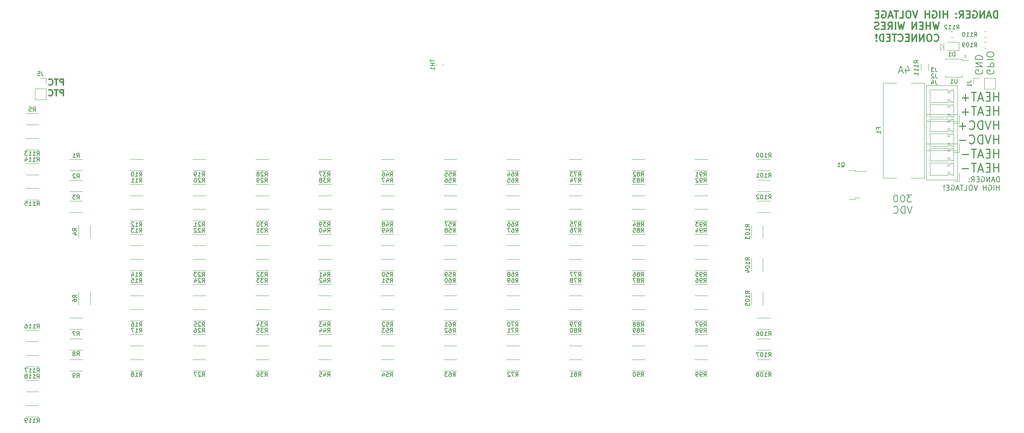
<source format=gbo>
%TF.GenerationSoftware,KiCad,Pcbnew,(5.1.9-0-10_14)*%
%TF.CreationDate,2022-12-08T20:25:56-05:00*%
%TF.ProjectId,5AhG3-12S,35416847-332d-4313-9253-2e6b69636164,rev?*%
%TF.SameCoordinates,Original*%
%TF.FileFunction,Legend,Bot*%
%TF.FilePolarity,Positive*%
%FSLAX46Y46*%
G04 Gerber Fmt 4.6, Leading zero omitted, Abs format (unit mm)*
G04 Created by KiCad (PCBNEW (5.1.9-0-10_14)) date 2022-12-08 20:25:56*
%MOMM*%
%LPD*%
G01*
G04 APERTURE LIST*
%ADD10C,0.300000*%
%ADD11C,0.150000*%
%ADD12C,0.200000*%
%ADD13C,0.120000*%
%ADD14C,0.250000*%
G04 APERTURE END LIST*
D10*
X298926428Y-77819047D02*
X298521666Y-79519047D01*
X298197857Y-78304761D01*
X297874047Y-79519047D01*
X297469285Y-77819047D01*
X296821666Y-79519047D02*
X296821666Y-77819047D01*
X296821666Y-78628571D02*
X295850238Y-78628571D01*
X295850238Y-79519047D02*
X295850238Y-77819047D01*
X295040714Y-78628571D02*
X294474047Y-78628571D01*
X294231190Y-79519047D02*
X295040714Y-79519047D01*
X295040714Y-77819047D01*
X294231190Y-77819047D01*
X293502619Y-79519047D02*
X293502619Y-77819047D01*
X292531190Y-79519047D01*
X292531190Y-77819047D01*
X290588333Y-77819047D02*
X290183571Y-79519047D01*
X289859761Y-78304761D01*
X289535952Y-79519047D01*
X289131190Y-77819047D01*
X288483571Y-79519047D02*
X288483571Y-77819047D01*
X286702619Y-79519047D02*
X287269285Y-78709523D01*
X287674047Y-79519047D02*
X287674047Y-77819047D01*
X287026428Y-77819047D01*
X286864523Y-77900000D01*
X286783571Y-77980952D01*
X286702619Y-78142857D01*
X286702619Y-78385714D01*
X286783571Y-78547619D01*
X286864523Y-78628571D01*
X287026428Y-78709523D01*
X287674047Y-78709523D01*
X285974047Y-78628571D02*
X285407380Y-78628571D01*
X285164523Y-79519047D02*
X285974047Y-79519047D01*
X285974047Y-77819047D01*
X285164523Y-77819047D01*
X284516904Y-79438095D02*
X284274047Y-79519047D01*
X283869285Y-79519047D01*
X283707380Y-79438095D01*
X283626428Y-79357142D01*
X283545476Y-79195238D01*
X283545476Y-79033333D01*
X283626428Y-78871428D01*
X283707380Y-78790476D01*
X283869285Y-78709523D01*
X284193095Y-78628571D01*
X284355000Y-78547619D01*
X284435952Y-78466666D01*
X284516904Y-78304761D01*
X284516904Y-78142857D01*
X284435952Y-77980952D01*
X284355000Y-77900000D01*
X284193095Y-77819047D01*
X283788333Y-77819047D01*
X283545476Y-77900000D01*
X297793095Y-82207142D02*
X297874047Y-82288095D01*
X298116904Y-82369047D01*
X298278809Y-82369047D01*
X298521666Y-82288095D01*
X298683571Y-82126190D01*
X298764523Y-81964285D01*
X298845476Y-81640476D01*
X298845476Y-81397619D01*
X298764523Y-81073809D01*
X298683571Y-80911904D01*
X298521666Y-80750000D01*
X298278809Y-80669047D01*
X298116904Y-80669047D01*
X297874047Y-80750000D01*
X297793095Y-80830952D01*
X296740714Y-80669047D02*
X296416904Y-80669047D01*
X296255000Y-80750000D01*
X296093095Y-80911904D01*
X296012142Y-81235714D01*
X296012142Y-81802380D01*
X296093095Y-82126190D01*
X296255000Y-82288095D01*
X296416904Y-82369047D01*
X296740714Y-82369047D01*
X296902619Y-82288095D01*
X297064523Y-82126190D01*
X297145476Y-81802380D01*
X297145476Y-81235714D01*
X297064523Y-80911904D01*
X296902619Y-80750000D01*
X296740714Y-80669047D01*
X295283571Y-82369047D02*
X295283571Y-80669047D01*
X294312142Y-82369047D01*
X294312142Y-80669047D01*
X293502619Y-82369047D02*
X293502619Y-80669047D01*
X292531190Y-82369047D01*
X292531190Y-80669047D01*
X291721666Y-81478571D02*
X291155000Y-81478571D01*
X290912142Y-82369047D02*
X291721666Y-82369047D01*
X291721666Y-80669047D01*
X290912142Y-80669047D01*
X289212142Y-82207142D02*
X289293095Y-82288095D01*
X289535952Y-82369047D01*
X289697857Y-82369047D01*
X289940714Y-82288095D01*
X290102619Y-82126190D01*
X290183571Y-81964285D01*
X290264523Y-81640476D01*
X290264523Y-81397619D01*
X290183571Y-81073809D01*
X290102619Y-80911904D01*
X289940714Y-80750000D01*
X289697857Y-80669047D01*
X289535952Y-80669047D01*
X289293095Y-80750000D01*
X289212142Y-80830952D01*
X288726428Y-80669047D02*
X287755000Y-80669047D01*
X288240714Y-82369047D02*
X288240714Y-80669047D01*
X287188333Y-81478571D02*
X286621666Y-81478571D01*
X286378809Y-82369047D02*
X287188333Y-82369047D01*
X287188333Y-80669047D01*
X286378809Y-80669047D01*
X285650238Y-82369047D02*
X285650238Y-80669047D01*
X285245476Y-80669047D01*
X285002619Y-80750000D01*
X284840714Y-80911904D01*
X284759761Y-81073809D01*
X284678809Y-81397619D01*
X284678809Y-81640476D01*
X284759761Y-81964285D01*
X284840714Y-82126190D01*
X285002619Y-82288095D01*
X285245476Y-82369047D01*
X285650238Y-82369047D01*
X283950238Y-82207142D02*
X283869285Y-82288095D01*
X283950238Y-82369047D01*
X284031190Y-82288095D01*
X283950238Y-82207142D01*
X283950238Y-82369047D01*
X283950238Y-81721428D02*
X284031190Y-80750000D01*
X283950238Y-80669047D01*
X283869285Y-80750000D01*
X283950238Y-81721428D01*
X283950238Y-80669047D01*
X89464285Y-92903571D02*
X89464285Y-91403571D01*
X88892857Y-91403571D01*
X88750000Y-91475000D01*
X88678571Y-91546428D01*
X88607142Y-91689285D01*
X88607142Y-91903571D01*
X88678571Y-92046428D01*
X88750000Y-92117857D01*
X88892857Y-92189285D01*
X89464285Y-92189285D01*
X88178571Y-91403571D02*
X87321428Y-91403571D01*
X87750000Y-92903571D02*
X87750000Y-91403571D01*
X85964285Y-92760714D02*
X86035714Y-92832142D01*
X86250000Y-92903571D01*
X86392857Y-92903571D01*
X86607142Y-92832142D01*
X86750000Y-92689285D01*
X86821428Y-92546428D01*
X86892857Y-92260714D01*
X86892857Y-92046428D01*
X86821428Y-91760714D01*
X86750000Y-91617857D01*
X86607142Y-91475000D01*
X86392857Y-91403571D01*
X86250000Y-91403571D01*
X86035714Y-91475000D01*
X85964285Y-91546428D01*
X89464285Y-95453571D02*
X89464285Y-93953571D01*
X88892857Y-93953571D01*
X88750000Y-94025000D01*
X88678571Y-94096428D01*
X88607142Y-94239285D01*
X88607142Y-94453571D01*
X88678571Y-94596428D01*
X88750000Y-94667857D01*
X88892857Y-94739285D01*
X89464285Y-94739285D01*
X88178571Y-93953571D02*
X87321428Y-93953571D01*
X87750000Y-95453571D02*
X87750000Y-93953571D01*
X85964285Y-95310714D02*
X86035714Y-95382142D01*
X86250000Y-95453571D01*
X86392857Y-95453571D01*
X86607142Y-95382142D01*
X86750000Y-95239285D01*
X86821428Y-95096428D01*
X86892857Y-94810714D01*
X86892857Y-94596428D01*
X86821428Y-94310714D01*
X86750000Y-94167857D01*
X86607142Y-94025000D01*
X86392857Y-93953571D01*
X86250000Y-93953571D01*
X86035714Y-94025000D01*
X85964285Y-94096428D01*
D11*
X313354880Y-116052976D02*
X313354880Y-114802976D01*
X313057261Y-114802976D01*
X312878690Y-114862500D01*
X312759642Y-114981547D01*
X312700119Y-115100595D01*
X312640595Y-115338690D01*
X312640595Y-115517261D01*
X312700119Y-115755357D01*
X312759642Y-115874404D01*
X312878690Y-115993452D01*
X313057261Y-116052976D01*
X313354880Y-116052976D01*
X312164404Y-115695833D02*
X311569166Y-115695833D01*
X312283452Y-116052976D02*
X311866785Y-114802976D01*
X311450119Y-116052976D01*
X311033452Y-116052976D02*
X311033452Y-114802976D01*
X310319166Y-116052976D01*
X310319166Y-114802976D01*
X309069166Y-114862500D02*
X309188214Y-114802976D01*
X309366785Y-114802976D01*
X309545357Y-114862500D01*
X309664404Y-114981547D01*
X309723928Y-115100595D01*
X309783452Y-115338690D01*
X309783452Y-115517261D01*
X309723928Y-115755357D01*
X309664404Y-115874404D01*
X309545357Y-115993452D01*
X309366785Y-116052976D01*
X309247738Y-116052976D01*
X309069166Y-115993452D01*
X309009642Y-115933928D01*
X309009642Y-115517261D01*
X309247738Y-115517261D01*
X308473928Y-115398214D02*
X308057261Y-115398214D01*
X307878690Y-116052976D02*
X308473928Y-116052976D01*
X308473928Y-114802976D01*
X307878690Y-114802976D01*
X306628690Y-116052976D02*
X307045357Y-115457738D01*
X307342976Y-116052976D02*
X307342976Y-114802976D01*
X306866785Y-114802976D01*
X306747738Y-114862500D01*
X306688214Y-114922023D01*
X306628690Y-115041071D01*
X306628690Y-115219642D01*
X306688214Y-115338690D01*
X306747738Y-115398214D01*
X306866785Y-115457738D01*
X307342976Y-115457738D01*
X306092976Y-115933928D02*
X306033452Y-115993452D01*
X306092976Y-116052976D01*
X306152500Y-115993452D01*
X306092976Y-115933928D01*
X306092976Y-116052976D01*
X306092976Y-115279166D02*
X306033452Y-115338690D01*
X306092976Y-115398214D01*
X306152500Y-115338690D01*
X306092976Y-115279166D01*
X306092976Y-115398214D01*
X313354880Y-118077976D02*
X313354880Y-116827976D01*
X313354880Y-117423214D02*
X312640595Y-117423214D01*
X312640595Y-118077976D02*
X312640595Y-116827976D01*
X312045357Y-118077976D02*
X312045357Y-116827976D01*
X310795357Y-116887500D02*
X310914404Y-116827976D01*
X311092976Y-116827976D01*
X311271547Y-116887500D01*
X311390595Y-117006547D01*
X311450119Y-117125595D01*
X311509642Y-117363690D01*
X311509642Y-117542261D01*
X311450119Y-117780357D01*
X311390595Y-117899404D01*
X311271547Y-118018452D01*
X311092976Y-118077976D01*
X310973928Y-118077976D01*
X310795357Y-118018452D01*
X310735833Y-117958928D01*
X310735833Y-117542261D01*
X310973928Y-117542261D01*
X310200119Y-118077976D02*
X310200119Y-116827976D01*
X310200119Y-117423214D02*
X309485833Y-117423214D01*
X309485833Y-118077976D02*
X309485833Y-116827976D01*
X308116785Y-116827976D02*
X307700119Y-118077976D01*
X307283452Y-116827976D01*
X306628690Y-116827976D02*
X306390595Y-116827976D01*
X306271547Y-116887500D01*
X306152500Y-117006547D01*
X306092976Y-117244642D01*
X306092976Y-117661309D01*
X306152500Y-117899404D01*
X306271547Y-118018452D01*
X306390595Y-118077976D01*
X306628690Y-118077976D01*
X306747738Y-118018452D01*
X306866785Y-117899404D01*
X306926309Y-117661309D01*
X306926309Y-117244642D01*
X306866785Y-117006547D01*
X306747738Y-116887500D01*
X306628690Y-116827976D01*
X304962023Y-118077976D02*
X305557261Y-118077976D01*
X305557261Y-116827976D01*
X304723928Y-116827976D02*
X304009642Y-116827976D01*
X304366785Y-118077976D02*
X304366785Y-116827976D01*
X303652500Y-117720833D02*
X303057261Y-117720833D01*
X303771547Y-118077976D02*
X303354880Y-116827976D01*
X302938214Y-118077976D01*
X301866785Y-116887500D02*
X301985833Y-116827976D01*
X302164404Y-116827976D01*
X302342976Y-116887500D01*
X302462023Y-117006547D01*
X302521547Y-117125595D01*
X302581071Y-117363690D01*
X302581071Y-117542261D01*
X302521547Y-117780357D01*
X302462023Y-117899404D01*
X302342976Y-118018452D01*
X302164404Y-118077976D01*
X302045357Y-118077976D01*
X301866785Y-118018452D01*
X301807261Y-117958928D01*
X301807261Y-117542261D01*
X302045357Y-117542261D01*
X301271547Y-117423214D02*
X300854880Y-117423214D01*
X300676309Y-118077976D02*
X301271547Y-118077976D01*
X301271547Y-116827976D01*
X300676309Y-116827976D01*
X300140595Y-117958928D02*
X300081071Y-118018452D01*
X300140595Y-118077976D01*
X300200119Y-118018452D01*
X300140595Y-117958928D01*
X300140595Y-118077976D01*
X300140595Y-117601785D02*
X300200119Y-116887500D01*
X300140595Y-116827976D01*
X300081071Y-116887500D01*
X300140595Y-117601785D01*
X300140595Y-116827976D01*
D10*
X312900238Y-76769047D02*
X312900238Y-75069047D01*
X312495476Y-75069047D01*
X312252619Y-75150000D01*
X312090714Y-75311904D01*
X312009761Y-75473809D01*
X311928809Y-75797619D01*
X311928809Y-76040476D01*
X312009761Y-76364285D01*
X312090714Y-76526190D01*
X312252619Y-76688095D01*
X312495476Y-76769047D01*
X312900238Y-76769047D01*
X311281190Y-76283333D02*
X310471666Y-76283333D01*
X311443095Y-76769047D02*
X310876428Y-75069047D01*
X310309761Y-76769047D01*
X309743095Y-76769047D02*
X309743095Y-75069047D01*
X308771666Y-76769047D01*
X308771666Y-75069047D01*
X307071666Y-75150000D02*
X307233571Y-75069047D01*
X307476428Y-75069047D01*
X307719285Y-75150000D01*
X307881190Y-75311904D01*
X307962142Y-75473809D01*
X308043095Y-75797619D01*
X308043095Y-76040476D01*
X307962142Y-76364285D01*
X307881190Y-76526190D01*
X307719285Y-76688095D01*
X307476428Y-76769047D01*
X307314523Y-76769047D01*
X307071666Y-76688095D01*
X306990714Y-76607142D01*
X306990714Y-76040476D01*
X307314523Y-76040476D01*
X306262142Y-75878571D02*
X305695476Y-75878571D01*
X305452619Y-76769047D02*
X306262142Y-76769047D01*
X306262142Y-75069047D01*
X305452619Y-75069047D01*
X303752619Y-76769047D02*
X304319285Y-75959523D01*
X304724047Y-76769047D02*
X304724047Y-75069047D01*
X304076428Y-75069047D01*
X303914523Y-75150000D01*
X303833571Y-75230952D01*
X303752619Y-75392857D01*
X303752619Y-75635714D01*
X303833571Y-75797619D01*
X303914523Y-75878571D01*
X304076428Y-75959523D01*
X304724047Y-75959523D01*
X303024047Y-76607142D02*
X302943095Y-76688095D01*
X303024047Y-76769047D01*
X303105000Y-76688095D01*
X303024047Y-76607142D01*
X303024047Y-76769047D01*
X303024047Y-75716666D02*
X302943095Y-75797619D01*
X303024047Y-75878571D01*
X303105000Y-75797619D01*
X303024047Y-75716666D01*
X303024047Y-75878571D01*
X300919285Y-76769047D02*
X300919285Y-75069047D01*
X300919285Y-75878571D02*
X299947857Y-75878571D01*
X299947857Y-76769047D02*
X299947857Y-75069047D01*
X299138333Y-76769047D02*
X299138333Y-75069047D01*
X297438333Y-75150000D02*
X297600238Y-75069047D01*
X297843095Y-75069047D01*
X298085952Y-75150000D01*
X298247857Y-75311904D01*
X298328809Y-75473809D01*
X298409761Y-75797619D01*
X298409761Y-76040476D01*
X298328809Y-76364285D01*
X298247857Y-76526190D01*
X298085952Y-76688095D01*
X297843095Y-76769047D01*
X297681190Y-76769047D01*
X297438333Y-76688095D01*
X297357380Y-76607142D01*
X297357380Y-76040476D01*
X297681190Y-76040476D01*
X296628809Y-76769047D02*
X296628809Y-75069047D01*
X296628809Y-75878571D02*
X295657380Y-75878571D01*
X295657380Y-76769047D02*
X295657380Y-75069047D01*
X293795476Y-75069047D02*
X293228809Y-76769047D01*
X292662142Y-75069047D01*
X291771666Y-75069047D02*
X291447857Y-75069047D01*
X291285952Y-75150000D01*
X291124047Y-75311904D01*
X291043095Y-75635714D01*
X291043095Y-76202380D01*
X291124047Y-76526190D01*
X291285952Y-76688095D01*
X291447857Y-76769047D01*
X291771666Y-76769047D01*
X291933571Y-76688095D01*
X292095476Y-76526190D01*
X292176428Y-76202380D01*
X292176428Y-75635714D01*
X292095476Y-75311904D01*
X291933571Y-75150000D01*
X291771666Y-75069047D01*
X289505000Y-76769047D02*
X290314523Y-76769047D01*
X290314523Y-75069047D01*
X289181190Y-75069047D02*
X288209761Y-75069047D01*
X288695476Y-76769047D02*
X288695476Y-75069047D01*
X287724047Y-76283333D02*
X286914523Y-76283333D01*
X287885952Y-76769047D02*
X287319285Y-75069047D01*
X286752619Y-76769047D01*
X285295476Y-75150000D02*
X285457380Y-75069047D01*
X285700238Y-75069047D01*
X285943095Y-75150000D01*
X286105000Y-75311904D01*
X286185952Y-75473809D01*
X286266904Y-75797619D01*
X286266904Y-76040476D01*
X286185952Y-76364285D01*
X286105000Y-76526190D01*
X285943095Y-76688095D01*
X285700238Y-76769047D01*
X285538333Y-76769047D01*
X285295476Y-76688095D01*
X285214523Y-76607142D01*
X285214523Y-76040476D01*
X285538333Y-76040476D01*
X284485952Y-75878571D02*
X283919285Y-75878571D01*
X283676428Y-76769047D02*
X284485952Y-76769047D01*
X284485952Y-75069047D01*
X283676428Y-75069047D01*
D12*
X290986666Y-88885714D02*
X290986666Y-90019047D01*
X291391428Y-88238095D02*
X291796190Y-89452380D01*
X290743809Y-89452380D01*
X290177142Y-89533333D02*
X289367619Y-89533333D01*
X290339047Y-90019047D02*
X289772380Y-88319047D01*
X289205714Y-90019047D01*
X292377142Y-119194047D02*
X291324761Y-119194047D01*
X291891428Y-119841666D01*
X291648571Y-119841666D01*
X291486666Y-119922619D01*
X291405714Y-120003571D01*
X291324761Y-120165476D01*
X291324761Y-120570238D01*
X291405714Y-120732142D01*
X291486666Y-120813095D01*
X291648571Y-120894047D01*
X292134285Y-120894047D01*
X292296190Y-120813095D01*
X292377142Y-120732142D01*
X290272380Y-119194047D02*
X290110476Y-119194047D01*
X289948571Y-119275000D01*
X289867619Y-119355952D01*
X289786666Y-119517857D01*
X289705714Y-119841666D01*
X289705714Y-120246428D01*
X289786666Y-120570238D01*
X289867619Y-120732142D01*
X289948571Y-120813095D01*
X290110476Y-120894047D01*
X290272380Y-120894047D01*
X290434285Y-120813095D01*
X290515238Y-120732142D01*
X290596190Y-120570238D01*
X290677142Y-120246428D01*
X290677142Y-119841666D01*
X290596190Y-119517857D01*
X290515238Y-119355952D01*
X290434285Y-119275000D01*
X290272380Y-119194047D01*
X288653333Y-119194047D02*
X288491428Y-119194047D01*
X288329523Y-119275000D01*
X288248571Y-119355952D01*
X288167619Y-119517857D01*
X288086666Y-119841666D01*
X288086666Y-120246428D01*
X288167619Y-120570238D01*
X288248571Y-120732142D01*
X288329523Y-120813095D01*
X288491428Y-120894047D01*
X288653333Y-120894047D01*
X288815238Y-120813095D01*
X288896190Y-120732142D01*
X288977142Y-120570238D01*
X289058095Y-120246428D01*
X289058095Y-119841666D01*
X288977142Y-119517857D01*
X288896190Y-119355952D01*
X288815238Y-119275000D01*
X288653333Y-119194047D01*
X292458095Y-121944047D02*
X291891428Y-123644047D01*
X291324761Y-121944047D01*
X290758095Y-123644047D02*
X290758095Y-121944047D01*
X290353333Y-121944047D01*
X290110476Y-122025000D01*
X289948571Y-122186904D01*
X289867619Y-122348809D01*
X289786666Y-122672619D01*
X289786666Y-122915476D01*
X289867619Y-123239285D01*
X289948571Y-123401190D01*
X290110476Y-123563095D01*
X290353333Y-123644047D01*
X290758095Y-123644047D01*
X288086666Y-123482142D02*
X288167619Y-123563095D01*
X288410476Y-123644047D01*
X288572380Y-123644047D01*
X288815238Y-123563095D01*
X288977142Y-123401190D01*
X289058095Y-123239285D01*
X289139047Y-122915476D01*
X289139047Y-122672619D01*
X289058095Y-122348809D01*
X288977142Y-122186904D01*
X288815238Y-122025000D01*
X288572380Y-121944047D01*
X288410476Y-121944047D01*
X288167619Y-122025000D01*
X288086666Y-122105952D01*
D13*
X305500000Y-86000000D02*
G75*
G03*
X305500000Y-86000000I-250000J0D01*
G01*
D12*
X311975000Y-89324761D02*
X312055952Y-89486666D01*
X312055952Y-89729523D01*
X311975000Y-89972380D01*
X311813095Y-90134285D01*
X311651190Y-90215238D01*
X311327380Y-90296190D01*
X311084523Y-90296190D01*
X310760714Y-90215238D01*
X310598809Y-90134285D01*
X310436904Y-89972380D01*
X310355952Y-89729523D01*
X310355952Y-89567619D01*
X310436904Y-89324761D01*
X310517857Y-89243809D01*
X311084523Y-89243809D01*
X311084523Y-89567619D01*
X310355952Y-88515238D02*
X312055952Y-88515238D01*
X312055952Y-87867619D01*
X311975000Y-87705714D01*
X311894047Y-87624761D01*
X311732142Y-87543809D01*
X311489285Y-87543809D01*
X311327380Y-87624761D01*
X311246428Y-87705714D01*
X311165476Y-87867619D01*
X311165476Y-88515238D01*
X310355952Y-86815238D02*
X312055952Y-86815238D01*
X312055952Y-85681904D02*
X312055952Y-85358095D01*
X311975000Y-85196190D01*
X311813095Y-85034285D01*
X311489285Y-84953333D01*
X310922619Y-84953333D01*
X310598809Y-85034285D01*
X310436904Y-85196190D01*
X310355952Y-85358095D01*
X310355952Y-85681904D01*
X310436904Y-85843809D01*
X310598809Y-86005714D01*
X310922619Y-86086666D01*
X311489285Y-86086666D01*
X311813095Y-86005714D01*
X311975000Y-85843809D01*
X312055952Y-85681904D01*
X309225000Y-89324761D02*
X309305952Y-89486666D01*
X309305952Y-89729523D01*
X309225000Y-89972380D01*
X309063095Y-90134285D01*
X308901190Y-90215238D01*
X308577380Y-90296190D01*
X308334523Y-90296190D01*
X308010714Y-90215238D01*
X307848809Y-90134285D01*
X307686904Y-89972380D01*
X307605952Y-89729523D01*
X307605952Y-89567619D01*
X307686904Y-89324761D01*
X307767857Y-89243809D01*
X308334523Y-89243809D01*
X308334523Y-89567619D01*
X307605952Y-88515238D02*
X309305952Y-88515238D01*
X307605952Y-87543809D01*
X309305952Y-87543809D01*
X307605952Y-86734285D02*
X309305952Y-86734285D01*
X309305952Y-86329523D01*
X309225000Y-86086666D01*
X309063095Y-85924761D01*
X308901190Y-85843809D01*
X308577380Y-85762857D01*
X308334523Y-85762857D01*
X308010714Y-85843809D01*
X307848809Y-85924761D01*
X307686904Y-86086666D01*
X307605952Y-86329523D01*
X307605952Y-86734285D01*
D14*
X313111309Y-96700000D02*
X313111309Y-94600000D01*
X313111309Y-95600000D02*
X311968452Y-95600000D01*
X311968452Y-96700000D02*
X311968452Y-94600000D01*
X311016071Y-95600000D02*
X310349404Y-95600000D01*
X310063690Y-96700000D02*
X311016071Y-96700000D01*
X311016071Y-94600000D01*
X310063690Y-94600000D01*
X309301785Y-96100000D02*
X308349404Y-96100000D01*
X309492261Y-96700000D02*
X308825595Y-94600000D01*
X308158928Y-96700000D01*
X307777976Y-94600000D02*
X306635119Y-94600000D01*
X307206547Y-96700000D02*
X307206547Y-94600000D01*
X305968452Y-95900000D02*
X304444642Y-95900000D01*
X305206547Y-96700000D02*
X305206547Y-95100000D01*
X313111309Y-100100000D02*
X313111309Y-98000000D01*
X313111309Y-99000000D02*
X311968452Y-99000000D01*
X311968452Y-100100000D02*
X311968452Y-98000000D01*
X311016071Y-99000000D02*
X310349404Y-99000000D01*
X310063690Y-100100000D02*
X311016071Y-100100000D01*
X311016071Y-98000000D01*
X310063690Y-98000000D01*
X309301785Y-99500000D02*
X308349404Y-99500000D01*
X309492261Y-100100000D02*
X308825595Y-98000000D01*
X308158928Y-100100000D01*
X307777976Y-98000000D02*
X306635119Y-98000000D01*
X307206547Y-100100000D02*
X307206547Y-98000000D01*
X305968452Y-99300000D02*
X304444642Y-99300000D01*
X305206547Y-100100000D02*
X305206547Y-98500000D01*
X313111309Y-103500000D02*
X313111309Y-101400000D01*
X313111309Y-102400000D02*
X311968452Y-102400000D01*
X311968452Y-103500000D02*
X311968452Y-101400000D01*
X311301785Y-101400000D02*
X310635119Y-103500000D01*
X309968452Y-101400000D01*
X309301785Y-103500000D02*
X309301785Y-101400000D01*
X308825595Y-101400000D01*
X308539880Y-101500000D01*
X308349404Y-101700000D01*
X308254166Y-101900000D01*
X308158928Y-102300000D01*
X308158928Y-102600000D01*
X308254166Y-103000000D01*
X308349404Y-103200000D01*
X308539880Y-103400000D01*
X308825595Y-103500000D01*
X309301785Y-103500000D01*
X306158928Y-103300000D02*
X306254166Y-103400000D01*
X306539880Y-103500000D01*
X306730357Y-103500000D01*
X307016071Y-103400000D01*
X307206547Y-103200000D01*
X307301785Y-103000000D01*
X307397023Y-102600000D01*
X307397023Y-102300000D01*
X307301785Y-101900000D01*
X307206547Y-101700000D01*
X307016071Y-101500000D01*
X306730357Y-101400000D01*
X306539880Y-101400000D01*
X306254166Y-101500000D01*
X306158928Y-101600000D01*
X305301785Y-102700000D02*
X303777976Y-102700000D01*
X304539880Y-103500000D02*
X304539880Y-101900000D01*
X313111309Y-106900000D02*
X313111309Y-104800000D01*
X313111309Y-105800000D02*
X311968452Y-105800000D01*
X311968452Y-106900000D02*
X311968452Y-104800000D01*
X311301785Y-104800000D02*
X310635119Y-106900000D01*
X309968452Y-104800000D01*
X309301785Y-106900000D02*
X309301785Y-104800000D01*
X308825595Y-104800000D01*
X308539880Y-104900000D01*
X308349404Y-105100000D01*
X308254166Y-105300000D01*
X308158928Y-105700000D01*
X308158928Y-106000000D01*
X308254166Y-106400000D01*
X308349404Y-106600000D01*
X308539880Y-106800000D01*
X308825595Y-106900000D01*
X309301785Y-106900000D01*
X306158928Y-106700000D02*
X306254166Y-106800000D01*
X306539880Y-106900000D01*
X306730357Y-106900000D01*
X307016071Y-106800000D01*
X307206547Y-106600000D01*
X307301785Y-106400000D01*
X307397023Y-106000000D01*
X307397023Y-105700000D01*
X307301785Y-105300000D01*
X307206547Y-105100000D01*
X307016071Y-104900000D01*
X306730357Y-104800000D01*
X306539880Y-104800000D01*
X306254166Y-104900000D01*
X306158928Y-105000000D01*
X305301785Y-106100000D02*
X303777976Y-106100000D01*
X313111309Y-110300000D02*
X313111309Y-108200000D01*
X313111309Y-109200000D02*
X311968452Y-109200000D01*
X311968452Y-110300000D02*
X311968452Y-108200000D01*
X311016071Y-109200000D02*
X310349404Y-109200000D01*
X310063690Y-110300000D02*
X311016071Y-110300000D01*
X311016071Y-108200000D01*
X310063690Y-108200000D01*
X309301785Y-109700000D02*
X308349404Y-109700000D01*
X309492261Y-110300000D02*
X308825595Y-108200000D01*
X308158928Y-110300000D01*
X307777976Y-108200000D02*
X306635119Y-108200000D01*
X307206547Y-110300000D02*
X307206547Y-108200000D01*
X305968452Y-109500000D02*
X304444642Y-109500000D01*
X313111309Y-113700000D02*
X313111309Y-111600000D01*
X313111309Y-112600000D02*
X311968452Y-112600000D01*
X311968452Y-113700000D02*
X311968452Y-111600000D01*
X311016071Y-112600000D02*
X310349404Y-112600000D01*
X310063690Y-113700000D02*
X311016071Y-113700000D01*
X311016071Y-111600000D01*
X310063690Y-111600000D01*
X309301785Y-113100000D02*
X308349404Y-113100000D01*
X309492261Y-113700000D02*
X308825595Y-111600000D01*
X308158928Y-113700000D01*
X307777976Y-111600000D02*
X306635119Y-111600000D01*
X307206547Y-113700000D02*
X307206547Y-111600000D01*
X305968452Y-112900000D02*
X304444642Y-112900000D01*
D13*
X300000000Y-83000000D02*
X300000000Y-84500000D01*
X300000000Y-83750000D02*
X299250000Y-84500000D01*
X299250000Y-83000000D02*
X300000000Y-83750000D01*
X299250000Y-84500000D02*
X299250000Y-83000000D01*
%TO.C,R2*%
X94027064Y-115640000D02*
X90972936Y-115640000D01*
X94027064Y-118360000D02*
X90972936Y-118360000D01*
%TO.C,R6*%
X93140000Y-142472936D02*
X93140000Y-145527064D01*
X95860000Y-142472936D02*
X95860000Y-145527064D01*
%TO.C,R12*%
X105472936Y-125360000D02*
X108527064Y-125360000D01*
X105472936Y-122640000D02*
X108527064Y-122640000D01*
%TO.C,R20*%
X123527064Y-116640000D02*
X120472936Y-116640000D01*
X123527064Y-119360000D02*
X120472936Y-119360000D01*
%TO.C,R29*%
X138527064Y-119360000D02*
X135472936Y-119360000D01*
X138527064Y-116640000D02*
X135472936Y-116640000D01*
%TO.C,R40*%
X153527064Y-128640000D02*
X150472936Y-128640000D01*
X153527064Y-131360000D02*
X150472936Y-131360000D01*
%TO.C,R53*%
X168527064Y-155360000D02*
X165472936Y-155360000D01*
X168527064Y-152640000D02*
X165472936Y-152640000D01*
%TO.C,R67*%
X198527064Y-131360000D02*
X195472936Y-131360000D01*
X198527064Y-128640000D02*
X195472936Y-128640000D01*
%TO.C,R95*%
X240472936Y-134640000D02*
X243527064Y-134640000D01*
X240472936Y-137360000D02*
X243527064Y-137360000D01*
%TO.C,R1*%
X90972936Y-110640000D02*
X94027064Y-110640000D01*
X90972936Y-113360000D02*
X94027064Y-113360000D01*
%TO.C,R3*%
X90972936Y-120640000D02*
X94027064Y-120640000D01*
X90972936Y-123360000D02*
X94027064Y-123360000D01*
%TO.C,R4*%
X93140000Y-126472936D02*
X93140000Y-129527064D01*
X95860000Y-126472936D02*
X95860000Y-129527064D01*
%TO.C,R7*%
X94027064Y-151360000D02*
X90972936Y-151360000D01*
X94027064Y-148640000D02*
X90972936Y-148640000D01*
%TO.C,R8*%
X90972936Y-156360000D02*
X94027064Y-156360000D01*
X90972936Y-153640000D02*
X94027064Y-153640000D01*
%TO.C,R9*%
X94027064Y-161360000D02*
X90972936Y-161360000D01*
X94027064Y-158640000D02*
X90972936Y-158640000D01*
%TO.C,R10*%
X105472936Y-113360000D02*
X108527064Y-113360000D01*
X105472936Y-110640000D02*
X108527064Y-110640000D01*
%TO.C,R11*%
X108527064Y-119360000D02*
X105472936Y-119360000D01*
X108527064Y-116640000D02*
X105472936Y-116640000D01*
%TO.C,R13*%
X108527064Y-131360000D02*
X105472936Y-131360000D01*
X108527064Y-128640000D02*
X105472936Y-128640000D01*
%TO.C,R14*%
X105472936Y-137360000D02*
X108527064Y-137360000D01*
X105472936Y-134640000D02*
X108527064Y-134640000D01*
%TO.C,R15*%
X108527064Y-143360000D02*
X105472936Y-143360000D01*
X108527064Y-140640000D02*
X105472936Y-140640000D01*
%TO.C,R16*%
X105472936Y-149360000D02*
X108527064Y-149360000D01*
X105472936Y-146640000D02*
X108527064Y-146640000D01*
%TO.C,R17*%
X108527064Y-155360000D02*
X105472936Y-155360000D01*
X108527064Y-152640000D02*
X105472936Y-152640000D01*
%TO.C,R18*%
X105472936Y-161360000D02*
X108527064Y-161360000D01*
X105472936Y-158640000D02*
X108527064Y-158640000D01*
%TO.C,R19*%
X120472936Y-110640000D02*
X123527064Y-110640000D01*
X120472936Y-113360000D02*
X123527064Y-113360000D01*
%TO.C,R21*%
X120472936Y-122640000D02*
X123527064Y-122640000D01*
X120472936Y-125360000D02*
X123527064Y-125360000D01*
%TO.C,R22*%
X123527064Y-128640000D02*
X120472936Y-128640000D01*
X123527064Y-131360000D02*
X120472936Y-131360000D01*
%TO.C,R23*%
X120472936Y-134640000D02*
X123527064Y-134640000D01*
X120472936Y-137360000D02*
X123527064Y-137360000D01*
%TO.C,R24*%
X123527064Y-140640000D02*
X120472936Y-140640000D01*
X123527064Y-143360000D02*
X120472936Y-143360000D01*
%TO.C,R25*%
X120472936Y-146640000D02*
X123527064Y-146640000D01*
X120472936Y-149360000D02*
X123527064Y-149360000D01*
%TO.C,R26*%
X123527064Y-152640000D02*
X120472936Y-152640000D01*
X123527064Y-155360000D02*
X120472936Y-155360000D01*
%TO.C,R27*%
X120472936Y-158640000D02*
X123527064Y-158640000D01*
X120472936Y-161360000D02*
X123527064Y-161360000D01*
%TO.C,R28*%
X135472936Y-113360000D02*
X138527064Y-113360000D01*
X135472936Y-110640000D02*
X138527064Y-110640000D01*
%TO.C,R30*%
X135472936Y-125360000D02*
X138527064Y-125360000D01*
X135472936Y-122640000D02*
X138527064Y-122640000D01*
%TO.C,R31*%
X138527064Y-131360000D02*
X135472936Y-131360000D01*
X138527064Y-128640000D02*
X135472936Y-128640000D01*
%TO.C,R32*%
X135472936Y-137360000D02*
X138527064Y-137360000D01*
X135472936Y-134640000D02*
X138527064Y-134640000D01*
%TO.C,R33*%
X138527064Y-143360000D02*
X135472936Y-143360000D01*
X138527064Y-140640000D02*
X135472936Y-140640000D01*
%TO.C,R34*%
X135472936Y-149360000D02*
X138527064Y-149360000D01*
X135472936Y-146640000D02*
X138527064Y-146640000D01*
%TO.C,R35*%
X138527064Y-155360000D02*
X135472936Y-155360000D01*
X138527064Y-152640000D02*
X135472936Y-152640000D01*
%TO.C,R36*%
X135472936Y-161360000D02*
X138527064Y-161360000D01*
X135472936Y-158640000D02*
X138527064Y-158640000D01*
%TO.C,R37*%
X150472936Y-110640000D02*
X153527064Y-110640000D01*
X150472936Y-113360000D02*
X153527064Y-113360000D01*
%TO.C,R38*%
X153527064Y-116640000D02*
X150472936Y-116640000D01*
X153527064Y-119360000D02*
X150472936Y-119360000D01*
%TO.C,R39*%
X150472936Y-122640000D02*
X153527064Y-122640000D01*
X150472936Y-125360000D02*
X153527064Y-125360000D01*
%TO.C,R41*%
X150472936Y-134640000D02*
X153527064Y-134640000D01*
X150472936Y-137360000D02*
X153527064Y-137360000D01*
%TO.C,R42*%
X153527064Y-140640000D02*
X150472936Y-140640000D01*
X153527064Y-143360000D02*
X150472936Y-143360000D01*
%TO.C,R43*%
X150472936Y-146640000D02*
X153527064Y-146640000D01*
X150472936Y-149360000D02*
X153527064Y-149360000D01*
%TO.C,R44*%
X153527064Y-152640000D02*
X150472936Y-152640000D01*
X153527064Y-155360000D02*
X150472936Y-155360000D01*
%TO.C,R45*%
X150472936Y-158640000D02*
X153527064Y-158640000D01*
X150472936Y-161360000D02*
X153527064Y-161360000D01*
%TO.C,R46*%
X165472936Y-113360000D02*
X168527064Y-113360000D01*
X165472936Y-110640000D02*
X168527064Y-110640000D01*
%TO.C,R47*%
X168527064Y-119360000D02*
X165472936Y-119360000D01*
X168527064Y-116640000D02*
X165472936Y-116640000D01*
%TO.C,R48*%
X165472936Y-125360000D02*
X168527064Y-125360000D01*
X165472936Y-122640000D02*
X168527064Y-122640000D01*
%TO.C,R49*%
X168527064Y-131360000D02*
X165472936Y-131360000D01*
X168527064Y-128640000D02*
X165472936Y-128640000D01*
%TO.C,R50*%
X165472936Y-137360000D02*
X168527064Y-137360000D01*
X165472936Y-134640000D02*
X168527064Y-134640000D01*
%TO.C,R51*%
X168527064Y-143360000D02*
X165472936Y-143360000D01*
X168527064Y-140640000D02*
X165472936Y-140640000D01*
%TO.C,R52*%
X165472936Y-149360000D02*
X168527064Y-149360000D01*
X165472936Y-146640000D02*
X168527064Y-146640000D01*
%TO.C,R54*%
X165472936Y-161360000D02*
X168527064Y-161360000D01*
X165472936Y-158640000D02*
X168527064Y-158640000D01*
%TO.C,R55*%
X180472936Y-110640000D02*
X183527064Y-110640000D01*
X180472936Y-113360000D02*
X183527064Y-113360000D01*
%TO.C,R56*%
X183527064Y-116640000D02*
X180472936Y-116640000D01*
X183527064Y-119360000D02*
X180472936Y-119360000D01*
%TO.C,R57*%
X180472936Y-122640000D02*
X183527064Y-122640000D01*
X180472936Y-125360000D02*
X183527064Y-125360000D01*
%TO.C,R58*%
X183527064Y-128640000D02*
X180472936Y-128640000D01*
X183527064Y-131360000D02*
X180472936Y-131360000D01*
%TO.C,R59*%
X180472936Y-134640000D02*
X183527064Y-134640000D01*
X180472936Y-137360000D02*
X183527064Y-137360000D01*
%TO.C,R60*%
X183527064Y-140640000D02*
X180472936Y-140640000D01*
X183527064Y-143360000D02*
X180472936Y-143360000D01*
%TO.C,R61*%
X180472936Y-146640000D02*
X183527064Y-146640000D01*
X180472936Y-149360000D02*
X183527064Y-149360000D01*
%TO.C,R62*%
X183527064Y-152640000D02*
X180472936Y-152640000D01*
X183527064Y-155360000D02*
X180472936Y-155360000D01*
%TO.C,R63*%
X180472936Y-158640000D02*
X183527064Y-158640000D01*
X180472936Y-161360000D02*
X183527064Y-161360000D01*
%TO.C,R64*%
X195472936Y-113360000D02*
X198527064Y-113360000D01*
X195472936Y-110640000D02*
X198527064Y-110640000D01*
%TO.C,R65*%
X198527064Y-119360000D02*
X195472936Y-119360000D01*
X198527064Y-116640000D02*
X195472936Y-116640000D01*
%TO.C,R66*%
X195472936Y-125360000D02*
X198527064Y-125360000D01*
X195472936Y-122640000D02*
X198527064Y-122640000D01*
%TO.C,R68*%
X195472936Y-137360000D02*
X198527064Y-137360000D01*
X195472936Y-134640000D02*
X198527064Y-134640000D01*
%TO.C,R69*%
X198527064Y-143360000D02*
X195472936Y-143360000D01*
X198527064Y-140640000D02*
X195472936Y-140640000D01*
%TO.C,R70*%
X195472936Y-149360000D02*
X198527064Y-149360000D01*
X195472936Y-146640000D02*
X198527064Y-146640000D01*
%TO.C,R71*%
X198527064Y-155360000D02*
X195472936Y-155360000D01*
X198527064Y-152640000D02*
X195472936Y-152640000D01*
%TO.C,R72*%
X195472936Y-161360000D02*
X198527064Y-161360000D01*
X195472936Y-158640000D02*
X198527064Y-158640000D01*
%TO.C,R73*%
X210472936Y-110640000D02*
X213527064Y-110640000D01*
X210472936Y-113360000D02*
X213527064Y-113360000D01*
%TO.C,R74*%
X213527064Y-116640000D02*
X210472936Y-116640000D01*
X213527064Y-119360000D02*
X210472936Y-119360000D01*
%TO.C,R75*%
X210472936Y-122640000D02*
X213527064Y-122640000D01*
X210472936Y-125360000D02*
X213527064Y-125360000D01*
%TO.C,R76*%
X213527064Y-128640000D02*
X210472936Y-128640000D01*
X213527064Y-131360000D02*
X210472936Y-131360000D01*
%TO.C,R77*%
X210472936Y-134640000D02*
X213527064Y-134640000D01*
X210472936Y-137360000D02*
X213527064Y-137360000D01*
%TO.C,R78*%
X213527064Y-140640000D02*
X210472936Y-140640000D01*
X213527064Y-143360000D02*
X210472936Y-143360000D01*
%TO.C,R79*%
X210472936Y-146640000D02*
X213527064Y-146640000D01*
X210472936Y-149360000D02*
X213527064Y-149360000D01*
%TO.C,R80*%
X213527064Y-152640000D02*
X210472936Y-152640000D01*
X213527064Y-155360000D02*
X210472936Y-155360000D01*
%TO.C,R81*%
X210472936Y-158640000D02*
X213527064Y-158640000D01*
X210472936Y-161360000D02*
X213527064Y-161360000D01*
%TO.C,R82*%
X225472936Y-113360000D02*
X228527064Y-113360000D01*
X225472936Y-110640000D02*
X228527064Y-110640000D01*
%TO.C,R83*%
X228527064Y-119360000D02*
X225472936Y-119360000D01*
X228527064Y-116640000D02*
X225472936Y-116640000D01*
%TO.C,R84*%
X225472936Y-125360000D02*
X228527064Y-125360000D01*
X225472936Y-122640000D02*
X228527064Y-122640000D01*
%TO.C,R85*%
X228527064Y-131360000D02*
X225472936Y-131360000D01*
X228527064Y-128640000D02*
X225472936Y-128640000D01*
%TO.C,R86*%
X225472936Y-137360000D02*
X228527064Y-137360000D01*
X225472936Y-134640000D02*
X228527064Y-134640000D01*
%TO.C,R87*%
X228552065Y-143360000D02*
X225497937Y-143360000D01*
X228552065Y-140640000D02*
X225497937Y-140640000D01*
%TO.C,R88*%
X225472936Y-149360000D02*
X228527064Y-149360000D01*
X225472936Y-146640000D02*
X228527064Y-146640000D01*
%TO.C,R89*%
X228527064Y-155360000D02*
X225472936Y-155360000D01*
X228527064Y-152640000D02*
X225472936Y-152640000D01*
%TO.C,R90*%
X225472936Y-161360000D02*
X228527064Y-161360000D01*
X225472936Y-158640000D02*
X228527064Y-158640000D01*
%TO.C,R91*%
X240472936Y-110640000D02*
X243527064Y-110640000D01*
X240472936Y-113360000D02*
X243527064Y-113360000D01*
%TO.C,R92*%
X243527064Y-116640000D02*
X240472936Y-116640000D01*
X243527064Y-119360000D02*
X240472936Y-119360000D01*
%TO.C,R93*%
X240472936Y-122640000D02*
X243527064Y-122640000D01*
X240472936Y-125360000D02*
X243527064Y-125360000D01*
%TO.C,R94*%
X243527064Y-128640000D02*
X240472936Y-128640000D01*
X243527064Y-131360000D02*
X240472936Y-131360000D01*
%TO.C,R96*%
X243527064Y-140640000D02*
X240472936Y-140640000D01*
X243527064Y-143360000D02*
X240472936Y-143360000D01*
%TO.C,R97*%
X240472936Y-146640000D02*
X243527064Y-146640000D01*
X240472936Y-149360000D02*
X243527064Y-149360000D01*
%TO.C,R98*%
X243527064Y-152640000D02*
X240472936Y-152640000D01*
X243527064Y-155360000D02*
X240472936Y-155360000D01*
%TO.C,R99*%
X240472936Y-158640000D02*
X243527064Y-158640000D01*
X240472936Y-161360000D02*
X243527064Y-161360000D01*
%TO.C,R100*%
X258527064Y-110640000D02*
X255472936Y-110640000D01*
X258527064Y-113360000D02*
X255472936Y-113360000D01*
%TO.C,R101*%
X255472936Y-115640000D02*
X258527064Y-115640000D01*
X255472936Y-118360000D02*
X258527064Y-118360000D01*
%TO.C,R102*%
X258527064Y-120640000D02*
X255472936Y-120640000D01*
X258527064Y-123360000D02*
X255472936Y-123360000D01*
%TO.C,R103*%
X256787500Y-126472936D02*
X256787500Y-129527064D01*
X254067500Y-126472936D02*
X254067500Y-129527064D01*
%TO.C,R104*%
X254067500Y-134472936D02*
X254067500Y-137527064D01*
X256787500Y-134472936D02*
X256787500Y-137527064D01*
%TO.C,R105*%
X256787500Y-142472936D02*
X256787500Y-145527064D01*
X254067500Y-142472936D02*
X254067500Y-145527064D01*
%TO.C,R106*%
X255472936Y-151360000D02*
X258527064Y-151360000D01*
X255472936Y-148640000D02*
X258527064Y-148640000D01*
%TO.C,R107*%
X258527064Y-156360000D02*
X255472936Y-156360000D01*
X258527064Y-153640000D02*
X255472936Y-153640000D01*
%TO.C,R108*%
X255472936Y-161360000D02*
X258527064Y-161360000D01*
X255472936Y-158640000D02*
X258527064Y-158640000D01*
%TO.C,R109*%
X310227064Y-82515000D02*
X309772936Y-82515000D01*
X310227064Y-83985000D02*
X309772936Y-83985000D01*
%TO.C,R110*%
X310227064Y-81485000D02*
X309772936Y-81485000D01*
X310227064Y-80015000D02*
X309772936Y-80015000D01*
%TO.C,U1*%
X302500000Y-90910000D02*
X300490000Y-90910000D01*
X300490000Y-90910000D02*
X300490000Y-90555000D01*
X302500000Y-90910000D02*
X304510000Y-90910000D01*
X304510000Y-90910000D02*
X304510000Y-90555000D01*
X302500000Y-86590000D02*
X300490000Y-86590000D01*
X300490000Y-86590000D02*
X300490000Y-86945000D01*
X302500000Y-86590000D02*
X304510000Y-86590000D01*
X304510000Y-86590000D02*
X304510000Y-86945000D01*
X304510000Y-86945000D02*
X305975000Y-86945000D01*
%TO.C,D1*%
X303685000Y-84460000D02*
X301000000Y-84460000D01*
X303685000Y-82540000D02*
X303685000Y-84460000D01*
X301000000Y-82540000D02*
X303685000Y-82540000D01*
%TO.C,F1*%
X295410000Y-92390000D02*
X292250000Y-92390000D01*
X295410000Y-92390000D02*
X295410000Y-115110000D01*
X285590000Y-92390000D02*
X285590000Y-115110000D01*
X288750000Y-92390000D02*
X285590000Y-92390000D01*
X288750000Y-115110000D02*
X285590000Y-115110000D01*
X295410000Y-115110000D02*
X292250000Y-115110000D01*
%TO.C,Q1*%
X278820000Y-119930000D02*
X279920000Y-119930000D01*
X278820000Y-120200000D02*
X278820000Y-119930000D01*
X277320000Y-120200000D02*
X278820000Y-120200000D01*
X278820000Y-113570000D02*
X281650000Y-113570000D01*
X278820000Y-113300000D02*
X278820000Y-113570000D01*
X277320000Y-113300000D02*
X278820000Y-113300000D01*
%TO.C,R111*%
X296410000Y-87772936D02*
X296410000Y-89227064D01*
X294590000Y-87772936D02*
X294590000Y-89227064D01*
%TO.C,R112*%
X302227064Y-81485000D02*
X301772936Y-81485000D01*
X302227064Y-80015000D02*
X301772936Y-80015000D01*
%TO.C,J1*%
X312370000Y-91170000D02*
X312370000Y-93830000D01*
X309770000Y-91170000D02*
X312370000Y-91170000D01*
X309770000Y-93830000D02*
X312370000Y-93830000D01*
X309770000Y-91170000D02*
X309770000Y-93830000D01*
X308500000Y-91170000D02*
X307170000Y-91170000D01*
X307170000Y-91170000D02*
X307170000Y-92500000D01*
%TO.C,J2*%
X303360000Y-108560000D02*
X295890000Y-108560000D01*
X295890000Y-108560000D02*
X295890000Y-99940000D01*
X295890000Y-99940000D02*
X303360000Y-99940000D01*
X303360000Y-99940000D02*
X303360000Y-108560000D01*
X296750000Y-106750000D02*
X296750000Y-107500000D01*
X296750000Y-107500000D02*
X301050000Y-107500000D01*
X301050000Y-107500000D02*
X301050000Y-106750000D01*
X301050000Y-106750000D02*
X301400000Y-106750000D01*
X301400000Y-106750000D02*
X301400000Y-107250000D01*
X301400000Y-107250000D02*
X302400000Y-107500000D01*
X302400000Y-107500000D02*
X302400000Y-104500000D01*
X302400000Y-104500000D02*
X301400000Y-104750000D01*
X301400000Y-104750000D02*
X301400000Y-105250000D01*
X301400000Y-105250000D02*
X301050000Y-105250000D01*
X301050000Y-105250000D02*
X301050000Y-104500000D01*
X301050000Y-104500000D02*
X296750000Y-104500000D01*
X296750000Y-104500000D02*
X296750000Y-105250000D01*
X296750000Y-103250000D02*
X296750000Y-104000000D01*
X296750000Y-104000000D02*
X301050000Y-104000000D01*
X301050000Y-104000000D02*
X301050000Y-103250000D01*
X301050000Y-103250000D02*
X301400000Y-103250000D01*
X301400000Y-103250000D02*
X301400000Y-103750000D01*
X301400000Y-103750000D02*
X302400000Y-104000000D01*
X302400000Y-104000000D02*
X302400000Y-101000000D01*
X302400000Y-101000000D02*
X301400000Y-101250000D01*
X301400000Y-101250000D02*
X301400000Y-101750000D01*
X301400000Y-101750000D02*
X301050000Y-101750000D01*
X301050000Y-101750000D02*
X301050000Y-101000000D01*
X301050000Y-101000000D02*
X296750000Y-101000000D01*
X296750000Y-101000000D02*
X296750000Y-101750000D01*
X302500000Y-108950000D02*
X303750000Y-108950000D01*
X303750000Y-108950000D02*
X303750000Y-106950000D01*
X296750155Y-105250353D02*
G75*
G02*
X296750000Y-106750000I-1700155J-749647D01*
G01*
X296750155Y-101750353D02*
G75*
G02*
X296750000Y-103250000I-1700155J-749647D01*
G01*
%TO.C,R5*%
X83527064Y-102360000D02*
X80472936Y-102360000D01*
X83527064Y-99640000D02*
X80472936Y-99640000D01*
%TO.C,R113*%
X80472936Y-108360000D02*
X83527064Y-108360000D01*
X80472936Y-105640000D02*
X83527064Y-105640000D01*
%TO.C,R114*%
X83527064Y-114360000D02*
X80472936Y-114360000D01*
X83527064Y-111640000D02*
X80472936Y-111640000D01*
%TO.C,R115*%
X80472936Y-120360000D02*
X83527064Y-120360000D01*
X80472936Y-117640000D02*
X83527064Y-117640000D01*
%TO.C,R116*%
X83527064Y-154360000D02*
X80472936Y-154360000D01*
X83527064Y-151640000D02*
X80472936Y-151640000D01*
%TO.C,R117*%
X80472936Y-160360000D02*
X83527064Y-160360000D01*
X80472936Y-157640000D02*
X83527064Y-157640000D01*
%TO.C,R118*%
X83527064Y-166360000D02*
X80472936Y-166360000D01*
X83527064Y-163640000D02*
X80472936Y-163640000D01*
%TO.C,R119*%
X80472936Y-172360000D02*
X83527064Y-172360000D01*
X80472936Y-169640000D02*
X83527064Y-169640000D01*
%TO.C,J5*%
X85330000Y-96370000D02*
X82670000Y-96370000D01*
X85330000Y-93770000D02*
X85330000Y-96370000D01*
X82670000Y-93770000D02*
X82670000Y-96370000D01*
X85330000Y-93770000D02*
X82670000Y-93770000D01*
X85330000Y-92500000D02*
X85330000Y-91170000D01*
X85330000Y-91170000D02*
X84000000Y-91170000D01*
%TO.C,TH1*%
X178765000Y-87772936D02*
X178765000Y-88227064D01*
X180235000Y-87772936D02*
X180235000Y-88227064D01*
%TO.C,J3*%
X303360000Y-101560000D02*
X295890000Y-101560000D01*
X295890000Y-101560000D02*
X295890000Y-92940000D01*
X295890000Y-92940000D02*
X303360000Y-92940000D01*
X303360000Y-92940000D02*
X303360000Y-101560000D01*
X296750000Y-99750000D02*
X296750000Y-100500000D01*
X296750000Y-100500000D02*
X301050000Y-100500000D01*
X301050000Y-100500000D02*
X301050000Y-99750000D01*
X301050000Y-99750000D02*
X301400000Y-99750000D01*
X301400000Y-99750000D02*
X301400000Y-100250000D01*
X301400000Y-100250000D02*
X302400000Y-100500000D01*
X302400000Y-100500000D02*
X302400000Y-97500000D01*
X302400000Y-97500000D02*
X301400000Y-97750000D01*
X301400000Y-97750000D02*
X301400000Y-98250000D01*
X301400000Y-98250000D02*
X301050000Y-98250000D01*
X301050000Y-98250000D02*
X301050000Y-97500000D01*
X301050000Y-97500000D02*
X296750000Y-97500000D01*
X296750000Y-97500000D02*
X296750000Y-98250000D01*
X296750000Y-96250000D02*
X296750000Y-97000000D01*
X296750000Y-97000000D02*
X301050000Y-97000000D01*
X301050000Y-97000000D02*
X301050000Y-96250000D01*
X301050000Y-96250000D02*
X301400000Y-96250000D01*
X301400000Y-96250000D02*
X301400000Y-96750000D01*
X301400000Y-96750000D02*
X302400000Y-97000000D01*
X302400000Y-97000000D02*
X302400000Y-94000000D01*
X302400000Y-94000000D02*
X301400000Y-94250000D01*
X301400000Y-94250000D02*
X301400000Y-94750000D01*
X301400000Y-94750000D02*
X301050000Y-94750000D01*
X301050000Y-94750000D02*
X301050000Y-94000000D01*
X301050000Y-94000000D02*
X296750000Y-94000000D01*
X296750000Y-94000000D02*
X296750000Y-94750000D01*
X302500000Y-101950000D02*
X303750000Y-101950000D01*
X303750000Y-101950000D02*
X303750000Y-99950000D01*
X296750155Y-98250353D02*
G75*
G02*
X296750000Y-99750000I-1700155J-749647D01*
G01*
X296750155Y-94750353D02*
G75*
G02*
X296750000Y-96250000I-1700155J-749647D01*
G01*
%TO.C,J4*%
X303750000Y-115950000D02*
X303750000Y-113950000D01*
X302500000Y-115950000D02*
X303750000Y-115950000D01*
X296750000Y-108000000D02*
X296750000Y-108750000D01*
X301050000Y-108000000D02*
X296750000Y-108000000D01*
X301050000Y-108750000D02*
X301050000Y-108000000D01*
X301400000Y-108750000D02*
X301050000Y-108750000D01*
X301400000Y-108250000D02*
X301400000Y-108750000D01*
X302400000Y-108000000D02*
X301400000Y-108250000D01*
X302400000Y-111000000D02*
X302400000Y-108000000D01*
X301400000Y-110750000D02*
X302400000Y-111000000D01*
X301400000Y-110250000D02*
X301400000Y-110750000D01*
X301050000Y-110250000D02*
X301400000Y-110250000D01*
X301050000Y-111000000D02*
X301050000Y-110250000D01*
X296750000Y-111000000D02*
X301050000Y-111000000D01*
X296750000Y-110250000D02*
X296750000Y-111000000D01*
X296750000Y-111500000D02*
X296750000Y-112250000D01*
X301050000Y-111500000D02*
X296750000Y-111500000D01*
X301050000Y-112250000D02*
X301050000Y-111500000D01*
X301400000Y-112250000D02*
X301050000Y-112250000D01*
X301400000Y-111750000D02*
X301400000Y-112250000D01*
X302400000Y-111500000D02*
X301400000Y-111750000D01*
X302400000Y-114500000D02*
X302400000Y-111500000D01*
X301400000Y-114250000D02*
X302400000Y-114500000D01*
X301400000Y-113750000D02*
X301400000Y-114250000D01*
X301050000Y-113750000D02*
X301400000Y-113750000D01*
X301050000Y-114500000D02*
X301050000Y-113750000D01*
X296750000Y-114500000D02*
X301050000Y-114500000D01*
X296750000Y-113750000D02*
X296750000Y-114500000D01*
X303360000Y-106940000D02*
X303360000Y-115560000D01*
X295890000Y-106940000D02*
X303360000Y-106940000D01*
X295890000Y-115560000D02*
X295890000Y-106940000D01*
X303360000Y-115560000D02*
X295890000Y-115560000D01*
X296750155Y-108750353D02*
G75*
G02*
X296750000Y-110250000I-1700155J-749647D01*
G01*
X296750155Y-112250353D02*
G75*
G02*
X296750000Y-113750000I-1700155J-749647D01*
G01*
%TO.C,R2*%
D11*
X92666666Y-115172380D02*
X93000000Y-114696190D01*
X93238095Y-115172380D02*
X93238095Y-114172380D01*
X92857142Y-114172380D01*
X92761904Y-114220000D01*
X92714285Y-114267619D01*
X92666666Y-114362857D01*
X92666666Y-114505714D01*
X92714285Y-114600952D01*
X92761904Y-114648571D01*
X92857142Y-114696190D01*
X93238095Y-114696190D01*
X92285714Y-114267619D02*
X92238095Y-114220000D01*
X92142857Y-114172380D01*
X91904761Y-114172380D01*
X91809523Y-114220000D01*
X91761904Y-114267619D01*
X91714285Y-114362857D01*
X91714285Y-114458095D01*
X91761904Y-114600952D01*
X92333333Y-115172380D01*
X91714285Y-115172380D01*
%TO.C,R6*%
X92672380Y-143833333D02*
X92196190Y-143500000D01*
X92672380Y-143261904D02*
X91672380Y-143261904D01*
X91672380Y-143642857D01*
X91720000Y-143738095D01*
X91767619Y-143785714D01*
X91862857Y-143833333D01*
X92005714Y-143833333D01*
X92100952Y-143785714D01*
X92148571Y-143738095D01*
X92196190Y-143642857D01*
X92196190Y-143261904D01*
X91672380Y-144690476D02*
X91672380Y-144500000D01*
X91720000Y-144404761D01*
X91767619Y-144357142D01*
X91910476Y-144261904D01*
X92100952Y-144214285D01*
X92481904Y-144214285D01*
X92577142Y-144261904D01*
X92624761Y-144309523D01*
X92672380Y-144404761D01*
X92672380Y-144595238D01*
X92624761Y-144690476D01*
X92577142Y-144738095D01*
X92481904Y-144785714D01*
X92243809Y-144785714D01*
X92148571Y-144738095D01*
X92100952Y-144690476D01*
X92053333Y-144595238D01*
X92053333Y-144404761D01*
X92100952Y-144309523D01*
X92148571Y-144261904D01*
X92243809Y-144214285D01*
%TO.C,R12*%
X107642857Y-126732380D02*
X107976190Y-126256190D01*
X108214285Y-126732380D02*
X108214285Y-125732380D01*
X107833333Y-125732380D01*
X107738095Y-125780000D01*
X107690476Y-125827619D01*
X107642857Y-125922857D01*
X107642857Y-126065714D01*
X107690476Y-126160952D01*
X107738095Y-126208571D01*
X107833333Y-126256190D01*
X108214285Y-126256190D01*
X106690476Y-126732380D02*
X107261904Y-126732380D01*
X106976190Y-126732380D02*
X106976190Y-125732380D01*
X107071428Y-125875238D01*
X107166666Y-125970476D01*
X107261904Y-126018095D01*
X106309523Y-125827619D02*
X106261904Y-125780000D01*
X106166666Y-125732380D01*
X105928571Y-125732380D01*
X105833333Y-125780000D01*
X105785714Y-125827619D01*
X105738095Y-125922857D01*
X105738095Y-126018095D01*
X105785714Y-126160952D01*
X106357142Y-126732380D01*
X105738095Y-126732380D01*
%TO.C,R20*%
X122642857Y-116172380D02*
X122976190Y-115696190D01*
X123214285Y-116172380D02*
X123214285Y-115172380D01*
X122833333Y-115172380D01*
X122738095Y-115220000D01*
X122690476Y-115267619D01*
X122642857Y-115362857D01*
X122642857Y-115505714D01*
X122690476Y-115600952D01*
X122738095Y-115648571D01*
X122833333Y-115696190D01*
X123214285Y-115696190D01*
X122261904Y-115267619D02*
X122214285Y-115220000D01*
X122119047Y-115172380D01*
X121880952Y-115172380D01*
X121785714Y-115220000D01*
X121738095Y-115267619D01*
X121690476Y-115362857D01*
X121690476Y-115458095D01*
X121738095Y-115600952D01*
X122309523Y-116172380D01*
X121690476Y-116172380D01*
X121071428Y-115172380D02*
X120976190Y-115172380D01*
X120880952Y-115220000D01*
X120833333Y-115267619D01*
X120785714Y-115362857D01*
X120738095Y-115553333D01*
X120738095Y-115791428D01*
X120785714Y-115981904D01*
X120833333Y-116077142D01*
X120880952Y-116124761D01*
X120976190Y-116172380D01*
X121071428Y-116172380D01*
X121166666Y-116124761D01*
X121214285Y-116077142D01*
X121261904Y-115981904D01*
X121309523Y-115791428D01*
X121309523Y-115553333D01*
X121261904Y-115362857D01*
X121214285Y-115267619D01*
X121166666Y-115220000D01*
X121071428Y-115172380D01*
%TO.C,R29*%
X137642857Y-116172380D02*
X137976190Y-115696190D01*
X138214285Y-116172380D02*
X138214285Y-115172380D01*
X137833333Y-115172380D01*
X137738095Y-115220000D01*
X137690476Y-115267619D01*
X137642857Y-115362857D01*
X137642857Y-115505714D01*
X137690476Y-115600952D01*
X137738095Y-115648571D01*
X137833333Y-115696190D01*
X138214285Y-115696190D01*
X137261904Y-115267619D02*
X137214285Y-115220000D01*
X137119047Y-115172380D01*
X136880952Y-115172380D01*
X136785714Y-115220000D01*
X136738095Y-115267619D01*
X136690476Y-115362857D01*
X136690476Y-115458095D01*
X136738095Y-115600952D01*
X137309523Y-116172380D01*
X136690476Y-116172380D01*
X136214285Y-116172380D02*
X136023809Y-116172380D01*
X135928571Y-116124761D01*
X135880952Y-116077142D01*
X135785714Y-115934285D01*
X135738095Y-115743809D01*
X135738095Y-115362857D01*
X135785714Y-115267619D01*
X135833333Y-115220000D01*
X135928571Y-115172380D01*
X136119047Y-115172380D01*
X136214285Y-115220000D01*
X136261904Y-115267619D01*
X136309523Y-115362857D01*
X136309523Y-115600952D01*
X136261904Y-115696190D01*
X136214285Y-115743809D01*
X136119047Y-115791428D01*
X135928571Y-115791428D01*
X135833333Y-115743809D01*
X135785714Y-115696190D01*
X135738095Y-115600952D01*
%TO.C,R40*%
X152642857Y-128172380D02*
X152976190Y-127696190D01*
X153214285Y-128172380D02*
X153214285Y-127172380D01*
X152833333Y-127172380D01*
X152738095Y-127220000D01*
X152690476Y-127267619D01*
X152642857Y-127362857D01*
X152642857Y-127505714D01*
X152690476Y-127600952D01*
X152738095Y-127648571D01*
X152833333Y-127696190D01*
X153214285Y-127696190D01*
X151785714Y-127505714D02*
X151785714Y-128172380D01*
X152023809Y-127124761D02*
X152261904Y-127839047D01*
X151642857Y-127839047D01*
X151071428Y-127172380D02*
X150976190Y-127172380D01*
X150880952Y-127220000D01*
X150833333Y-127267619D01*
X150785714Y-127362857D01*
X150738095Y-127553333D01*
X150738095Y-127791428D01*
X150785714Y-127981904D01*
X150833333Y-128077142D01*
X150880952Y-128124761D01*
X150976190Y-128172380D01*
X151071428Y-128172380D01*
X151166666Y-128124761D01*
X151214285Y-128077142D01*
X151261904Y-127981904D01*
X151309523Y-127791428D01*
X151309523Y-127553333D01*
X151261904Y-127362857D01*
X151214285Y-127267619D01*
X151166666Y-127220000D01*
X151071428Y-127172380D01*
%TO.C,R53*%
X167642857Y-152172380D02*
X167976190Y-151696190D01*
X168214285Y-152172380D02*
X168214285Y-151172380D01*
X167833333Y-151172380D01*
X167738095Y-151220000D01*
X167690476Y-151267619D01*
X167642857Y-151362857D01*
X167642857Y-151505714D01*
X167690476Y-151600952D01*
X167738095Y-151648571D01*
X167833333Y-151696190D01*
X168214285Y-151696190D01*
X166738095Y-151172380D02*
X167214285Y-151172380D01*
X167261904Y-151648571D01*
X167214285Y-151600952D01*
X167119047Y-151553333D01*
X166880952Y-151553333D01*
X166785714Y-151600952D01*
X166738095Y-151648571D01*
X166690476Y-151743809D01*
X166690476Y-151981904D01*
X166738095Y-152077142D01*
X166785714Y-152124761D01*
X166880952Y-152172380D01*
X167119047Y-152172380D01*
X167214285Y-152124761D01*
X167261904Y-152077142D01*
X166357142Y-151172380D02*
X165738095Y-151172380D01*
X166071428Y-151553333D01*
X165928571Y-151553333D01*
X165833333Y-151600952D01*
X165785714Y-151648571D01*
X165738095Y-151743809D01*
X165738095Y-151981904D01*
X165785714Y-152077142D01*
X165833333Y-152124761D01*
X165928571Y-152172380D01*
X166214285Y-152172380D01*
X166309523Y-152124761D01*
X166357142Y-152077142D01*
%TO.C,R67*%
X197642857Y-128172380D02*
X197976190Y-127696190D01*
X198214285Y-128172380D02*
X198214285Y-127172380D01*
X197833333Y-127172380D01*
X197738095Y-127220000D01*
X197690476Y-127267619D01*
X197642857Y-127362857D01*
X197642857Y-127505714D01*
X197690476Y-127600952D01*
X197738095Y-127648571D01*
X197833333Y-127696190D01*
X198214285Y-127696190D01*
X196785714Y-127172380D02*
X196976190Y-127172380D01*
X197071428Y-127220000D01*
X197119047Y-127267619D01*
X197214285Y-127410476D01*
X197261904Y-127600952D01*
X197261904Y-127981904D01*
X197214285Y-128077142D01*
X197166666Y-128124761D01*
X197071428Y-128172380D01*
X196880952Y-128172380D01*
X196785714Y-128124761D01*
X196738095Y-128077142D01*
X196690476Y-127981904D01*
X196690476Y-127743809D01*
X196738095Y-127648571D01*
X196785714Y-127600952D01*
X196880952Y-127553333D01*
X197071428Y-127553333D01*
X197166666Y-127600952D01*
X197214285Y-127648571D01*
X197261904Y-127743809D01*
X196357142Y-127172380D02*
X195690476Y-127172380D01*
X196119047Y-128172380D01*
%TO.C,R95*%
X242642857Y-138732380D02*
X242976190Y-138256190D01*
X243214285Y-138732380D02*
X243214285Y-137732380D01*
X242833333Y-137732380D01*
X242738095Y-137780000D01*
X242690476Y-137827619D01*
X242642857Y-137922857D01*
X242642857Y-138065714D01*
X242690476Y-138160952D01*
X242738095Y-138208571D01*
X242833333Y-138256190D01*
X243214285Y-138256190D01*
X242166666Y-138732380D02*
X241976190Y-138732380D01*
X241880952Y-138684761D01*
X241833333Y-138637142D01*
X241738095Y-138494285D01*
X241690476Y-138303809D01*
X241690476Y-137922857D01*
X241738095Y-137827619D01*
X241785714Y-137780000D01*
X241880952Y-137732380D01*
X242071428Y-137732380D01*
X242166666Y-137780000D01*
X242214285Y-137827619D01*
X242261904Y-137922857D01*
X242261904Y-138160952D01*
X242214285Y-138256190D01*
X242166666Y-138303809D01*
X242071428Y-138351428D01*
X241880952Y-138351428D01*
X241785714Y-138303809D01*
X241738095Y-138256190D01*
X241690476Y-138160952D01*
X240785714Y-137732380D02*
X241261904Y-137732380D01*
X241309523Y-138208571D01*
X241261904Y-138160952D01*
X241166666Y-138113333D01*
X240928571Y-138113333D01*
X240833333Y-138160952D01*
X240785714Y-138208571D01*
X240738095Y-138303809D01*
X240738095Y-138541904D01*
X240785714Y-138637142D01*
X240833333Y-138684761D01*
X240928571Y-138732380D01*
X241166666Y-138732380D01*
X241261904Y-138684761D01*
X241309523Y-138637142D01*
%TO.C,R1*%
X92666666Y-110202380D02*
X93000000Y-109726190D01*
X93238095Y-110202380D02*
X93238095Y-109202380D01*
X92857142Y-109202380D01*
X92761904Y-109250000D01*
X92714285Y-109297619D01*
X92666666Y-109392857D01*
X92666666Y-109535714D01*
X92714285Y-109630952D01*
X92761904Y-109678571D01*
X92857142Y-109726190D01*
X93238095Y-109726190D01*
X91714285Y-110202380D02*
X92285714Y-110202380D01*
X92000000Y-110202380D02*
X92000000Y-109202380D01*
X92095238Y-109345238D01*
X92190476Y-109440476D01*
X92285714Y-109488095D01*
%TO.C,R3*%
X92666666Y-120202380D02*
X93000000Y-119726190D01*
X93238095Y-120202380D02*
X93238095Y-119202380D01*
X92857142Y-119202380D01*
X92761904Y-119250000D01*
X92714285Y-119297619D01*
X92666666Y-119392857D01*
X92666666Y-119535714D01*
X92714285Y-119630952D01*
X92761904Y-119678571D01*
X92857142Y-119726190D01*
X93238095Y-119726190D01*
X92333333Y-119202380D02*
X91714285Y-119202380D01*
X92047619Y-119583333D01*
X91904761Y-119583333D01*
X91809523Y-119630952D01*
X91761904Y-119678571D01*
X91714285Y-119773809D01*
X91714285Y-120011904D01*
X91761904Y-120107142D01*
X91809523Y-120154761D01*
X91904761Y-120202380D01*
X92190476Y-120202380D01*
X92285714Y-120154761D01*
X92333333Y-120107142D01*
%TO.C,R4*%
X92672380Y-127833333D02*
X92196190Y-127500000D01*
X92672380Y-127261904D02*
X91672380Y-127261904D01*
X91672380Y-127642857D01*
X91720000Y-127738095D01*
X91767619Y-127785714D01*
X91862857Y-127833333D01*
X92005714Y-127833333D01*
X92100952Y-127785714D01*
X92148571Y-127738095D01*
X92196190Y-127642857D01*
X92196190Y-127261904D01*
X92005714Y-128690476D02*
X92672380Y-128690476D01*
X91624761Y-128452380D02*
X92339047Y-128214285D01*
X92339047Y-128833333D01*
%TO.C,R7*%
X92666666Y-152952380D02*
X93000000Y-152476190D01*
X93238095Y-152952380D02*
X93238095Y-151952380D01*
X92857142Y-151952380D01*
X92761904Y-152000000D01*
X92714285Y-152047619D01*
X92666666Y-152142857D01*
X92666666Y-152285714D01*
X92714285Y-152380952D01*
X92761904Y-152428571D01*
X92857142Y-152476190D01*
X93238095Y-152476190D01*
X92333333Y-151952380D02*
X91666666Y-151952380D01*
X92095238Y-152952380D01*
%TO.C,R8*%
X92666666Y-157732380D02*
X93000000Y-157256190D01*
X93238095Y-157732380D02*
X93238095Y-156732380D01*
X92857142Y-156732380D01*
X92761904Y-156780000D01*
X92714285Y-156827619D01*
X92666666Y-156922857D01*
X92666666Y-157065714D01*
X92714285Y-157160952D01*
X92761904Y-157208571D01*
X92857142Y-157256190D01*
X93238095Y-157256190D01*
X92095238Y-157160952D02*
X92190476Y-157113333D01*
X92238095Y-157065714D01*
X92285714Y-156970476D01*
X92285714Y-156922857D01*
X92238095Y-156827619D01*
X92190476Y-156780000D01*
X92095238Y-156732380D01*
X91904761Y-156732380D01*
X91809523Y-156780000D01*
X91761904Y-156827619D01*
X91714285Y-156922857D01*
X91714285Y-156970476D01*
X91761904Y-157065714D01*
X91809523Y-157113333D01*
X91904761Y-157160952D01*
X92095238Y-157160952D01*
X92190476Y-157208571D01*
X92238095Y-157256190D01*
X92285714Y-157351428D01*
X92285714Y-157541904D01*
X92238095Y-157637142D01*
X92190476Y-157684761D01*
X92095238Y-157732380D01*
X91904761Y-157732380D01*
X91809523Y-157684761D01*
X91761904Y-157637142D01*
X91714285Y-157541904D01*
X91714285Y-157351428D01*
X91761904Y-157256190D01*
X91809523Y-157208571D01*
X91904761Y-157160952D01*
%TO.C,R9*%
X92666666Y-162952380D02*
X93000000Y-162476190D01*
X93238095Y-162952380D02*
X93238095Y-161952380D01*
X92857142Y-161952380D01*
X92761904Y-162000000D01*
X92714285Y-162047619D01*
X92666666Y-162142857D01*
X92666666Y-162285714D01*
X92714285Y-162380952D01*
X92761904Y-162428571D01*
X92857142Y-162476190D01*
X93238095Y-162476190D01*
X92190476Y-162952380D02*
X92000000Y-162952380D01*
X91904761Y-162904761D01*
X91857142Y-162857142D01*
X91761904Y-162714285D01*
X91714285Y-162523809D01*
X91714285Y-162142857D01*
X91761904Y-162047619D01*
X91809523Y-162000000D01*
X91904761Y-161952380D01*
X92095238Y-161952380D01*
X92190476Y-162000000D01*
X92238095Y-162047619D01*
X92285714Y-162142857D01*
X92285714Y-162380952D01*
X92238095Y-162476190D01*
X92190476Y-162523809D01*
X92095238Y-162571428D01*
X91904761Y-162571428D01*
X91809523Y-162523809D01*
X91761904Y-162476190D01*
X91714285Y-162380952D01*
%TO.C,R10*%
X107642857Y-114732380D02*
X107976190Y-114256190D01*
X108214285Y-114732380D02*
X108214285Y-113732380D01*
X107833333Y-113732380D01*
X107738095Y-113780000D01*
X107690476Y-113827619D01*
X107642857Y-113922857D01*
X107642857Y-114065714D01*
X107690476Y-114160952D01*
X107738095Y-114208571D01*
X107833333Y-114256190D01*
X108214285Y-114256190D01*
X106690476Y-114732380D02*
X107261904Y-114732380D01*
X106976190Y-114732380D02*
X106976190Y-113732380D01*
X107071428Y-113875238D01*
X107166666Y-113970476D01*
X107261904Y-114018095D01*
X106071428Y-113732380D02*
X105976190Y-113732380D01*
X105880952Y-113780000D01*
X105833333Y-113827619D01*
X105785714Y-113922857D01*
X105738095Y-114113333D01*
X105738095Y-114351428D01*
X105785714Y-114541904D01*
X105833333Y-114637142D01*
X105880952Y-114684761D01*
X105976190Y-114732380D01*
X106071428Y-114732380D01*
X106166666Y-114684761D01*
X106214285Y-114637142D01*
X106261904Y-114541904D01*
X106309523Y-114351428D01*
X106309523Y-114113333D01*
X106261904Y-113922857D01*
X106214285Y-113827619D01*
X106166666Y-113780000D01*
X106071428Y-113732380D01*
%TO.C,R11*%
X107642857Y-116172380D02*
X107976190Y-115696190D01*
X108214285Y-116172380D02*
X108214285Y-115172380D01*
X107833333Y-115172380D01*
X107738095Y-115220000D01*
X107690476Y-115267619D01*
X107642857Y-115362857D01*
X107642857Y-115505714D01*
X107690476Y-115600952D01*
X107738095Y-115648571D01*
X107833333Y-115696190D01*
X108214285Y-115696190D01*
X106690476Y-116172380D02*
X107261904Y-116172380D01*
X106976190Y-116172380D02*
X106976190Y-115172380D01*
X107071428Y-115315238D01*
X107166666Y-115410476D01*
X107261904Y-115458095D01*
X105738095Y-116172380D02*
X106309523Y-116172380D01*
X106023809Y-116172380D02*
X106023809Y-115172380D01*
X106119047Y-115315238D01*
X106214285Y-115410476D01*
X106309523Y-115458095D01*
%TO.C,R13*%
X107642857Y-128172380D02*
X107976190Y-127696190D01*
X108214285Y-128172380D02*
X108214285Y-127172380D01*
X107833333Y-127172380D01*
X107738095Y-127220000D01*
X107690476Y-127267619D01*
X107642857Y-127362857D01*
X107642857Y-127505714D01*
X107690476Y-127600952D01*
X107738095Y-127648571D01*
X107833333Y-127696190D01*
X108214285Y-127696190D01*
X106690476Y-128172380D02*
X107261904Y-128172380D01*
X106976190Y-128172380D02*
X106976190Y-127172380D01*
X107071428Y-127315238D01*
X107166666Y-127410476D01*
X107261904Y-127458095D01*
X106357142Y-127172380D02*
X105738095Y-127172380D01*
X106071428Y-127553333D01*
X105928571Y-127553333D01*
X105833333Y-127600952D01*
X105785714Y-127648571D01*
X105738095Y-127743809D01*
X105738095Y-127981904D01*
X105785714Y-128077142D01*
X105833333Y-128124761D01*
X105928571Y-128172380D01*
X106214285Y-128172380D01*
X106309523Y-128124761D01*
X106357142Y-128077142D01*
%TO.C,R14*%
X107642857Y-138732380D02*
X107976190Y-138256190D01*
X108214285Y-138732380D02*
X108214285Y-137732380D01*
X107833333Y-137732380D01*
X107738095Y-137780000D01*
X107690476Y-137827619D01*
X107642857Y-137922857D01*
X107642857Y-138065714D01*
X107690476Y-138160952D01*
X107738095Y-138208571D01*
X107833333Y-138256190D01*
X108214285Y-138256190D01*
X106690476Y-138732380D02*
X107261904Y-138732380D01*
X106976190Y-138732380D02*
X106976190Y-137732380D01*
X107071428Y-137875238D01*
X107166666Y-137970476D01*
X107261904Y-138018095D01*
X105833333Y-138065714D02*
X105833333Y-138732380D01*
X106071428Y-137684761D02*
X106309523Y-138399047D01*
X105690476Y-138399047D01*
%TO.C,R15*%
X107642857Y-140172380D02*
X107976190Y-139696190D01*
X108214285Y-140172380D02*
X108214285Y-139172380D01*
X107833333Y-139172380D01*
X107738095Y-139220000D01*
X107690476Y-139267619D01*
X107642857Y-139362857D01*
X107642857Y-139505714D01*
X107690476Y-139600952D01*
X107738095Y-139648571D01*
X107833333Y-139696190D01*
X108214285Y-139696190D01*
X106690476Y-140172380D02*
X107261904Y-140172380D01*
X106976190Y-140172380D02*
X106976190Y-139172380D01*
X107071428Y-139315238D01*
X107166666Y-139410476D01*
X107261904Y-139458095D01*
X105785714Y-139172380D02*
X106261904Y-139172380D01*
X106309523Y-139648571D01*
X106261904Y-139600952D01*
X106166666Y-139553333D01*
X105928571Y-139553333D01*
X105833333Y-139600952D01*
X105785714Y-139648571D01*
X105738095Y-139743809D01*
X105738095Y-139981904D01*
X105785714Y-140077142D01*
X105833333Y-140124761D01*
X105928571Y-140172380D01*
X106166666Y-140172380D01*
X106261904Y-140124761D01*
X106309523Y-140077142D01*
%TO.C,R16*%
X107642857Y-150732380D02*
X107976190Y-150256190D01*
X108214285Y-150732380D02*
X108214285Y-149732380D01*
X107833333Y-149732380D01*
X107738095Y-149780000D01*
X107690476Y-149827619D01*
X107642857Y-149922857D01*
X107642857Y-150065714D01*
X107690476Y-150160952D01*
X107738095Y-150208571D01*
X107833333Y-150256190D01*
X108214285Y-150256190D01*
X106690476Y-150732380D02*
X107261904Y-150732380D01*
X106976190Y-150732380D02*
X106976190Y-149732380D01*
X107071428Y-149875238D01*
X107166666Y-149970476D01*
X107261904Y-150018095D01*
X105833333Y-149732380D02*
X106023809Y-149732380D01*
X106119047Y-149780000D01*
X106166666Y-149827619D01*
X106261904Y-149970476D01*
X106309523Y-150160952D01*
X106309523Y-150541904D01*
X106261904Y-150637142D01*
X106214285Y-150684761D01*
X106119047Y-150732380D01*
X105928571Y-150732380D01*
X105833333Y-150684761D01*
X105785714Y-150637142D01*
X105738095Y-150541904D01*
X105738095Y-150303809D01*
X105785714Y-150208571D01*
X105833333Y-150160952D01*
X105928571Y-150113333D01*
X106119047Y-150113333D01*
X106214285Y-150160952D01*
X106261904Y-150208571D01*
X106309523Y-150303809D01*
%TO.C,R17*%
X107642857Y-152172380D02*
X107976190Y-151696190D01*
X108214285Y-152172380D02*
X108214285Y-151172380D01*
X107833333Y-151172380D01*
X107738095Y-151220000D01*
X107690476Y-151267619D01*
X107642857Y-151362857D01*
X107642857Y-151505714D01*
X107690476Y-151600952D01*
X107738095Y-151648571D01*
X107833333Y-151696190D01*
X108214285Y-151696190D01*
X106690476Y-152172380D02*
X107261904Y-152172380D01*
X106976190Y-152172380D02*
X106976190Y-151172380D01*
X107071428Y-151315238D01*
X107166666Y-151410476D01*
X107261904Y-151458095D01*
X106357142Y-151172380D02*
X105690476Y-151172380D01*
X106119047Y-152172380D01*
%TO.C,R18*%
X107642857Y-162732380D02*
X107976190Y-162256190D01*
X108214285Y-162732380D02*
X108214285Y-161732380D01*
X107833333Y-161732380D01*
X107738095Y-161780000D01*
X107690476Y-161827619D01*
X107642857Y-161922857D01*
X107642857Y-162065714D01*
X107690476Y-162160952D01*
X107738095Y-162208571D01*
X107833333Y-162256190D01*
X108214285Y-162256190D01*
X106690476Y-162732380D02*
X107261904Y-162732380D01*
X106976190Y-162732380D02*
X106976190Y-161732380D01*
X107071428Y-161875238D01*
X107166666Y-161970476D01*
X107261904Y-162018095D01*
X106119047Y-162160952D02*
X106214285Y-162113333D01*
X106261904Y-162065714D01*
X106309523Y-161970476D01*
X106309523Y-161922857D01*
X106261904Y-161827619D01*
X106214285Y-161780000D01*
X106119047Y-161732380D01*
X105928571Y-161732380D01*
X105833333Y-161780000D01*
X105785714Y-161827619D01*
X105738095Y-161922857D01*
X105738095Y-161970476D01*
X105785714Y-162065714D01*
X105833333Y-162113333D01*
X105928571Y-162160952D01*
X106119047Y-162160952D01*
X106214285Y-162208571D01*
X106261904Y-162256190D01*
X106309523Y-162351428D01*
X106309523Y-162541904D01*
X106261904Y-162637142D01*
X106214285Y-162684761D01*
X106119047Y-162732380D01*
X105928571Y-162732380D01*
X105833333Y-162684761D01*
X105785714Y-162637142D01*
X105738095Y-162541904D01*
X105738095Y-162351428D01*
X105785714Y-162256190D01*
X105833333Y-162208571D01*
X105928571Y-162160952D01*
%TO.C,R19*%
X122642857Y-114732380D02*
X122976190Y-114256190D01*
X123214285Y-114732380D02*
X123214285Y-113732380D01*
X122833333Y-113732380D01*
X122738095Y-113780000D01*
X122690476Y-113827619D01*
X122642857Y-113922857D01*
X122642857Y-114065714D01*
X122690476Y-114160952D01*
X122738095Y-114208571D01*
X122833333Y-114256190D01*
X123214285Y-114256190D01*
X121690476Y-114732380D02*
X122261904Y-114732380D01*
X121976190Y-114732380D02*
X121976190Y-113732380D01*
X122071428Y-113875238D01*
X122166666Y-113970476D01*
X122261904Y-114018095D01*
X121214285Y-114732380D02*
X121023809Y-114732380D01*
X120928571Y-114684761D01*
X120880952Y-114637142D01*
X120785714Y-114494285D01*
X120738095Y-114303809D01*
X120738095Y-113922857D01*
X120785714Y-113827619D01*
X120833333Y-113780000D01*
X120928571Y-113732380D01*
X121119047Y-113732380D01*
X121214285Y-113780000D01*
X121261904Y-113827619D01*
X121309523Y-113922857D01*
X121309523Y-114160952D01*
X121261904Y-114256190D01*
X121214285Y-114303809D01*
X121119047Y-114351428D01*
X120928571Y-114351428D01*
X120833333Y-114303809D01*
X120785714Y-114256190D01*
X120738095Y-114160952D01*
%TO.C,R21*%
X122642857Y-126732380D02*
X122976190Y-126256190D01*
X123214285Y-126732380D02*
X123214285Y-125732380D01*
X122833333Y-125732380D01*
X122738095Y-125780000D01*
X122690476Y-125827619D01*
X122642857Y-125922857D01*
X122642857Y-126065714D01*
X122690476Y-126160952D01*
X122738095Y-126208571D01*
X122833333Y-126256190D01*
X123214285Y-126256190D01*
X122261904Y-125827619D02*
X122214285Y-125780000D01*
X122119047Y-125732380D01*
X121880952Y-125732380D01*
X121785714Y-125780000D01*
X121738095Y-125827619D01*
X121690476Y-125922857D01*
X121690476Y-126018095D01*
X121738095Y-126160952D01*
X122309523Y-126732380D01*
X121690476Y-126732380D01*
X120738095Y-126732380D02*
X121309523Y-126732380D01*
X121023809Y-126732380D02*
X121023809Y-125732380D01*
X121119047Y-125875238D01*
X121214285Y-125970476D01*
X121309523Y-126018095D01*
%TO.C,R22*%
X122642857Y-128172380D02*
X122976190Y-127696190D01*
X123214285Y-128172380D02*
X123214285Y-127172380D01*
X122833333Y-127172380D01*
X122738095Y-127220000D01*
X122690476Y-127267619D01*
X122642857Y-127362857D01*
X122642857Y-127505714D01*
X122690476Y-127600952D01*
X122738095Y-127648571D01*
X122833333Y-127696190D01*
X123214285Y-127696190D01*
X122261904Y-127267619D02*
X122214285Y-127220000D01*
X122119047Y-127172380D01*
X121880952Y-127172380D01*
X121785714Y-127220000D01*
X121738095Y-127267619D01*
X121690476Y-127362857D01*
X121690476Y-127458095D01*
X121738095Y-127600952D01*
X122309523Y-128172380D01*
X121690476Y-128172380D01*
X121309523Y-127267619D02*
X121261904Y-127220000D01*
X121166666Y-127172380D01*
X120928571Y-127172380D01*
X120833333Y-127220000D01*
X120785714Y-127267619D01*
X120738095Y-127362857D01*
X120738095Y-127458095D01*
X120785714Y-127600952D01*
X121357142Y-128172380D01*
X120738095Y-128172380D01*
%TO.C,R23*%
X122642857Y-138732380D02*
X122976190Y-138256190D01*
X123214285Y-138732380D02*
X123214285Y-137732380D01*
X122833333Y-137732380D01*
X122738095Y-137780000D01*
X122690476Y-137827619D01*
X122642857Y-137922857D01*
X122642857Y-138065714D01*
X122690476Y-138160952D01*
X122738095Y-138208571D01*
X122833333Y-138256190D01*
X123214285Y-138256190D01*
X122261904Y-137827619D02*
X122214285Y-137780000D01*
X122119047Y-137732380D01*
X121880952Y-137732380D01*
X121785714Y-137780000D01*
X121738095Y-137827619D01*
X121690476Y-137922857D01*
X121690476Y-138018095D01*
X121738095Y-138160952D01*
X122309523Y-138732380D01*
X121690476Y-138732380D01*
X121357142Y-137732380D02*
X120738095Y-137732380D01*
X121071428Y-138113333D01*
X120928571Y-138113333D01*
X120833333Y-138160952D01*
X120785714Y-138208571D01*
X120738095Y-138303809D01*
X120738095Y-138541904D01*
X120785714Y-138637142D01*
X120833333Y-138684761D01*
X120928571Y-138732380D01*
X121214285Y-138732380D01*
X121309523Y-138684761D01*
X121357142Y-138637142D01*
%TO.C,R24*%
X122642857Y-140172380D02*
X122976190Y-139696190D01*
X123214285Y-140172380D02*
X123214285Y-139172380D01*
X122833333Y-139172380D01*
X122738095Y-139220000D01*
X122690476Y-139267619D01*
X122642857Y-139362857D01*
X122642857Y-139505714D01*
X122690476Y-139600952D01*
X122738095Y-139648571D01*
X122833333Y-139696190D01*
X123214285Y-139696190D01*
X122261904Y-139267619D02*
X122214285Y-139220000D01*
X122119047Y-139172380D01*
X121880952Y-139172380D01*
X121785714Y-139220000D01*
X121738095Y-139267619D01*
X121690476Y-139362857D01*
X121690476Y-139458095D01*
X121738095Y-139600952D01*
X122309523Y-140172380D01*
X121690476Y-140172380D01*
X120833333Y-139505714D02*
X120833333Y-140172380D01*
X121071428Y-139124761D02*
X121309523Y-139839047D01*
X120690476Y-139839047D01*
%TO.C,R25*%
X122642857Y-150732380D02*
X122976190Y-150256190D01*
X123214285Y-150732380D02*
X123214285Y-149732380D01*
X122833333Y-149732380D01*
X122738095Y-149780000D01*
X122690476Y-149827619D01*
X122642857Y-149922857D01*
X122642857Y-150065714D01*
X122690476Y-150160952D01*
X122738095Y-150208571D01*
X122833333Y-150256190D01*
X123214285Y-150256190D01*
X122261904Y-149827619D02*
X122214285Y-149780000D01*
X122119047Y-149732380D01*
X121880952Y-149732380D01*
X121785714Y-149780000D01*
X121738095Y-149827619D01*
X121690476Y-149922857D01*
X121690476Y-150018095D01*
X121738095Y-150160952D01*
X122309523Y-150732380D01*
X121690476Y-150732380D01*
X120785714Y-149732380D02*
X121261904Y-149732380D01*
X121309523Y-150208571D01*
X121261904Y-150160952D01*
X121166666Y-150113333D01*
X120928571Y-150113333D01*
X120833333Y-150160952D01*
X120785714Y-150208571D01*
X120738095Y-150303809D01*
X120738095Y-150541904D01*
X120785714Y-150637142D01*
X120833333Y-150684761D01*
X120928571Y-150732380D01*
X121166666Y-150732380D01*
X121261904Y-150684761D01*
X121309523Y-150637142D01*
%TO.C,R26*%
X122642857Y-152172380D02*
X122976190Y-151696190D01*
X123214285Y-152172380D02*
X123214285Y-151172380D01*
X122833333Y-151172380D01*
X122738095Y-151220000D01*
X122690476Y-151267619D01*
X122642857Y-151362857D01*
X122642857Y-151505714D01*
X122690476Y-151600952D01*
X122738095Y-151648571D01*
X122833333Y-151696190D01*
X123214285Y-151696190D01*
X122261904Y-151267619D02*
X122214285Y-151220000D01*
X122119047Y-151172380D01*
X121880952Y-151172380D01*
X121785714Y-151220000D01*
X121738095Y-151267619D01*
X121690476Y-151362857D01*
X121690476Y-151458095D01*
X121738095Y-151600952D01*
X122309523Y-152172380D01*
X121690476Y-152172380D01*
X120833333Y-151172380D02*
X121023809Y-151172380D01*
X121119047Y-151220000D01*
X121166666Y-151267619D01*
X121261904Y-151410476D01*
X121309523Y-151600952D01*
X121309523Y-151981904D01*
X121261904Y-152077142D01*
X121214285Y-152124761D01*
X121119047Y-152172380D01*
X120928571Y-152172380D01*
X120833333Y-152124761D01*
X120785714Y-152077142D01*
X120738095Y-151981904D01*
X120738095Y-151743809D01*
X120785714Y-151648571D01*
X120833333Y-151600952D01*
X120928571Y-151553333D01*
X121119047Y-151553333D01*
X121214285Y-151600952D01*
X121261904Y-151648571D01*
X121309523Y-151743809D01*
%TO.C,R27*%
X122642857Y-162732380D02*
X122976190Y-162256190D01*
X123214285Y-162732380D02*
X123214285Y-161732380D01*
X122833333Y-161732380D01*
X122738095Y-161780000D01*
X122690476Y-161827619D01*
X122642857Y-161922857D01*
X122642857Y-162065714D01*
X122690476Y-162160952D01*
X122738095Y-162208571D01*
X122833333Y-162256190D01*
X123214285Y-162256190D01*
X122261904Y-161827619D02*
X122214285Y-161780000D01*
X122119047Y-161732380D01*
X121880952Y-161732380D01*
X121785714Y-161780000D01*
X121738095Y-161827619D01*
X121690476Y-161922857D01*
X121690476Y-162018095D01*
X121738095Y-162160952D01*
X122309523Y-162732380D01*
X121690476Y-162732380D01*
X121357142Y-161732380D02*
X120690476Y-161732380D01*
X121119047Y-162732380D01*
%TO.C,R28*%
X137642857Y-114732380D02*
X137976190Y-114256190D01*
X138214285Y-114732380D02*
X138214285Y-113732380D01*
X137833333Y-113732380D01*
X137738095Y-113780000D01*
X137690476Y-113827619D01*
X137642857Y-113922857D01*
X137642857Y-114065714D01*
X137690476Y-114160952D01*
X137738095Y-114208571D01*
X137833333Y-114256190D01*
X138214285Y-114256190D01*
X137261904Y-113827619D02*
X137214285Y-113780000D01*
X137119047Y-113732380D01*
X136880952Y-113732380D01*
X136785714Y-113780000D01*
X136738095Y-113827619D01*
X136690476Y-113922857D01*
X136690476Y-114018095D01*
X136738095Y-114160952D01*
X137309523Y-114732380D01*
X136690476Y-114732380D01*
X136119047Y-114160952D02*
X136214285Y-114113333D01*
X136261904Y-114065714D01*
X136309523Y-113970476D01*
X136309523Y-113922857D01*
X136261904Y-113827619D01*
X136214285Y-113780000D01*
X136119047Y-113732380D01*
X135928571Y-113732380D01*
X135833333Y-113780000D01*
X135785714Y-113827619D01*
X135738095Y-113922857D01*
X135738095Y-113970476D01*
X135785714Y-114065714D01*
X135833333Y-114113333D01*
X135928571Y-114160952D01*
X136119047Y-114160952D01*
X136214285Y-114208571D01*
X136261904Y-114256190D01*
X136309523Y-114351428D01*
X136309523Y-114541904D01*
X136261904Y-114637142D01*
X136214285Y-114684761D01*
X136119047Y-114732380D01*
X135928571Y-114732380D01*
X135833333Y-114684761D01*
X135785714Y-114637142D01*
X135738095Y-114541904D01*
X135738095Y-114351428D01*
X135785714Y-114256190D01*
X135833333Y-114208571D01*
X135928571Y-114160952D01*
%TO.C,R30*%
X137642857Y-126732380D02*
X137976190Y-126256190D01*
X138214285Y-126732380D02*
X138214285Y-125732380D01*
X137833333Y-125732380D01*
X137738095Y-125780000D01*
X137690476Y-125827619D01*
X137642857Y-125922857D01*
X137642857Y-126065714D01*
X137690476Y-126160952D01*
X137738095Y-126208571D01*
X137833333Y-126256190D01*
X138214285Y-126256190D01*
X137309523Y-125732380D02*
X136690476Y-125732380D01*
X137023809Y-126113333D01*
X136880952Y-126113333D01*
X136785714Y-126160952D01*
X136738095Y-126208571D01*
X136690476Y-126303809D01*
X136690476Y-126541904D01*
X136738095Y-126637142D01*
X136785714Y-126684761D01*
X136880952Y-126732380D01*
X137166666Y-126732380D01*
X137261904Y-126684761D01*
X137309523Y-126637142D01*
X136071428Y-125732380D02*
X135976190Y-125732380D01*
X135880952Y-125780000D01*
X135833333Y-125827619D01*
X135785714Y-125922857D01*
X135738095Y-126113333D01*
X135738095Y-126351428D01*
X135785714Y-126541904D01*
X135833333Y-126637142D01*
X135880952Y-126684761D01*
X135976190Y-126732380D01*
X136071428Y-126732380D01*
X136166666Y-126684761D01*
X136214285Y-126637142D01*
X136261904Y-126541904D01*
X136309523Y-126351428D01*
X136309523Y-126113333D01*
X136261904Y-125922857D01*
X136214285Y-125827619D01*
X136166666Y-125780000D01*
X136071428Y-125732380D01*
%TO.C,R31*%
X137642857Y-128172380D02*
X137976190Y-127696190D01*
X138214285Y-128172380D02*
X138214285Y-127172380D01*
X137833333Y-127172380D01*
X137738095Y-127220000D01*
X137690476Y-127267619D01*
X137642857Y-127362857D01*
X137642857Y-127505714D01*
X137690476Y-127600952D01*
X137738095Y-127648571D01*
X137833333Y-127696190D01*
X138214285Y-127696190D01*
X137309523Y-127172380D02*
X136690476Y-127172380D01*
X137023809Y-127553333D01*
X136880952Y-127553333D01*
X136785714Y-127600952D01*
X136738095Y-127648571D01*
X136690476Y-127743809D01*
X136690476Y-127981904D01*
X136738095Y-128077142D01*
X136785714Y-128124761D01*
X136880952Y-128172380D01*
X137166666Y-128172380D01*
X137261904Y-128124761D01*
X137309523Y-128077142D01*
X135738095Y-128172380D02*
X136309523Y-128172380D01*
X136023809Y-128172380D02*
X136023809Y-127172380D01*
X136119047Y-127315238D01*
X136214285Y-127410476D01*
X136309523Y-127458095D01*
%TO.C,R32*%
X137642857Y-138732380D02*
X137976190Y-138256190D01*
X138214285Y-138732380D02*
X138214285Y-137732380D01*
X137833333Y-137732380D01*
X137738095Y-137780000D01*
X137690476Y-137827619D01*
X137642857Y-137922857D01*
X137642857Y-138065714D01*
X137690476Y-138160952D01*
X137738095Y-138208571D01*
X137833333Y-138256190D01*
X138214285Y-138256190D01*
X137309523Y-137732380D02*
X136690476Y-137732380D01*
X137023809Y-138113333D01*
X136880952Y-138113333D01*
X136785714Y-138160952D01*
X136738095Y-138208571D01*
X136690476Y-138303809D01*
X136690476Y-138541904D01*
X136738095Y-138637142D01*
X136785714Y-138684761D01*
X136880952Y-138732380D01*
X137166666Y-138732380D01*
X137261904Y-138684761D01*
X137309523Y-138637142D01*
X136309523Y-137827619D02*
X136261904Y-137780000D01*
X136166666Y-137732380D01*
X135928571Y-137732380D01*
X135833333Y-137780000D01*
X135785714Y-137827619D01*
X135738095Y-137922857D01*
X135738095Y-138018095D01*
X135785714Y-138160952D01*
X136357142Y-138732380D01*
X135738095Y-138732380D01*
%TO.C,R33*%
X137642857Y-140172380D02*
X137976190Y-139696190D01*
X138214285Y-140172380D02*
X138214285Y-139172380D01*
X137833333Y-139172380D01*
X137738095Y-139220000D01*
X137690476Y-139267619D01*
X137642857Y-139362857D01*
X137642857Y-139505714D01*
X137690476Y-139600952D01*
X137738095Y-139648571D01*
X137833333Y-139696190D01*
X138214285Y-139696190D01*
X137309523Y-139172380D02*
X136690476Y-139172380D01*
X137023809Y-139553333D01*
X136880952Y-139553333D01*
X136785714Y-139600952D01*
X136738095Y-139648571D01*
X136690476Y-139743809D01*
X136690476Y-139981904D01*
X136738095Y-140077142D01*
X136785714Y-140124761D01*
X136880952Y-140172380D01*
X137166666Y-140172380D01*
X137261904Y-140124761D01*
X137309523Y-140077142D01*
X136357142Y-139172380D02*
X135738095Y-139172380D01*
X136071428Y-139553333D01*
X135928571Y-139553333D01*
X135833333Y-139600952D01*
X135785714Y-139648571D01*
X135738095Y-139743809D01*
X135738095Y-139981904D01*
X135785714Y-140077142D01*
X135833333Y-140124761D01*
X135928571Y-140172380D01*
X136214285Y-140172380D01*
X136309523Y-140124761D01*
X136357142Y-140077142D01*
%TO.C,R34*%
X137642857Y-150732380D02*
X137976190Y-150256190D01*
X138214285Y-150732380D02*
X138214285Y-149732380D01*
X137833333Y-149732380D01*
X137738095Y-149780000D01*
X137690476Y-149827619D01*
X137642857Y-149922857D01*
X137642857Y-150065714D01*
X137690476Y-150160952D01*
X137738095Y-150208571D01*
X137833333Y-150256190D01*
X138214285Y-150256190D01*
X137309523Y-149732380D02*
X136690476Y-149732380D01*
X137023809Y-150113333D01*
X136880952Y-150113333D01*
X136785714Y-150160952D01*
X136738095Y-150208571D01*
X136690476Y-150303809D01*
X136690476Y-150541904D01*
X136738095Y-150637142D01*
X136785714Y-150684761D01*
X136880952Y-150732380D01*
X137166666Y-150732380D01*
X137261904Y-150684761D01*
X137309523Y-150637142D01*
X135833333Y-150065714D02*
X135833333Y-150732380D01*
X136071428Y-149684761D02*
X136309523Y-150399047D01*
X135690476Y-150399047D01*
%TO.C,R35*%
X137642857Y-152172380D02*
X137976190Y-151696190D01*
X138214285Y-152172380D02*
X138214285Y-151172380D01*
X137833333Y-151172380D01*
X137738095Y-151220000D01*
X137690476Y-151267619D01*
X137642857Y-151362857D01*
X137642857Y-151505714D01*
X137690476Y-151600952D01*
X137738095Y-151648571D01*
X137833333Y-151696190D01*
X138214285Y-151696190D01*
X137309523Y-151172380D02*
X136690476Y-151172380D01*
X137023809Y-151553333D01*
X136880952Y-151553333D01*
X136785714Y-151600952D01*
X136738095Y-151648571D01*
X136690476Y-151743809D01*
X136690476Y-151981904D01*
X136738095Y-152077142D01*
X136785714Y-152124761D01*
X136880952Y-152172380D01*
X137166666Y-152172380D01*
X137261904Y-152124761D01*
X137309523Y-152077142D01*
X135785714Y-151172380D02*
X136261904Y-151172380D01*
X136309523Y-151648571D01*
X136261904Y-151600952D01*
X136166666Y-151553333D01*
X135928571Y-151553333D01*
X135833333Y-151600952D01*
X135785714Y-151648571D01*
X135738095Y-151743809D01*
X135738095Y-151981904D01*
X135785714Y-152077142D01*
X135833333Y-152124761D01*
X135928571Y-152172380D01*
X136166666Y-152172380D01*
X136261904Y-152124761D01*
X136309523Y-152077142D01*
%TO.C,R36*%
X137642857Y-162732380D02*
X137976190Y-162256190D01*
X138214285Y-162732380D02*
X138214285Y-161732380D01*
X137833333Y-161732380D01*
X137738095Y-161780000D01*
X137690476Y-161827619D01*
X137642857Y-161922857D01*
X137642857Y-162065714D01*
X137690476Y-162160952D01*
X137738095Y-162208571D01*
X137833333Y-162256190D01*
X138214285Y-162256190D01*
X137309523Y-161732380D02*
X136690476Y-161732380D01*
X137023809Y-162113333D01*
X136880952Y-162113333D01*
X136785714Y-162160952D01*
X136738095Y-162208571D01*
X136690476Y-162303809D01*
X136690476Y-162541904D01*
X136738095Y-162637142D01*
X136785714Y-162684761D01*
X136880952Y-162732380D01*
X137166666Y-162732380D01*
X137261904Y-162684761D01*
X137309523Y-162637142D01*
X135833333Y-161732380D02*
X136023809Y-161732380D01*
X136119047Y-161780000D01*
X136166666Y-161827619D01*
X136261904Y-161970476D01*
X136309523Y-162160952D01*
X136309523Y-162541904D01*
X136261904Y-162637142D01*
X136214285Y-162684761D01*
X136119047Y-162732380D01*
X135928571Y-162732380D01*
X135833333Y-162684761D01*
X135785714Y-162637142D01*
X135738095Y-162541904D01*
X135738095Y-162303809D01*
X135785714Y-162208571D01*
X135833333Y-162160952D01*
X135928571Y-162113333D01*
X136119047Y-162113333D01*
X136214285Y-162160952D01*
X136261904Y-162208571D01*
X136309523Y-162303809D01*
%TO.C,R37*%
X152642857Y-114732380D02*
X152976190Y-114256190D01*
X153214285Y-114732380D02*
X153214285Y-113732380D01*
X152833333Y-113732380D01*
X152738095Y-113780000D01*
X152690476Y-113827619D01*
X152642857Y-113922857D01*
X152642857Y-114065714D01*
X152690476Y-114160952D01*
X152738095Y-114208571D01*
X152833333Y-114256190D01*
X153214285Y-114256190D01*
X152309523Y-113732380D02*
X151690476Y-113732380D01*
X152023809Y-114113333D01*
X151880952Y-114113333D01*
X151785714Y-114160952D01*
X151738095Y-114208571D01*
X151690476Y-114303809D01*
X151690476Y-114541904D01*
X151738095Y-114637142D01*
X151785714Y-114684761D01*
X151880952Y-114732380D01*
X152166666Y-114732380D01*
X152261904Y-114684761D01*
X152309523Y-114637142D01*
X151357142Y-113732380D02*
X150690476Y-113732380D01*
X151119047Y-114732380D01*
%TO.C,R38*%
X152642857Y-116172380D02*
X152976190Y-115696190D01*
X153214285Y-116172380D02*
X153214285Y-115172380D01*
X152833333Y-115172380D01*
X152738095Y-115220000D01*
X152690476Y-115267619D01*
X152642857Y-115362857D01*
X152642857Y-115505714D01*
X152690476Y-115600952D01*
X152738095Y-115648571D01*
X152833333Y-115696190D01*
X153214285Y-115696190D01*
X152309523Y-115172380D02*
X151690476Y-115172380D01*
X152023809Y-115553333D01*
X151880952Y-115553333D01*
X151785714Y-115600952D01*
X151738095Y-115648571D01*
X151690476Y-115743809D01*
X151690476Y-115981904D01*
X151738095Y-116077142D01*
X151785714Y-116124761D01*
X151880952Y-116172380D01*
X152166666Y-116172380D01*
X152261904Y-116124761D01*
X152309523Y-116077142D01*
X151119047Y-115600952D02*
X151214285Y-115553333D01*
X151261904Y-115505714D01*
X151309523Y-115410476D01*
X151309523Y-115362857D01*
X151261904Y-115267619D01*
X151214285Y-115220000D01*
X151119047Y-115172380D01*
X150928571Y-115172380D01*
X150833333Y-115220000D01*
X150785714Y-115267619D01*
X150738095Y-115362857D01*
X150738095Y-115410476D01*
X150785714Y-115505714D01*
X150833333Y-115553333D01*
X150928571Y-115600952D01*
X151119047Y-115600952D01*
X151214285Y-115648571D01*
X151261904Y-115696190D01*
X151309523Y-115791428D01*
X151309523Y-115981904D01*
X151261904Y-116077142D01*
X151214285Y-116124761D01*
X151119047Y-116172380D01*
X150928571Y-116172380D01*
X150833333Y-116124761D01*
X150785714Y-116077142D01*
X150738095Y-115981904D01*
X150738095Y-115791428D01*
X150785714Y-115696190D01*
X150833333Y-115648571D01*
X150928571Y-115600952D01*
%TO.C,R39*%
X152642857Y-126732380D02*
X152976190Y-126256190D01*
X153214285Y-126732380D02*
X153214285Y-125732380D01*
X152833333Y-125732380D01*
X152738095Y-125780000D01*
X152690476Y-125827619D01*
X152642857Y-125922857D01*
X152642857Y-126065714D01*
X152690476Y-126160952D01*
X152738095Y-126208571D01*
X152833333Y-126256190D01*
X153214285Y-126256190D01*
X152309523Y-125732380D02*
X151690476Y-125732380D01*
X152023809Y-126113333D01*
X151880952Y-126113333D01*
X151785714Y-126160952D01*
X151738095Y-126208571D01*
X151690476Y-126303809D01*
X151690476Y-126541904D01*
X151738095Y-126637142D01*
X151785714Y-126684761D01*
X151880952Y-126732380D01*
X152166666Y-126732380D01*
X152261904Y-126684761D01*
X152309523Y-126637142D01*
X151214285Y-126732380D02*
X151023809Y-126732380D01*
X150928571Y-126684761D01*
X150880952Y-126637142D01*
X150785714Y-126494285D01*
X150738095Y-126303809D01*
X150738095Y-125922857D01*
X150785714Y-125827619D01*
X150833333Y-125780000D01*
X150928571Y-125732380D01*
X151119047Y-125732380D01*
X151214285Y-125780000D01*
X151261904Y-125827619D01*
X151309523Y-125922857D01*
X151309523Y-126160952D01*
X151261904Y-126256190D01*
X151214285Y-126303809D01*
X151119047Y-126351428D01*
X150928571Y-126351428D01*
X150833333Y-126303809D01*
X150785714Y-126256190D01*
X150738095Y-126160952D01*
%TO.C,R41*%
X152642857Y-138732380D02*
X152976190Y-138256190D01*
X153214285Y-138732380D02*
X153214285Y-137732380D01*
X152833333Y-137732380D01*
X152738095Y-137780000D01*
X152690476Y-137827619D01*
X152642857Y-137922857D01*
X152642857Y-138065714D01*
X152690476Y-138160952D01*
X152738095Y-138208571D01*
X152833333Y-138256190D01*
X153214285Y-138256190D01*
X151785714Y-138065714D02*
X151785714Y-138732380D01*
X152023809Y-137684761D02*
X152261904Y-138399047D01*
X151642857Y-138399047D01*
X150738095Y-138732380D02*
X151309523Y-138732380D01*
X151023809Y-138732380D02*
X151023809Y-137732380D01*
X151119047Y-137875238D01*
X151214285Y-137970476D01*
X151309523Y-138018095D01*
%TO.C,R42*%
X152642857Y-140172380D02*
X152976190Y-139696190D01*
X153214285Y-140172380D02*
X153214285Y-139172380D01*
X152833333Y-139172380D01*
X152738095Y-139220000D01*
X152690476Y-139267619D01*
X152642857Y-139362857D01*
X152642857Y-139505714D01*
X152690476Y-139600952D01*
X152738095Y-139648571D01*
X152833333Y-139696190D01*
X153214285Y-139696190D01*
X151785714Y-139505714D02*
X151785714Y-140172380D01*
X152023809Y-139124761D02*
X152261904Y-139839047D01*
X151642857Y-139839047D01*
X151309523Y-139267619D02*
X151261904Y-139220000D01*
X151166666Y-139172380D01*
X150928571Y-139172380D01*
X150833333Y-139220000D01*
X150785714Y-139267619D01*
X150738095Y-139362857D01*
X150738095Y-139458095D01*
X150785714Y-139600952D01*
X151357142Y-140172380D01*
X150738095Y-140172380D01*
%TO.C,R43*%
X152642857Y-150732380D02*
X152976190Y-150256190D01*
X153214285Y-150732380D02*
X153214285Y-149732380D01*
X152833333Y-149732380D01*
X152738095Y-149780000D01*
X152690476Y-149827619D01*
X152642857Y-149922857D01*
X152642857Y-150065714D01*
X152690476Y-150160952D01*
X152738095Y-150208571D01*
X152833333Y-150256190D01*
X153214285Y-150256190D01*
X151785714Y-150065714D02*
X151785714Y-150732380D01*
X152023809Y-149684761D02*
X152261904Y-150399047D01*
X151642857Y-150399047D01*
X151357142Y-149732380D02*
X150738095Y-149732380D01*
X151071428Y-150113333D01*
X150928571Y-150113333D01*
X150833333Y-150160952D01*
X150785714Y-150208571D01*
X150738095Y-150303809D01*
X150738095Y-150541904D01*
X150785714Y-150637142D01*
X150833333Y-150684761D01*
X150928571Y-150732380D01*
X151214285Y-150732380D01*
X151309523Y-150684761D01*
X151357142Y-150637142D01*
%TO.C,R44*%
X152642857Y-152172380D02*
X152976190Y-151696190D01*
X153214285Y-152172380D02*
X153214285Y-151172380D01*
X152833333Y-151172380D01*
X152738095Y-151220000D01*
X152690476Y-151267619D01*
X152642857Y-151362857D01*
X152642857Y-151505714D01*
X152690476Y-151600952D01*
X152738095Y-151648571D01*
X152833333Y-151696190D01*
X153214285Y-151696190D01*
X151785714Y-151505714D02*
X151785714Y-152172380D01*
X152023809Y-151124761D02*
X152261904Y-151839047D01*
X151642857Y-151839047D01*
X150833333Y-151505714D02*
X150833333Y-152172380D01*
X151071428Y-151124761D02*
X151309523Y-151839047D01*
X150690476Y-151839047D01*
%TO.C,R45*%
X152642857Y-162732380D02*
X152976190Y-162256190D01*
X153214285Y-162732380D02*
X153214285Y-161732380D01*
X152833333Y-161732380D01*
X152738095Y-161780000D01*
X152690476Y-161827619D01*
X152642857Y-161922857D01*
X152642857Y-162065714D01*
X152690476Y-162160952D01*
X152738095Y-162208571D01*
X152833333Y-162256190D01*
X153214285Y-162256190D01*
X151785714Y-162065714D02*
X151785714Y-162732380D01*
X152023809Y-161684761D02*
X152261904Y-162399047D01*
X151642857Y-162399047D01*
X150785714Y-161732380D02*
X151261904Y-161732380D01*
X151309523Y-162208571D01*
X151261904Y-162160952D01*
X151166666Y-162113333D01*
X150928571Y-162113333D01*
X150833333Y-162160952D01*
X150785714Y-162208571D01*
X150738095Y-162303809D01*
X150738095Y-162541904D01*
X150785714Y-162637142D01*
X150833333Y-162684761D01*
X150928571Y-162732380D01*
X151166666Y-162732380D01*
X151261904Y-162684761D01*
X151309523Y-162637142D01*
%TO.C,R46*%
X167642857Y-114732380D02*
X167976190Y-114256190D01*
X168214285Y-114732380D02*
X168214285Y-113732380D01*
X167833333Y-113732380D01*
X167738095Y-113780000D01*
X167690476Y-113827619D01*
X167642857Y-113922857D01*
X167642857Y-114065714D01*
X167690476Y-114160952D01*
X167738095Y-114208571D01*
X167833333Y-114256190D01*
X168214285Y-114256190D01*
X166785714Y-114065714D02*
X166785714Y-114732380D01*
X167023809Y-113684761D02*
X167261904Y-114399047D01*
X166642857Y-114399047D01*
X165833333Y-113732380D02*
X166023809Y-113732380D01*
X166119047Y-113780000D01*
X166166666Y-113827619D01*
X166261904Y-113970476D01*
X166309523Y-114160952D01*
X166309523Y-114541904D01*
X166261904Y-114637142D01*
X166214285Y-114684761D01*
X166119047Y-114732380D01*
X165928571Y-114732380D01*
X165833333Y-114684761D01*
X165785714Y-114637142D01*
X165738095Y-114541904D01*
X165738095Y-114303809D01*
X165785714Y-114208571D01*
X165833333Y-114160952D01*
X165928571Y-114113333D01*
X166119047Y-114113333D01*
X166214285Y-114160952D01*
X166261904Y-114208571D01*
X166309523Y-114303809D01*
%TO.C,R47*%
X167642857Y-116172380D02*
X167976190Y-115696190D01*
X168214285Y-116172380D02*
X168214285Y-115172380D01*
X167833333Y-115172380D01*
X167738095Y-115220000D01*
X167690476Y-115267619D01*
X167642857Y-115362857D01*
X167642857Y-115505714D01*
X167690476Y-115600952D01*
X167738095Y-115648571D01*
X167833333Y-115696190D01*
X168214285Y-115696190D01*
X166785714Y-115505714D02*
X166785714Y-116172380D01*
X167023809Y-115124761D02*
X167261904Y-115839047D01*
X166642857Y-115839047D01*
X166357142Y-115172380D02*
X165690476Y-115172380D01*
X166119047Y-116172380D01*
%TO.C,R48*%
X167642857Y-126732380D02*
X167976190Y-126256190D01*
X168214285Y-126732380D02*
X168214285Y-125732380D01*
X167833333Y-125732380D01*
X167738095Y-125780000D01*
X167690476Y-125827619D01*
X167642857Y-125922857D01*
X167642857Y-126065714D01*
X167690476Y-126160952D01*
X167738095Y-126208571D01*
X167833333Y-126256190D01*
X168214285Y-126256190D01*
X166785714Y-126065714D02*
X166785714Y-126732380D01*
X167023809Y-125684761D02*
X167261904Y-126399047D01*
X166642857Y-126399047D01*
X166119047Y-126160952D02*
X166214285Y-126113333D01*
X166261904Y-126065714D01*
X166309523Y-125970476D01*
X166309523Y-125922857D01*
X166261904Y-125827619D01*
X166214285Y-125780000D01*
X166119047Y-125732380D01*
X165928571Y-125732380D01*
X165833333Y-125780000D01*
X165785714Y-125827619D01*
X165738095Y-125922857D01*
X165738095Y-125970476D01*
X165785714Y-126065714D01*
X165833333Y-126113333D01*
X165928571Y-126160952D01*
X166119047Y-126160952D01*
X166214285Y-126208571D01*
X166261904Y-126256190D01*
X166309523Y-126351428D01*
X166309523Y-126541904D01*
X166261904Y-126637142D01*
X166214285Y-126684761D01*
X166119047Y-126732380D01*
X165928571Y-126732380D01*
X165833333Y-126684761D01*
X165785714Y-126637142D01*
X165738095Y-126541904D01*
X165738095Y-126351428D01*
X165785714Y-126256190D01*
X165833333Y-126208571D01*
X165928571Y-126160952D01*
%TO.C,R49*%
X167642857Y-128172380D02*
X167976190Y-127696190D01*
X168214285Y-128172380D02*
X168214285Y-127172380D01*
X167833333Y-127172380D01*
X167738095Y-127220000D01*
X167690476Y-127267619D01*
X167642857Y-127362857D01*
X167642857Y-127505714D01*
X167690476Y-127600952D01*
X167738095Y-127648571D01*
X167833333Y-127696190D01*
X168214285Y-127696190D01*
X166785714Y-127505714D02*
X166785714Y-128172380D01*
X167023809Y-127124761D02*
X167261904Y-127839047D01*
X166642857Y-127839047D01*
X166214285Y-128172380D02*
X166023809Y-128172380D01*
X165928571Y-128124761D01*
X165880952Y-128077142D01*
X165785714Y-127934285D01*
X165738095Y-127743809D01*
X165738095Y-127362857D01*
X165785714Y-127267619D01*
X165833333Y-127220000D01*
X165928571Y-127172380D01*
X166119047Y-127172380D01*
X166214285Y-127220000D01*
X166261904Y-127267619D01*
X166309523Y-127362857D01*
X166309523Y-127600952D01*
X166261904Y-127696190D01*
X166214285Y-127743809D01*
X166119047Y-127791428D01*
X165928571Y-127791428D01*
X165833333Y-127743809D01*
X165785714Y-127696190D01*
X165738095Y-127600952D01*
%TO.C,R50*%
X167642857Y-138732380D02*
X167976190Y-138256190D01*
X168214285Y-138732380D02*
X168214285Y-137732380D01*
X167833333Y-137732380D01*
X167738095Y-137780000D01*
X167690476Y-137827619D01*
X167642857Y-137922857D01*
X167642857Y-138065714D01*
X167690476Y-138160952D01*
X167738095Y-138208571D01*
X167833333Y-138256190D01*
X168214285Y-138256190D01*
X166738095Y-137732380D02*
X167214285Y-137732380D01*
X167261904Y-138208571D01*
X167214285Y-138160952D01*
X167119047Y-138113333D01*
X166880952Y-138113333D01*
X166785714Y-138160952D01*
X166738095Y-138208571D01*
X166690476Y-138303809D01*
X166690476Y-138541904D01*
X166738095Y-138637142D01*
X166785714Y-138684761D01*
X166880952Y-138732380D01*
X167119047Y-138732380D01*
X167214285Y-138684761D01*
X167261904Y-138637142D01*
X166071428Y-137732380D02*
X165976190Y-137732380D01*
X165880952Y-137780000D01*
X165833333Y-137827619D01*
X165785714Y-137922857D01*
X165738095Y-138113333D01*
X165738095Y-138351428D01*
X165785714Y-138541904D01*
X165833333Y-138637142D01*
X165880952Y-138684761D01*
X165976190Y-138732380D01*
X166071428Y-138732380D01*
X166166666Y-138684761D01*
X166214285Y-138637142D01*
X166261904Y-138541904D01*
X166309523Y-138351428D01*
X166309523Y-138113333D01*
X166261904Y-137922857D01*
X166214285Y-137827619D01*
X166166666Y-137780000D01*
X166071428Y-137732380D01*
%TO.C,R51*%
X167642857Y-140172380D02*
X167976190Y-139696190D01*
X168214285Y-140172380D02*
X168214285Y-139172380D01*
X167833333Y-139172380D01*
X167738095Y-139220000D01*
X167690476Y-139267619D01*
X167642857Y-139362857D01*
X167642857Y-139505714D01*
X167690476Y-139600952D01*
X167738095Y-139648571D01*
X167833333Y-139696190D01*
X168214285Y-139696190D01*
X166738095Y-139172380D02*
X167214285Y-139172380D01*
X167261904Y-139648571D01*
X167214285Y-139600952D01*
X167119047Y-139553333D01*
X166880952Y-139553333D01*
X166785714Y-139600952D01*
X166738095Y-139648571D01*
X166690476Y-139743809D01*
X166690476Y-139981904D01*
X166738095Y-140077142D01*
X166785714Y-140124761D01*
X166880952Y-140172380D01*
X167119047Y-140172380D01*
X167214285Y-140124761D01*
X167261904Y-140077142D01*
X165738095Y-140172380D02*
X166309523Y-140172380D01*
X166023809Y-140172380D02*
X166023809Y-139172380D01*
X166119047Y-139315238D01*
X166214285Y-139410476D01*
X166309523Y-139458095D01*
%TO.C,R52*%
X167642857Y-150732380D02*
X167976190Y-150256190D01*
X168214285Y-150732380D02*
X168214285Y-149732380D01*
X167833333Y-149732380D01*
X167738095Y-149780000D01*
X167690476Y-149827619D01*
X167642857Y-149922857D01*
X167642857Y-150065714D01*
X167690476Y-150160952D01*
X167738095Y-150208571D01*
X167833333Y-150256190D01*
X168214285Y-150256190D01*
X166738095Y-149732380D02*
X167214285Y-149732380D01*
X167261904Y-150208571D01*
X167214285Y-150160952D01*
X167119047Y-150113333D01*
X166880952Y-150113333D01*
X166785714Y-150160952D01*
X166738095Y-150208571D01*
X166690476Y-150303809D01*
X166690476Y-150541904D01*
X166738095Y-150637142D01*
X166785714Y-150684761D01*
X166880952Y-150732380D01*
X167119047Y-150732380D01*
X167214285Y-150684761D01*
X167261904Y-150637142D01*
X166309523Y-149827619D02*
X166261904Y-149780000D01*
X166166666Y-149732380D01*
X165928571Y-149732380D01*
X165833333Y-149780000D01*
X165785714Y-149827619D01*
X165738095Y-149922857D01*
X165738095Y-150018095D01*
X165785714Y-150160952D01*
X166357142Y-150732380D01*
X165738095Y-150732380D01*
%TO.C,R54*%
X167642857Y-162732380D02*
X167976190Y-162256190D01*
X168214285Y-162732380D02*
X168214285Y-161732380D01*
X167833333Y-161732380D01*
X167738095Y-161780000D01*
X167690476Y-161827619D01*
X167642857Y-161922857D01*
X167642857Y-162065714D01*
X167690476Y-162160952D01*
X167738095Y-162208571D01*
X167833333Y-162256190D01*
X168214285Y-162256190D01*
X166738095Y-161732380D02*
X167214285Y-161732380D01*
X167261904Y-162208571D01*
X167214285Y-162160952D01*
X167119047Y-162113333D01*
X166880952Y-162113333D01*
X166785714Y-162160952D01*
X166738095Y-162208571D01*
X166690476Y-162303809D01*
X166690476Y-162541904D01*
X166738095Y-162637142D01*
X166785714Y-162684761D01*
X166880952Y-162732380D01*
X167119047Y-162732380D01*
X167214285Y-162684761D01*
X167261904Y-162637142D01*
X165833333Y-162065714D02*
X165833333Y-162732380D01*
X166071428Y-161684761D02*
X166309523Y-162399047D01*
X165690476Y-162399047D01*
%TO.C,R55*%
X182642857Y-114732380D02*
X182976190Y-114256190D01*
X183214285Y-114732380D02*
X183214285Y-113732380D01*
X182833333Y-113732380D01*
X182738095Y-113780000D01*
X182690476Y-113827619D01*
X182642857Y-113922857D01*
X182642857Y-114065714D01*
X182690476Y-114160952D01*
X182738095Y-114208571D01*
X182833333Y-114256190D01*
X183214285Y-114256190D01*
X181738095Y-113732380D02*
X182214285Y-113732380D01*
X182261904Y-114208571D01*
X182214285Y-114160952D01*
X182119047Y-114113333D01*
X181880952Y-114113333D01*
X181785714Y-114160952D01*
X181738095Y-114208571D01*
X181690476Y-114303809D01*
X181690476Y-114541904D01*
X181738095Y-114637142D01*
X181785714Y-114684761D01*
X181880952Y-114732380D01*
X182119047Y-114732380D01*
X182214285Y-114684761D01*
X182261904Y-114637142D01*
X180785714Y-113732380D02*
X181261904Y-113732380D01*
X181309523Y-114208571D01*
X181261904Y-114160952D01*
X181166666Y-114113333D01*
X180928571Y-114113333D01*
X180833333Y-114160952D01*
X180785714Y-114208571D01*
X180738095Y-114303809D01*
X180738095Y-114541904D01*
X180785714Y-114637142D01*
X180833333Y-114684761D01*
X180928571Y-114732380D01*
X181166666Y-114732380D01*
X181261904Y-114684761D01*
X181309523Y-114637142D01*
%TO.C,R56*%
X182642857Y-116172380D02*
X182976190Y-115696190D01*
X183214285Y-116172380D02*
X183214285Y-115172380D01*
X182833333Y-115172380D01*
X182738095Y-115220000D01*
X182690476Y-115267619D01*
X182642857Y-115362857D01*
X182642857Y-115505714D01*
X182690476Y-115600952D01*
X182738095Y-115648571D01*
X182833333Y-115696190D01*
X183214285Y-115696190D01*
X181738095Y-115172380D02*
X182214285Y-115172380D01*
X182261904Y-115648571D01*
X182214285Y-115600952D01*
X182119047Y-115553333D01*
X181880952Y-115553333D01*
X181785714Y-115600952D01*
X181738095Y-115648571D01*
X181690476Y-115743809D01*
X181690476Y-115981904D01*
X181738095Y-116077142D01*
X181785714Y-116124761D01*
X181880952Y-116172380D01*
X182119047Y-116172380D01*
X182214285Y-116124761D01*
X182261904Y-116077142D01*
X180833333Y-115172380D02*
X181023809Y-115172380D01*
X181119047Y-115220000D01*
X181166666Y-115267619D01*
X181261904Y-115410476D01*
X181309523Y-115600952D01*
X181309523Y-115981904D01*
X181261904Y-116077142D01*
X181214285Y-116124761D01*
X181119047Y-116172380D01*
X180928571Y-116172380D01*
X180833333Y-116124761D01*
X180785714Y-116077142D01*
X180738095Y-115981904D01*
X180738095Y-115743809D01*
X180785714Y-115648571D01*
X180833333Y-115600952D01*
X180928571Y-115553333D01*
X181119047Y-115553333D01*
X181214285Y-115600952D01*
X181261904Y-115648571D01*
X181309523Y-115743809D01*
%TO.C,R57*%
X182642857Y-126732380D02*
X182976190Y-126256190D01*
X183214285Y-126732380D02*
X183214285Y-125732380D01*
X182833333Y-125732380D01*
X182738095Y-125780000D01*
X182690476Y-125827619D01*
X182642857Y-125922857D01*
X182642857Y-126065714D01*
X182690476Y-126160952D01*
X182738095Y-126208571D01*
X182833333Y-126256190D01*
X183214285Y-126256190D01*
X181738095Y-125732380D02*
X182214285Y-125732380D01*
X182261904Y-126208571D01*
X182214285Y-126160952D01*
X182119047Y-126113333D01*
X181880952Y-126113333D01*
X181785714Y-126160952D01*
X181738095Y-126208571D01*
X181690476Y-126303809D01*
X181690476Y-126541904D01*
X181738095Y-126637142D01*
X181785714Y-126684761D01*
X181880952Y-126732380D01*
X182119047Y-126732380D01*
X182214285Y-126684761D01*
X182261904Y-126637142D01*
X181357142Y-125732380D02*
X180690476Y-125732380D01*
X181119047Y-126732380D01*
%TO.C,R58*%
X182642857Y-128172380D02*
X182976190Y-127696190D01*
X183214285Y-128172380D02*
X183214285Y-127172380D01*
X182833333Y-127172380D01*
X182738095Y-127220000D01*
X182690476Y-127267619D01*
X182642857Y-127362857D01*
X182642857Y-127505714D01*
X182690476Y-127600952D01*
X182738095Y-127648571D01*
X182833333Y-127696190D01*
X183214285Y-127696190D01*
X181738095Y-127172380D02*
X182214285Y-127172380D01*
X182261904Y-127648571D01*
X182214285Y-127600952D01*
X182119047Y-127553333D01*
X181880952Y-127553333D01*
X181785714Y-127600952D01*
X181738095Y-127648571D01*
X181690476Y-127743809D01*
X181690476Y-127981904D01*
X181738095Y-128077142D01*
X181785714Y-128124761D01*
X181880952Y-128172380D01*
X182119047Y-128172380D01*
X182214285Y-128124761D01*
X182261904Y-128077142D01*
X181119047Y-127600952D02*
X181214285Y-127553333D01*
X181261904Y-127505714D01*
X181309523Y-127410476D01*
X181309523Y-127362857D01*
X181261904Y-127267619D01*
X181214285Y-127220000D01*
X181119047Y-127172380D01*
X180928571Y-127172380D01*
X180833333Y-127220000D01*
X180785714Y-127267619D01*
X180738095Y-127362857D01*
X180738095Y-127410476D01*
X180785714Y-127505714D01*
X180833333Y-127553333D01*
X180928571Y-127600952D01*
X181119047Y-127600952D01*
X181214285Y-127648571D01*
X181261904Y-127696190D01*
X181309523Y-127791428D01*
X181309523Y-127981904D01*
X181261904Y-128077142D01*
X181214285Y-128124761D01*
X181119047Y-128172380D01*
X180928571Y-128172380D01*
X180833333Y-128124761D01*
X180785714Y-128077142D01*
X180738095Y-127981904D01*
X180738095Y-127791428D01*
X180785714Y-127696190D01*
X180833333Y-127648571D01*
X180928571Y-127600952D01*
%TO.C,R59*%
X182642857Y-138732380D02*
X182976190Y-138256190D01*
X183214285Y-138732380D02*
X183214285Y-137732380D01*
X182833333Y-137732380D01*
X182738095Y-137780000D01*
X182690476Y-137827619D01*
X182642857Y-137922857D01*
X182642857Y-138065714D01*
X182690476Y-138160952D01*
X182738095Y-138208571D01*
X182833333Y-138256190D01*
X183214285Y-138256190D01*
X181738095Y-137732380D02*
X182214285Y-137732380D01*
X182261904Y-138208571D01*
X182214285Y-138160952D01*
X182119047Y-138113333D01*
X181880952Y-138113333D01*
X181785714Y-138160952D01*
X181738095Y-138208571D01*
X181690476Y-138303809D01*
X181690476Y-138541904D01*
X181738095Y-138637142D01*
X181785714Y-138684761D01*
X181880952Y-138732380D01*
X182119047Y-138732380D01*
X182214285Y-138684761D01*
X182261904Y-138637142D01*
X181214285Y-138732380D02*
X181023809Y-138732380D01*
X180928571Y-138684761D01*
X180880952Y-138637142D01*
X180785714Y-138494285D01*
X180738095Y-138303809D01*
X180738095Y-137922857D01*
X180785714Y-137827619D01*
X180833333Y-137780000D01*
X180928571Y-137732380D01*
X181119047Y-137732380D01*
X181214285Y-137780000D01*
X181261904Y-137827619D01*
X181309523Y-137922857D01*
X181309523Y-138160952D01*
X181261904Y-138256190D01*
X181214285Y-138303809D01*
X181119047Y-138351428D01*
X180928571Y-138351428D01*
X180833333Y-138303809D01*
X180785714Y-138256190D01*
X180738095Y-138160952D01*
%TO.C,R60*%
X182642857Y-140172380D02*
X182976190Y-139696190D01*
X183214285Y-140172380D02*
X183214285Y-139172380D01*
X182833333Y-139172380D01*
X182738095Y-139220000D01*
X182690476Y-139267619D01*
X182642857Y-139362857D01*
X182642857Y-139505714D01*
X182690476Y-139600952D01*
X182738095Y-139648571D01*
X182833333Y-139696190D01*
X183214285Y-139696190D01*
X181785714Y-139172380D02*
X181976190Y-139172380D01*
X182071428Y-139220000D01*
X182119047Y-139267619D01*
X182214285Y-139410476D01*
X182261904Y-139600952D01*
X182261904Y-139981904D01*
X182214285Y-140077142D01*
X182166666Y-140124761D01*
X182071428Y-140172380D01*
X181880952Y-140172380D01*
X181785714Y-140124761D01*
X181738095Y-140077142D01*
X181690476Y-139981904D01*
X181690476Y-139743809D01*
X181738095Y-139648571D01*
X181785714Y-139600952D01*
X181880952Y-139553333D01*
X182071428Y-139553333D01*
X182166666Y-139600952D01*
X182214285Y-139648571D01*
X182261904Y-139743809D01*
X181071428Y-139172380D02*
X180976190Y-139172380D01*
X180880952Y-139220000D01*
X180833333Y-139267619D01*
X180785714Y-139362857D01*
X180738095Y-139553333D01*
X180738095Y-139791428D01*
X180785714Y-139981904D01*
X180833333Y-140077142D01*
X180880952Y-140124761D01*
X180976190Y-140172380D01*
X181071428Y-140172380D01*
X181166666Y-140124761D01*
X181214285Y-140077142D01*
X181261904Y-139981904D01*
X181309523Y-139791428D01*
X181309523Y-139553333D01*
X181261904Y-139362857D01*
X181214285Y-139267619D01*
X181166666Y-139220000D01*
X181071428Y-139172380D01*
%TO.C,R61*%
X182642857Y-150732380D02*
X182976190Y-150256190D01*
X183214285Y-150732380D02*
X183214285Y-149732380D01*
X182833333Y-149732380D01*
X182738095Y-149780000D01*
X182690476Y-149827619D01*
X182642857Y-149922857D01*
X182642857Y-150065714D01*
X182690476Y-150160952D01*
X182738095Y-150208571D01*
X182833333Y-150256190D01*
X183214285Y-150256190D01*
X181785714Y-149732380D02*
X181976190Y-149732380D01*
X182071428Y-149780000D01*
X182119047Y-149827619D01*
X182214285Y-149970476D01*
X182261904Y-150160952D01*
X182261904Y-150541904D01*
X182214285Y-150637142D01*
X182166666Y-150684761D01*
X182071428Y-150732380D01*
X181880952Y-150732380D01*
X181785714Y-150684761D01*
X181738095Y-150637142D01*
X181690476Y-150541904D01*
X181690476Y-150303809D01*
X181738095Y-150208571D01*
X181785714Y-150160952D01*
X181880952Y-150113333D01*
X182071428Y-150113333D01*
X182166666Y-150160952D01*
X182214285Y-150208571D01*
X182261904Y-150303809D01*
X180738095Y-150732380D02*
X181309523Y-150732380D01*
X181023809Y-150732380D02*
X181023809Y-149732380D01*
X181119047Y-149875238D01*
X181214285Y-149970476D01*
X181309523Y-150018095D01*
%TO.C,R62*%
X182642857Y-152172380D02*
X182976190Y-151696190D01*
X183214285Y-152172380D02*
X183214285Y-151172380D01*
X182833333Y-151172380D01*
X182738095Y-151220000D01*
X182690476Y-151267619D01*
X182642857Y-151362857D01*
X182642857Y-151505714D01*
X182690476Y-151600952D01*
X182738095Y-151648571D01*
X182833333Y-151696190D01*
X183214285Y-151696190D01*
X181785714Y-151172380D02*
X181976190Y-151172380D01*
X182071428Y-151220000D01*
X182119047Y-151267619D01*
X182214285Y-151410476D01*
X182261904Y-151600952D01*
X182261904Y-151981904D01*
X182214285Y-152077142D01*
X182166666Y-152124761D01*
X182071428Y-152172380D01*
X181880952Y-152172380D01*
X181785714Y-152124761D01*
X181738095Y-152077142D01*
X181690476Y-151981904D01*
X181690476Y-151743809D01*
X181738095Y-151648571D01*
X181785714Y-151600952D01*
X181880952Y-151553333D01*
X182071428Y-151553333D01*
X182166666Y-151600952D01*
X182214285Y-151648571D01*
X182261904Y-151743809D01*
X181309523Y-151267619D02*
X181261904Y-151220000D01*
X181166666Y-151172380D01*
X180928571Y-151172380D01*
X180833333Y-151220000D01*
X180785714Y-151267619D01*
X180738095Y-151362857D01*
X180738095Y-151458095D01*
X180785714Y-151600952D01*
X181357142Y-152172380D01*
X180738095Y-152172380D01*
%TO.C,R63*%
X182642857Y-162732380D02*
X182976190Y-162256190D01*
X183214285Y-162732380D02*
X183214285Y-161732380D01*
X182833333Y-161732380D01*
X182738095Y-161780000D01*
X182690476Y-161827619D01*
X182642857Y-161922857D01*
X182642857Y-162065714D01*
X182690476Y-162160952D01*
X182738095Y-162208571D01*
X182833333Y-162256190D01*
X183214285Y-162256190D01*
X181785714Y-161732380D02*
X181976190Y-161732380D01*
X182071428Y-161780000D01*
X182119047Y-161827619D01*
X182214285Y-161970476D01*
X182261904Y-162160952D01*
X182261904Y-162541904D01*
X182214285Y-162637142D01*
X182166666Y-162684761D01*
X182071428Y-162732380D01*
X181880952Y-162732380D01*
X181785714Y-162684761D01*
X181738095Y-162637142D01*
X181690476Y-162541904D01*
X181690476Y-162303809D01*
X181738095Y-162208571D01*
X181785714Y-162160952D01*
X181880952Y-162113333D01*
X182071428Y-162113333D01*
X182166666Y-162160952D01*
X182214285Y-162208571D01*
X182261904Y-162303809D01*
X181357142Y-161732380D02*
X180738095Y-161732380D01*
X181071428Y-162113333D01*
X180928571Y-162113333D01*
X180833333Y-162160952D01*
X180785714Y-162208571D01*
X180738095Y-162303809D01*
X180738095Y-162541904D01*
X180785714Y-162637142D01*
X180833333Y-162684761D01*
X180928571Y-162732380D01*
X181214285Y-162732380D01*
X181309523Y-162684761D01*
X181357142Y-162637142D01*
%TO.C,R64*%
X197642857Y-114732380D02*
X197976190Y-114256190D01*
X198214285Y-114732380D02*
X198214285Y-113732380D01*
X197833333Y-113732380D01*
X197738095Y-113780000D01*
X197690476Y-113827619D01*
X197642857Y-113922857D01*
X197642857Y-114065714D01*
X197690476Y-114160952D01*
X197738095Y-114208571D01*
X197833333Y-114256190D01*
X198214285Y-114256190D01*
X196785714Y-113732380D02*
X196976190Y-113732380D01*
X197071428Y-113780000D01*
X197119047Y-113827619D01*
X197214285Y-113970476D01*
X197261904Y-114160952D01*
X197261904Y-114541904D01*
X197214285Y-114637142D01*
X197166666Y-114684761D01*
X197071428Y-114732380D01*
X196880952Y-114732380D01*
X196785714Y-114684761D01*
X196738095Y-114637142D01*
X196690476Y-114541904D01*
X196690476Y-114303809D01*
X196738095Y-114208571D01*
X196785714Y-114160952D01*
X196880952Y-114113333D01*
X197071428Y-114113333D01*
X197166666Y-114160952D01*
X197214285Y-114208571D01*
X197261904Y-114303809D01*
X195833333Y-114065714D02*
X195833333Y-114732380D01*
X196071428Y-113684761D02*
X196309523Y-114399047D01*
X195690476Y-114399047D01*
%TO.C,R65*%
X197642857Y-116172380D02*
X197976190Y-115696190D01*
X198214285Y-116172380D02*
X198214285Y-115172380D01*
X197833333Y-115172380D01*
X197738095Y-115220000D01*
X197690476Y-115267619D01*
X197642857Y-115362857D01*
X197642857Y-115505714D01*
X197690476Y-115600952D01*
X197738095Y-115648571D01*
X197833333Y-115696190D01*
X198214285Y-115696190D01*
X196785714Y-115172380D02*
X196976190Y-115172380D01*
X197071428Y-115220000D01*
X197119047Y-115267619D01*
X197214285Y-115410476D01*
X197261904Y-115600952D01*
X197261904Y-115981904D01*
X197214285Y-116077142D01*
X197166666Y-116124761D01*
X197071428Y-116172380D01*
X196880952Y-116172380D01*
X196785714Y-116124761D01*
X196738095Y-116077142D01*
X196690476Y-115981904D01*
X196690476Y-115743809D01*
X196738095Y-115648571D01*
X196785714Y-115600952D01*
X196880952Y-115553333D01*
X197071428Y-115553333D01*
X197166666Y-115600952D01*
X197214285Y-115648571D01*
X197261904Y-115743809D01*
X195785714Y-115172380D02*
X196261904Y-115172380D01*
X196309523Y-115648571D01*
X196261904Y-115600952D01*
X196166666Y-115553333D01*
X195928571Y-115553333D01*
X195833333Y-115600952D01*
X195785714Y-115648571D01*
X195738095Y-115743809D01*
X195738095Y-115981904D01*
X195785714Y-116077142D01*
X195833333Y-116124761D01*
X195928571Y-116172380D01*
X196166666Y-116172380D01*
X196261904Y-116124761D01*
X196309523Y-116077142D01*
%TO.C,R66*%
X197642857Y-126732380D02*
X197976190Y-126256190D01*
X198214285Y-126732380D02*
X198214285Y-125732380D01*
X197833333Y-125732380D01*
X197738095Y-125780000D01*
X197690476Y-125827619D01*
X197642857Y-125922857D01*
X197642857Y-126065714D01*
X197690476Y-126160952D01*
X197738095Y-126208571D01*
X197833333Y-126256190D01*
X198214285Y-126256190D01*
X196785714Y-125732380D02*
X196976190Y-125732380D01*
X197071428Y-125780000D01*
X197119047Y-125827619D01*
X197214285Y-125970476D01*
X197261904Y-126160952D01*
X197261904Y-126541904D01*
X197214285Y-126637142D01*
X197166666Y-126684761D01*
X197071428Y-126732380D01*
X196880952Y-126732380D01*
X196785714Y-126684761D01*
X196738095Y-126637142D01*
X196690476Y-126541904D01*
X196690476Y-126303809D01*
X196738095Y-126208571D01*
X196785714Y-126160952D01*
X196880952Y-126113333D01*
X197071428Y-126113333D01*
X197166666Y-126160952D01*
X197214285Y-126208571D01*
X197261904Y-126303809D01*
X195833333Y-125732380D02*
X196023809Y-125732380D01*
X196119047Y-125780000D01*
X196166666Y-125827619D01*
X196261904Y-125970476D01*
X196309523Y-126160952D01*
X196309523Y-126541904D01*
X196261904Y-126637142D01*
X196214285Y-126684761D01*
X196119047Y-126732380D01*
X195928571Y-126732380D01*
X195833333Y-126684761D01*
X195785714Y-126637142D01*
X195738095Y-126541904D01*
X195738095Y-126303809D01*
X195785714Y-126208571D01*
X195833333Y-126160952D01*
X195928571Y-126113333D01*
X196119047Y-126113333D01*
X196214285Y-126160952D01*
X196261904Y-126208571D01*
X196309523Y-126303809D01*
%TO.C,R68*%
X197642857Y-138732380D02*
X197976190Y-138256190D01*
X198214285Y-138732380D02*
X198214285Y-137732380D01*
X197833333Y-137732380D01*
X197738095Y-137780000D01*
X197690476Y-137827619D01*
X197642857Y-137922857D01*
X197642857Y-138065714D01*
X197690476Y-138160952D01*
X197738095Y-138208571D01*
X197833333Y-138256190D01*
X198214285Y-138256190D01*
X196785714Y-137732380D02*
X196976190Y-137732380D01*
X197071428Y-137780000D01*
X197119047Y-137827619D01*
X197214285Y-137970476D01*
X197261904Y-138160952D01*
X197261904Y-138541904D01*
X197214285Y-138637142D01*
X197166666Y-138684761D01*
X197071428Y-138732380D01*
X196880952Y-138732380D01*
X196785714Y-138684761D01*
X196738095Y-138637142D01*
X196690476Y-138541904D01*
X196690476Y-138303809D01*
X196738095Y-138208571D01*
X196785714Y-138160952D01*
X196880952Y-138113333D01*
X197071428Y-138113333D01*
X197166666Y-138160952D01*
X197214285Y-138208571D01*
X197261904Y-138303809D01*
X196119047Y-138160952D02*
X196214285Y-138113333D01*
X196261904Y-138065714D01*
X196309523Y-137970476D01*
X196309523Y-137922857D01*
X196261904Y-137827619D01*
X196214285Y-137780000D01*
X196119047Y-137732380D01*
X195928571Y-137732380D01*
X195833333Y-137780000D01*
X195785714Y-137827619D01*
X195738095Y-137922857D01*
X195738095Y-137970476D01*
X195785714Y-138065714D01*
X195833333Y-138113333D01*
X195928571Y-138160952D01*
X196119047Y-138160952D01*
X196214285Y-138208571D01*
X196261904Y-138256190D01*
X196309523Y-138351428D01*
X196309523Y-138541904D01*
X196261904Y-138637142D01*
X196214285Y-138684761D01*
X196119047Y-138732380D01*
X195928571Y-138732380D01*
X195833333Y-138684761D01*
X195785714Y-138637142D01*
X195738095Y-138541904D01*
X195738095Y-138351428D01*
X195785714Y-138256190D01*
X195833333Y-138208571D01*
X195928571Y-138160952D01*
%TO.C,R69*%
X197642857Y-140172380D02*
X197976190Y-139696190D01*
X198214285Y-140172380D02*
X198214285Y-139172380D01*
X197833333Y-139172380D01*
X197738095Y-139220000D01*
X197690476Y-139267619D01*
X197642857Y-139362857D01*
X197642857Y-139505714D01*
X197690476Y-139600952D01*
X197738095Y-139648571D01*
X197833333Y-139696190D01*
X198214285Y-139696190D01*
X196785714Y-139172380D02*
X196976190Y-139172380D01*
X197071428Y-139220000D01*
X197119047Y-139267619D01*
X197214285Y-139410476D01*
X197261904Y-139600952D01*
X197261904Y-139981904D01*
X197214285Y-140077142D01*
X197166666Y-140124761D01*
X197071428Y-140172380D01*
X196880952Y-140172380D01*
X196785714Y-140124761D01*
X196738095Y-140077142D01*
X196690476Y-139981904D01*
X196690476Y-139743809D01*
X196738095Y-139648571D01*
X196785714Y-139600952D01*
X196880952Y-139553333D01*
X197071428Y-139553333D01*
X197166666Y-139600952D01*
X197214285Y-139648571D01*
X197261904Y-139743809D01*
X196214285Y-140172380D02*
X196023809Y-140172380D01*
X195928571Y-140124761D01*
X195880952Y-140077142D01*
X195785714Y-139934285D01*
X195738095Y-139743809D01*
X195738095Y-139362857D01*
X195785714Y-139267619D01*
X195833333Y-139220000D01*
X195928571Y-139172380D01*
X196119047Y-139172380D01*
X196214285Y-139220000D01*
X196261904Y-139267619D01*
X196309523Y-139362857D01*
X196309523Y-139600952D01*
X196261904Y-139696190D01*
X196214285Y-139743809D01*
X196119047Y-139791428D01*
X195928571Y-139791428D01*
X195833333Y-139743809D01*
X195785714Y-139696190D01*
X195738095Y-139600952D01*
%TO.C,R70*%
X197642857Y-150732380D02*
X197976190Y-150256190D01*
X198214285Y-150732380D02*
X198214285Y-149732380D01*
X197833333Y-149732380D01*
X197738095Y-149780000D01*
X197690476Y-149827619D01*
X197642857Y-149922857D01*
X197642857Y-150065714D01*
X197690476Y-150160952D01*
X197738095Y-150208571D01*
X197833333Y-150256190D01*
X198214285Y-150256190D01*
X197309523Y-149732380D02*
X196642857Y-149732380D01*
X197071428Y-150732380D01*
X196071428Y-149732380D02*
X195976190Y-149732380D01*
X195880952Y-149780000D01*
X195833333Y-149827619D01*
X195785714Y-149922857D01*
X195738095Y-150113333D01*
X195738095Y-150351428D01*
X195785714Y-150541904D01*
X195833333Y-150637142D01*
X195880952Y-150684761D01*
X195976190Y-150732380D01*
X196071428Y-150732380D01*
X196166666Y-150684761D01*
X196214285Y-150637142D01*
X196261904Y-150541904D01*
X196309523Y-150351428D01*
X196309523Y-150113333D01*
X196261904Y-149922857D01*
X196214285Y-149827619D01*
X196166666Y-149780000D01*
X196071428Y-149732380D01*
%TO.C,R71*%
X197642857Y-152172380D02*
X197976190Y-151696190D01*
X198214285Y-152172380D02*
X198214285Y-151172380D01*
X197833333Y-151172380D01*
X197738095Y-151220000D01*
X197690476Y-151267619D01*
X197642857Y-151362857D01*
X197642857Y-151505714D01*
X197690476Y-151600952D01*
X197738095Y-151648571D01*
X197833333Y-151696190D01*
X198214285Y-151696190D01*
X197309523Y-151172380D02*
X196642857Y-151172380D01*
X197071428Y-152172380D01*
X195738095Y-152172380D02*
X196309523Y-152172380D01*
X196023809Y-152172380D02*
X196023809Y-151172380D01*
X196119047Y-151315238D01*
X196214285Y-151410476D01*
X196309523Y-151458095D01*
%TO.C,R72*%
X197642857Y-162732380D02*
X197976190Y-162256190D01*
X198214285Y-162732380D02*
X198214285Y-161732380D01*
X197833333Y-161732380D01*
X197738095Y-161780000D01*
X197690476Y-161827619D01*
X197642857Y-161922857D01*
X197642857Y-162065714D01*
X197690476Y-162160952D01*
X197738095Y-162208571D01*
X197833333Y-162256190D01*
X198214285Y-162256190D01*
X197309523Y-161732380D02*
X196642857Y-161732380D01*
X197071428Y-162732380D01*
X196309523Y-161827619D02*
X196261904Y-161780000D01*
X196166666Y-161732380D01*
X195928571Y-161732380D01*
X195833333Y-161780000D01*
X195785714Y-161827619D01*
X195738095Y-161922857D01*
X195738095Y-162018095D01*
X195785714Y-162160952D01*
X196357142Y-162732380D01*
X195738095Y-162732380D01*
%TO.C,R73*%
X212642857Y-114732380D02*
X212976190Y-114256190D01*
X213214285Y-114732380D02*
X213214285Y-113732380D01*
X212833333Y-113732380D01*
X212738095Y-113780000D01*
X212690476Y-113827619D01*
X212642857Y-113922857D01*
X212642857Y-114065714D01*
X212690476Y-114160952D01*
X212738095Y-114208571D01*
X212833333Y-114256190D01*
X213214285Y-114256190D01*
X212309523Y-113732380D02*
X211642857Y-113732380D01*
X212071428Y-114732380D01*
X211357142Y-113732380D02*
X210738095Y-113732380D01*
X211071428Y-114113333D01*
X210928571Y-114113333D01*
X210833333Y-114160952D01*
X210785714Y-114208571D01*
X210738095Y-114303809D01*
X210738095Y-114541904D01*
X210785714Y-114637142D01*
X210833333Y-114684761D01*
X210928571Y-114732380D01*
X211214285Y-114732380D01*
X211309523Y-114684761D01*
X211357142Y-114637142D01*
%TO.C,R74*%
X212642857Y-116172380D02*
X212976190Y-115696190D01*
X213214285Y-116172380D02*
X213214285Y-115172380D01*
X212833333Y-115172380D01*
X212738095Y-115220000D01*
X212690476Y-115267619D01*
X212642857Y-115362857D01*
X212642857Y-115505714D01*
X212690476Y-115600952D01*
X212738095Y-115648571D01*
X212833333Y-115696190D01*
X213214285Y-115696190D01*
X212309523Y-115172380D02*
X211642857Y-115172380D01*
X212071428Y-116172380D01*
X210833333Y-115505714D02*
X210833333Y-116172380D01*
X211071428Y-115124761D02*
X211309523Y-115839047D01*
X210690476Y-115839047D01*
%TO.C,R75*%
X212642857Y-126732380D02*
X212976190Y-126256190D01*
X213214285Y-126732380D02*
X213214285Y-125732380D01*
X212833333Y-125732380D01*
X212738095Y-125780000D01*
X212690476Y-125827619D01*
X212642857Y-125922857D01*
X212642857Y-126065714D01*
X212690476Y-126160952D01*
X212738095Y-126208571D01*
X212833333Y-126256190D01*
X213214285Y-126256190D01*
X212309523Y-125732380D02*
X211642857Y-125732380D01*
X212071428Y-126732380D01*
X210785714Y-125732380D02*
X211261904Y-125732380D01*
X211309523Y-126208571D01*
X211261904Y-126160952D01*
X211166666Y-126113333D01*
X210928571Y-126113333D01*
X210833333Y-126160952D01*
X210785714Y-126208571D01*
X210738095Y-126303809D01*
X210738095Y-126541904D01*
X210785714Y-126637142D01*
X210833333Y-126684761D01*
X210928571Y-126732380D01*
X211166666Y-126732380D01*
X211261904Y-126684761D01*
X211309523Y-126637142D01*
%TO.C,R76*%
X212642857Y-128172380D02*
X212976190Y-127696190D01*
X213214285Y-128172380D02*
X213214285Y-127172380D01*
X212833333Y-127172380D01*
X212738095Y-127220000D01*
X212690476Y-127267619D01*
X212642857Y-127362857D01*
X212642857Y-127505714D01*
X212690476Y-127600952D01*
X212738095Y-127648571D01*
X212833333Y-127696190D01*
X213214285Y-127696190D01*
X212309523Y-127172380D02*
X211642857Y-127172380D01*
X212071428Y-128172380D01*
X210833333Y-127172380D02*
X211023809Y-127172380D01*
X211119047Y-127220000D01*
X211166666Y-127267619D01*
X211261904Y-127410476D01*
X211309523Y-127600952D01*
X211309523Y-127981904D01*
X211261904Y-128077142D01*
X211214285Y-128124761D01*
X211119047Y-128172380D01*
X210928571Y-128172380D01*
X210833333Y-128124761D01*
X210785714Y-128077142D01*
X210738095Y-127981904D01*
X210738095Y-127743809D01*
X210785714Y-127648571D01*
X210833333Y-127600952D01*
X210928571Y-127553333D01*
X211119047Y-127553333D01*
X211214285Y-127600952D01*
X211261904Y-127648571D01*
X211309523Y-127743809D01*
%TO.C,R77*%
X212642857Y-138732380D02*
X212976190Y-138256190D01*
X213214285Y-138732380D02*
X213214285Y-137732380D01*
X212833333Y-137732380D01*
X212738095Y-137780000D01*
X212690476Y-137827619D01*
X212642857Y-137922857D01*
X212642857Y-138065714D01*
X212690476Y-138160952D01*
X212738095Y-138208571D01*
X212833333Y-138256190D01*
X213214285Y-138256190D01*
X212309523Y-137732380D02*
X211642857Y-137732380D01*
X212071428Y-138732380D01*
X211357142Y-137732380D02*
X210690476Y-137732380D01*
X211119047Y-138732380D01*
%TO.C,R78*%
X212642857Y-140172380D02*
X212976190Y-139696190D01*
X213214285Y-140172380D02*
X213214285Y-139172380D01*
X212833333Y-139172380D01*
X212738095Y-139220000D01*
X212690476Y-139267619D01*
X212642857Y-139362857D01*
X212642857Y-139505714D01*
X212690476Y-139600952D01*
X212738095Y-139648571D01*
X212833333Y-139696190D01*
X213214285Y-139696190D01*
X212309523Y-139172380D02*
X211642857Y-139172380D01*
X212071428Y-140172380D01*
X211119047Y-139600952D02*
X211214285Y-139553333D01*
X211261904Y-139505714D01*
X211309523Y-139410476D01*
X211309523Y-139362857D01*
X211261904Y-139267619D01*
X211214285Y-139220000D01*
X211119047Y-139172380D01*
X210928571Y-139172380D01*
X210833333Y-139220000D01*
X210785714Y-139267619D01*
X210738095Y-139362857D01*
X210738095Y-139410476D01*
X210785714Y-139505714D01*
X210833333Y-139553333D01*
X210928571Y-139600952D01*
X211119047Y-139600952D01*
X211214285Y-139648571D01*
X211261904Y-139696190D01*
X211309523Y-139791428D01*
X211309523Y-139981904D01*
X211261904Y-140077142D01*
X211214285Y-140124761D01*
X211119047Y-140172380D01*
X210928571Y-140172380D01*
X210833333Y-140124761D01*
X210785714Y-140077142D01*
X210738095Y-139981904D01*
X210738095Y-139791428D01*
X210785714Y-139696190D01*
X210833333Y-139648571D01*
X210928571Y-139600952D01*
%TO.C,R79*%
X212642857Y-150732380D02*
X212976190Y-150256190D01*
X213214285Y-150732380D02*
X213214285Y-149732380D01*
X212833333Y-149732380D01*
X212738095Y-149780000D01*
X212690476Y-149827619D01*
X212642857Y-149922857D01*
X212642857Y-150065714D01*
X212690476Y-150160952D01*
X212738095Y-150208571D01*
X212833333Y-150256190D01*
X213214285Y-150256190D01*
X212309523Y-149732380D02*
X211642857Y-149732380D01*
X212071428Y-150732380D01*
X211214285Y-150732380D02*
X211023809Y-150732380D01*
X210928571Y-150684761D01*
X210880952Y-150637142D01*
X210785714Y-150494285D01*
X210738095Y-150303809D01*
X210738095Y-149922857D01*
X210785714Y-149827619D01*
X210833333Y-149780000D01*
X210928571Y-149732380D01*
X211119047Y-149732380D01*
X211214285Y-149780000D01*
X211261904Y-149827619D01*
X211309523Y-149922857D01*
X211309523Y-150160952D01*
X211261904Y-150256190D01*
X211214285Y-150303809D01*
X211119047Y-150351428D01*
X210928571Y-150351428D01*
X210833333Y-150303809D01*
X210785714Y-150256190D01*
X210738095Y-150160952D01*
%TO.C,R80*%
X212642857Y-152172380D02*
X212976190Y-151696190D01*
X213214285Y-152172380D02*
X213214285Y-151172380D01*
X212833333Y-151172380D01*
X212738095Y-151220000D01*
X212690476Y-151267619D01*
X212642857Y-151362857D01*
X212642857Y-151505714D01*
X212690476Y-151600952D01*
X212738095Y-151648571D01*
X212833333Y-151696190D01*
X213214285Y-151696190D01*
X212071428Y-151600952D02*
X212166666Y-151553333D01*
X212214285Y-151505714D01*
X212261904Y-151410476D01*
X212261904Y-151362857D01*
X212214285Y-151267619D01*
X212166666Y-151220000D01*
X212071428Y-151172380D01*
X211880952Y-151172380D01*
X211785714Y-151220000D01*
X211738095Y-151267619D01*
X211690476Y-151362857D01*
X211690476Y-151410476D01*
X211738095Y-151505714D01*
X211785714Y-151553333D01*
X211880952Y-151600952D01*
X212071428Y-151600952D01*
X212166666Y-151648571D01*
X212214285Y-151696190D01*
X212261904Y-151791428D01*
X212261904Y-151981904D01*
X212214285Y-152077142D01*
X212166666Y-152124761D01*
X212071428Y-152172380D01*
X211880952Y-152172380D01*
X211785714Y-152124761D01*
X211738095Y-152077142D01*
X211690476Y-151981904D01*
X211690476Y-151791428D01*
X211738095Y-151696190D01*
X211785714Y-151648571D01*
X211880952Y-151600952D01*
X211071428Y-151172380D02*
X210976190Y-151172380D01*
X210880952Y-151220000D01*
X210833333Y-151267619D01*
X210785714Y-151362857D01*
X210738095Y-151553333D01*
X210738095Y-151791428D01*
X210785714Y-151981904D01*
X210833333Y-152077142D01*
X210880952Y-152124761D01*
X210976190Y-152172380D01*
X211071428Y-152172380D01*
X211166666Y-152124761D01*
X211214285Y-152077142D01*
X211261904Y-151981904D01*
X211309523Y-151791428D01*
X211309523Y-151553333D01*
X211261904Y-151362857D01*
X211214285Y-151267619D01*
X211166666Y-151220000D01*
X211071428Y-151172380D01*
%TO.C,R81*%
X212642857Y-162732380D02*
X212976190Y-162256190D01*
X213214285Y-162732380D02*
X213214285Y-161732380D01*
X212833333Y-161732380D01*
X212738095Y-161780000D01*
X212690476Y-161827619D01*
X212642857Y-161922857D01*
X212642857Y-162065714D01*
X212690476Y-162160952D01*
X212738095Y-162208571D01*
X212833333Y-162256190D01*
X213214285Y-162256190D01*
X212071428Y-162160952D02*
X212166666Y-162113333D01*
X212214285Y-162065714D01*
X212261904Y-161970476D01*
X212261904Y-161922857D01*
X212214285Y-161827619D01*
X212166666Y-161780000D01*
X212071428Y-161732380D01*
X211880952Y-161732380D01*
X211785714Y-161780000D01*
X211738095Y-161827619D01*
X211690476Y-161922857D01*
X211690476Y-161970476D01*
X211738095Y-162065714D01*
X211785714Y-162113333D01*
X211880952Y-162160952D01*
X212071428Y-162160952D01*
X212166666Y-162208571D01*
X212214285Y-162256190D01*
X212261904Y-162351428D01*
X212261904Y-162541904D01*
X212214285Y-162637142D01*
X212166666Y-162684761D01*
X212071428Y-162732380D01*
X211880952Y-162732380D01*
X211785714Y-162684761D01*
X211738095Y-162637142D01*
X211690476Y-162541904D01*
X211690476Y-162351428D01*
X211738095Y-162256190D01*
X211785714Y-162208571D01*
X211880952Y-162160952D01*
X210738095Y-162732380D02*
X211309523Y-162732380D01*
X211023809Y-162732380D02*
X211023809Y-161732380D01*
X211119047Y-161875238D01*
X211214285Y-161970476D01*
X211309523Y-162018095D01*
%TO.C,R82*%
X227642857Y-114732380D02*
X227976190Y-114256190D01*
X228214285Y-114732380D02*
X228214285Y-113732380D01*
X227833333Y-113732380D01*
X227738095Y-113780000D01*
X227690476Y-113827619D01*
X227642857Y-113922857D01*
X227642857Y-114065714D01*
X227690476Y-114160952D01*
X227738095Y-114208571D01*
X227833333Y-114256190D01*
X228214285Y-114256190D01*
X227071428Y-114160952D02*
X227166666Y-114113333D01*
X227214285Y-114065714D01*
X227261904Y-113970476D01*
X227261904Y-113922857D01*
X227214285Y-113827619D01*
X227166666Y-113780000D01*
X227071428Y-113732380D01*
X226880952Y-113732380D01*
X226785714Y-113780000D01*
X226738095Y-113827619D01*
X226690476Y-113922857D01*
X226690476Y-113970476D01*
X226738095Y-114065714D01*
X226785714Y-114113333D01*
X226880952Y-114160952D01*
X227071428Y-114160952D01*
X227166666Y-114208571D01*
X227214285Y-114256190D01*
X227261904Y-114351428D01*
X227261904Y-114541904D01*
X227214285Y-114637142D01*
X227166666Y-114684761D01*
X227071428Y-114732380D01*
X226880952Y-114732380D01*
X226785714Y-114684761D01*
X226738095Y-114637142D01*
X226690476Y-114541904D01*
X226690476Y-114351428D01*
X226738095Y-114256190D01*
X226785714Y-114208571D01*
X226880952Y-114160952D01*
X226309523Y-113827619D02*
X226261904Y-113780000D01*
X226166666Y-113732380D01*
X225928571Y-113732380D01*
X225833333Y-113780000D01*
X225785714Y-113827619D01*
X225738095Y-113922857D01*
X225738095Y-114018095D01*
X225785714Y-114160952D01*
X226357142Y-114732380D01*
X225738095Y-114732380D01*
%TO.C,R83*%
X227642857Y-116172380D02*
X227976190Y-115696190D01*
X228214285Y-116172380D02*
X228214285Y-115172380D01*
X227833333Y-115172380D01*
X227738095Y-115220000D01*
X227690476Y-115267619D01*
X227642857Y-115362857D01*
X227642857Y-115505714D01*
X227690476Y-115600952D01*
X227738095Y-115648571D01*
X227833333Y-115696190D01*
X228214285Y-115696190D01*
X227071428Y-115600952D02*
X227166666Y-115553333D01*
X227214285Y-115505714D01*
X227261904Y-115410476D01*
X227261904Y-115362857D01*
X227214285Y-115267619D01*
X227166666Y-115220000D01*
X227071428Y-115172380D01*
X226880952Y-115172380D01*
X226785714Y-115220000D01*
X226738095Y-115267619D01*
X226690476Y-115362857D01*
X226690476Y-115410476D01*
X226738095Y-115505714D01*
X226785714Y-115553333D01*
X226880952Y-115600952D01*
X227071428Y-115600952D01*
X227166666Y-115648571D01*
X227214285Y-115696190D01*
X227261904Y-115791428D01*
X227261904Y-115981904D01*
X227214285Y-116077142D01*
X227166666Y-116124761D01*
X227071428Y-116172380D01*
X226880952Y-116172380D01*
X226785714Y-116124761D01*
X226738095Y-116077142D01*
X226690476Y-115981904D01*
X226690476Y-115791428D01*
X226738095Y-115696190D01*
X226785714Y-115648571D01*
X226880952Y-115600952D01*
X226357142Y-115172380D02*
X225738095Y-115172380D01*
X226071428Y-115553333D01*
X225928571Y-115553333D01*
X225833333Y-115600952D01*
X225785714Y-115648571D01*
X225738095Y-115743809D01*
X225738095Y-115981904D01*
X225785714Y-116077142D01*
X225833333Y-116124761D01*
X225928571Y-116172380D01*
X226214285Y-116172380D01*
X226309523Y-116124761D01*
X226357142Y-116077142D01*
%TO.C,R84*%
X227642857Y-126732380D02*
X227976190Y-126256190D01*
X228214285Y-126732380D02*
X228214285Y-125732380D01*
X227833333Y-125732380D01*
X227738095Y-125780000D01*
X227690476Y-125827619D01*
X227642857Y-125922857D01*
X227642857Y-126065714D01*
X227690476Y-126160952D01*
X227738095Y-126208571D01*
X227833333Y-126256190D01*
X228214285Y-126256190D01*
X227071428Y-126160952D02*
X227166666Y-126113333D01*
X227214285Y-126065714D01*
X227261904Y-125970476D01*
X227261904Y-125922857D01*
X227214285Y-125827619D01*
X227166666Y-125780000D01*
X227071428Y-125732380D01*
X226880952Y-125732380D01*
X226785714Y-125780000D01*
X226738095Y-125827619D01*
X226690476Y-125922857D01*
X226690476Y-125970476D01*
X226738095Y-126065714D01*
X226785714Y-126113333D01*
X226880952Y-126160952D01*
X227071428Y-126160952D01*
X227166666Y-126208571D01*
X227214285Y-126256190D01*
X227261904Y-126351428D01*
X227261904Y-126541904D01*
X227214285Y-126637142D01*
X227166666Y-126684761D01*
X227071428Y-126732380D01*
X226880952Y-126732380D01*
X226785714Y-126684761D01*
X226738095Y-126637142D01*
X226690476Y-126541904D01*
X226690476Y-126351428D01*
X226738095Y-126256190D01*
X226785714Y-126208571D01*
X226880952Y-126160952D01*
X225833333Y-126065714D02*
X225833333Y-126732380D01*
X226071428Y-125684761D02*
X226309523Y-126399047D01*
X225690476Y-126399047D01*
%TO.C,R85*%
X227642857Y-128172380D02*
X227976190Y-127696190D01*
X228214285Y-128172380D02*
X228214285Y-127172380D01*
X227833333Y-127172380D01*
X227738095Y-127220000D01*
X227690476Y-127267619D01*
X227642857Y-127362857D01*
X227642857Y-127505714D01*
X227690476Y-127600952D01*
X227738095Y-127648571D01*
X227833333Y-127696190D01*
X228214285Y-127696190D01*
X227071428Y-127600952D02*
X227166666Y-127553333D01*
X227214285Y-127505714D01*
X227261904Y-127410476D01*
X227261904Y-127362857D01*
X227214285Y-127267619D01*
X227166666Y-127220000D01*
X227071428Y-127172380D01*
X226880952Y-127172380D01*
X226785714Y-127220000D01*
X226738095Y-127267619D01*
X226690476Y-127362857D01*
X226690476Y-127410476D01*
X226738095Y-127505714D01*
X226785714Y-127553333D01*
X226880952Y-127600952D01*
X227071428Y-127600952D01*
X227166666Y-127648571D01*
X227214285Y-127696190D01*
X227261904Y-127791428D01*
X227261904Y-127981904D01*
X227214285Y-128077142D01*
X227166666Y-128124761D01*
X227071428Y-128172380D01*
X226880952Y-128172380D01*
X226785714Y-128124761D01*
X226738095Y-128077142D01*
X226690476Y-127981904D01*
X226690476Y-127791428D01*
X226738095Y-127696190D01*
X226785714Y-127648571D01*
X226880952Y-127600952D01*
X225785714Y-127172380D02*
X226261904Y-127172380D01*
X226309523Y-127648571D01*
X226261904Y-127600952D01*
X226166666Y-127553333D01*
X225928571Y-127553333D01*
X225833333Y-127600952D01*
X225785714Y-127648571D01*
X225738095Y-127743809D01*
X225738095Y-127981904D01*
X225785714Y-128077142D01*
X225833333Y-128124761D01*
X225928571Y-128172380D01*
X226166666Y-128172380D01*
X226261904Y-128124761D01*
X226309523Y-128077142D01*
%TO.C,R86*%
X227642857Y-138732380D02*
X227976190Y-138256190D01*
X228214285Y-138732380D02*
X228214285Y-137732380D01*
X227833333Y-137732380D01*
X227738095Y-137780000D01*
X227690476Y-137827619D01*
X227642857Y-137922857D01*
X227642857Y-138065714D01*
X227690476Y-138160952D01*
X227738095Y-138208571D01*
X227833333Y-138256190D01*
X228214285Y-138256190D01*
X227071428Y-138160952D02*
X227166666Y-138113333D01*
X227214285Y-138065714D01*
X227261904Y-137970476D01*
X227261904Y-137922857D01*
X227214285Y-137827619D01*
X227166666Y-137780000D01*
X227071428Y-137732380D01*
X226880952Y-137732380D01*
X226785714Y-137780000D01*
X226738095Y-137827619D01*
X226690476Y-137922857D01*
X226690476Y-137970476D01*
X226738095Y-138065714D01*
X226785714Y-138113333D01*
X226880952Y-138160952D01*
X227071428Y-138160952D01*
X227166666Y-138208571D01*
X227214285Y-138256190D01*
X227261904Y-138351428D01*
X227261904Y-138541904D01*
X227214285Y-138637142D01*
X227166666Y-138684761D01*
X227071428Y-138732380D01*
X226880952Y-138732380D01*
X226785714Y-138684761D01*
X226738095Y-138637142D01*
X226690476Y-138541904D01*
X226690476Y-138351428D01*
X226738095Y-138256190D01*
X226785714Y-138208571D01*
X226880952Y-138160952D01*
X225833333Y-137732380D02*
X226023809Y-137732380D01*
X226119047Y-137780000D01*
X226166666Y-137827619D01*
X226261904Y-137970476D01*
X226309523Y-138160952D01*
X226309523Y-138541904D01*
X226261904Y-138637142D01*
X226214285Y-138684761D01*
X226119047Y-138732380D01*
X225928571Y-138732380D01*
X225833333Y-138684761D01*
X225785714Y-138637142D01*
X225738095Y-138541904D01*
X225738095Y-138303809D01*
X225785714Y-138208571D01*
X225833333Y-138160952D01*
X225928571Y-138113333D01*
X226119047Y-138113333D01*
X226214285Y-138160952D01*
X226261904Y-138208571D01*
X226309523Y-138303809D01*
%TO.C,R87*%
X227667858Y-140172380D02*
X228001191Y-139696190D01*
X228239286Y-140172380D02*
X228239286Y-139172380D01*
X227858334Y-139172380D01*
X227763096Y-139220000D01*
X227715477Y-139267619D01*
X227667858Y-139362857D01*
X227667858Y-139505714D01*
X227715477Y-139600952D01*
X227763096Y-139648571D01*
X227858334Y-139696190D01*
X228239286Y-139696190D01*
X227096429Y-139600952D02*
X227191667Y-139553333D01*
X227239286Y-139505714D01*
X227286905Y-139410476D01*
X227286905Y-139362857D01*
X227239286Y-139267619D01*
X227191667Y-139220000D01*
X227096429Y-139172380D01*
X226905953Y-139172380D01*
X226810715Y-139220000D01*
X226763096Y-139267619D01*
X226715477Y-139362857D01*
X226715477Y-139410476D01*
X226763096Y-139505714D01*
X226810715Y-139553333D01*
X226905953Y-139600952D01*
X227096429Y-139600952D01*
X227191667Y-139648571D01*
X227239286Y-139696190D01*
X227286905Y-139791428D01*
X227286905Y-139981904D01*
X227239286Y-140077142D01*
X227191667Y-140124761D01*
X227096429Y-140172380D01*
X226905953Y-140172380D01*
X226810715Y-140124761D01*
X226763096Y-140077142D01*
X226715477Y-139981904D01*
X226715477Y-139791428D01*
X226763096Y-139696190D01*
X226810715Y-139648571D01*
X226905953Y-139600952D01*
X226382143Y-139172380D02*
X225715477Y-139172380D01*
X226144048Y-140172380D01*
%TO.C,R88*%
X227642857Y-150732380D02*
X227976190Y-150256190D01*
X228214285Y-150732380D02*
X228214285Y-149732380D01*
X227833333Y-149732380D01*
X227738095Y-149780000D01*
X227690476Y-149827619D01*
X227642857Y-149922857D01*
X227642857Y-150065714D01*
X227690476Y-150160952D01*
X227738095Y-150208571D01*
X227833333Y-150256190D01*
X228214285Y-150256190D01*
X227071428Y-150160952D02*
X227166666Y-150113333D01*
X227214285Y-150065714D01*
X227261904Y-149970476D01*
X227261904Y-149922857D01*
X227214285Y-149827619D01*
X227166666Y-149780000D01*
X227071428Y-149732380D01*
X226880952Y-149732380D01*
X226785714Y-149780000D01*
X226738095Y-149827619D01*
X226690476Y-149922857D01*
X226690476Y-149970476D01*
X226738095Y-150065714D01*
X226785714Y-150113333D01*
X226880952Y-150160952D01*
X227071428Y-150160952D01*
X227166666Y-150208571D01*
X227214285Y-150256190D01*
X227261904Y-150351428D01*
X227261904Y-150541904D01*
X227214285Y-150637142D01*
X227166666Y-150684761D01*
X227071428Y-150732380D01*
X226880952Y-150732380D01*
X226785714Y-150684761D01*
X226738095Y-150637142D01*
X226690476Y-150541904D01*
X226690476Y-150351428D01*
X226738095Y-150256190D01*
X226785714Y-150208571D01*
X226880952Y-150160952D01*
X226119047Y-150160952D02*
X226214285Y-150113333D01*
X226261904Y-150065714D01*
X226309523Y-149970476D01*
X226309523Y-149922857D01*
X226261904Y-149827619D01*
X226214285Y-149780000D01*
X226119047Y-149732380D01*
X225928571Y-149732380D01*
X225833333Y-149780000D01*
X225785714Y-149827619D01*
X225738095Y-149922857D01*
X225738095Y-149970476D01*
X225785714Y-150065714D01*
X225833333Y-150113333D01*
X225928571Y-150160952D01*
X226119047Y-150160952D01*
X226214285Y-150208571D01*
X226261904Y-150256190D01*
X226309523Y-150351428D01*
X226309523Y-150541904D01*
X226261904Y-150637142D01*
X226214285Y-150684761D01*
X226119047Y-150732380D01*
X225928571Y-150732380D01*
X225833333Y-150684761D01*
X225785714Y-150637142D01*
X225738095Y-150541904D01*
X225738095Y-150351428D01*
X225785714Y-150256190D01*
X225833333Y-150208571D01*
X225928571Y-150160952D01*
%TO.C,R89*%
X227642857Y-152172380D02*
X227976190Y-151696190D01*
X228214285Y-152172380D02*
X228214285Y-151172380D01*
X227833333Y-151172380D01*
X227738095Y-151220000D01*
X227690476Y-151267619D01*
X227642857Y-151362857D01*
X227642857Y-151505714D01*
X227690476Y-151600952D01*
X227738095Y-151648571D01*
X227833333Y-151696190D01*
X228214285Y-151696190D01*
X227071428Y-151600952D02*
X227166666Y-151553333D01*
X227214285Y-151505714D01*
X227261904Y-151410476D01*
X227261904Y-151362857D01*
X227214285Y-151267619D01*
X227166666Y-151220000D01*
X227071428Y-151172380D01*
X226880952Y-151172380D01*
X226785714Y-151220000D01*
X226738095Y-151267619D01*
X226690476Y-151362857D01*
X226690476Y-151410476D01*
X226738095Y-151505714D01*
X226785714Y-151553333D01*
X226880952Y-151600952D01*
X227071428Y-151600952D01*
X227166666Y-151648571D01*
X227214285Y-151696190D01*
X227261904Y-151791428D01*
X227261904Y-151981904D01*
X227214285Y-152077142D01*
X227166666Y-152124761D01*
X227071428Y-152172380D01*
X226880952Y-152172380D01*
X226785714Y-152124761D01*
X226738095Y-152077142D01*
X226690476Y-151981904D01*
X226690476Y-151791428D01*
X226738095Y-151696190D01*
X226785714Y-151648571D01*
X226880952Y-151600952D01*
X226214285Y-152172380D02*
X226023809Y-152172380D01*
X225928571Y-152124761D01*
X225880952Y-152077142D01*
X225785714Y-151934285D01*
X225738095Y-151743809D01*
X225738095Y-151362857D01*
X225785714Y-151267619D01*
X225833333Y-151220000D01*
X225928571Y-151172380D01*
X226119047Y-151172380D01*
X226214285Y-151220000D01*
X226261904Y-151267619D01*
X226309523Y-151362857D01*
X226309523Y-151600952D01*
X226261904Y-151696190D01*
X226214285Y-151743809D01*
X226119047Y-151791428D01*
X225928571Y-151791428D01*
X225833333Y-151743809D01*
X225785714Y-151696190D01*
X225738095Y-151600952D01*
%TO.C,R90*%
X227642857Y-162732380D02*
X227976190Y-162256190D01*
X228214285Y-162732380D02*
X228214285Y-161732380D01*
X227833333Y-161732380D01*
X227738095Y-161780000D01*
X227690476Y-161827619D01*
X227642857Y-161922857D01*
X227642857Y-162065714D01*
X227690476Y-162160952D01*
X227738095Y-162208571D01*
X227833333Y-162256190D01*
X228214285Y-162256190D01*
X227166666Y-162732380D02*
X226976190Y-162732380D01*
X226880952Y-162684761D01*
X226833333Y-162637142D01*
X226738095Y-162494285D01*
X226690476Y-162303809D01*
X226690476Y-161922857D01*
X226738095Y-161827619D01*
X226785714Y-161780000D01*
X226880952Y-161732380D01*
X227071428Y-161732380D01*
X227166666Y-161780000D01*
X227214285Y-161827619D01*
X227261904Y-161922857D01*
X227261904Y-162160952D01*
X227214285Y-162256190D01*
X227166666Y-162303809D01*
X227071428Y-162351428D01*
X226880952Y-162351428D01*
X226785714Y-162303809D01*
X226738095Y-162256190D01*
X226690476Y-162160952D01*
X226071428Y-161732380D02*
X225976190Y-161732380D01*
X225880952Y-161780000D01*
X225833333Y-161827619D01*
X225785714Y-161922857D01*
X225738095Y-162113333D01*
X225738095Y-162351428D01*
X225785714Y-162541904D01*
X225833333Y-162637142D01*
X225880952Y-162684761D01*
X225976190Y-162732380D01*
X226071428Y-162732380D01*
X226166666Y-162684761D01*
X226214285Y-162637142D01*
X226261904Y-162541904D01*
X226309523Y-162351428D01*
X226309523Y-162113333D01*
X226261904Y-161922857D01*
X226214285Y-161827619D01*
X226166666Y-161780000D01*
X226071428Y-161732380D01*
%TO.C,R91*%
X242642857Y-114732380D02*
X242976190Y-114256190D01*
X243214285Y-114732380D02*
X243214285Y-113732380D01*
X242833333Y-113732380D01*
X242738095Y-113780000D01*
X242690476Y-113827619D01*
X242642857Y-113922857D01*
X242642857Y-114065714D01*
X242690476Y-114160952D01*
X242738095Y-114208571D01*
X242833333Y-114256190D01*
X243214285Y-114256190D01*
X242166666Y-114732380D02*
X241976190Y-114732380D01*
X241880952Y-114684761D01*
X241833333Y-114637142D01*
X241738095Y-114494285D01*
X241690476Y-114303809D01*
X241690476Y-113922857D01*
X241738095Y-113827619D01*
X241785714Y-113780000D01*
X241880952Y-113732380D01*
X242071428Y-113732380D01*
X242166666Y-113780000D01*
X242214285Y-113827619D01*
X242261904Y-113922857D01*
X242261904Y-114160952D01*
X242214285Y-114256190D01*
X242166666Y-114303809D01*
X242071428Y-114351428D01*
X241880952Y-114351428D01*
X241785714Y-114303809D01*
X241738095Y-114256190D01*
X241690476Y-114160952D01*
X240738095Y-114732380D02*
X241309523Y-114732380D01*
X241023809Y-114732380D02*
X241023809Y-113732380D01*
X241119047Y-113875238D01*
X241214285Y-113970476D01*
X241309523Y-114018095D01*
%TO.C,R92*%
X242642857Y-116172380D02*
X242976190Y-115696190D01*
X243214285Y-116172380D02*
X243214285Y-115172380D01*
X242833333Y-115172380D01*
X242738095Y-115220000D01*
X242690476Y-115267619D01*
X242642857Y-115362857D01*
X242642857Y-115505714D01*
X242690476Y-115600952D01*
X242738095Y-115648571D01*
X242833333Y-115696190D01*
X243214285Y-115696190D01*
X242166666Y-116172380D02*
X241976190Y-116172380D01*
X241880952Y-116124761D01*
X241833333Y-116077142D01*
X241738095Y-115934285D01*
X241690476Y-115743809D01*
X241690476Y-115362857D01*
X241738095Y-115267619D01*
X241785714Y-115220000D01*
X241880952Y-115172380D01*
X242071428Y-115172380D01*
X242166666Y-115220000D01*
X242214285Y-115267619D01*
X242261904Y-115362857D01*
X242261904Y-115600952D01*
X242214285Y-115696190D01*
X242166666Y-115743809D01*
X242071428Y-115791428D01*
X241880952Y-115791428D01*
X241785714Y-115743809D01*
X241738095Y-115696190D01*
X241690476Y-115600952D01*
X241309523Y-115267619D02*
X241261904Y-115220000D01*
X241166666Y-115172380D01*
X240928571Y-115172380D01*
X240833333Y-115220000D01*
X240785714Y-115267619D01*
X240738095Y-115362857D01*
X240738095Y-115458095D01*
X240785714Y-115600952D01*
X241357142Y-116172380D01*
X240738095Y-116172380D01*
%TO.C,R93*%
X242642857Y-126732380D02*
X242976190Y-126256190D01*
X243214285Y-126732380D02*
X243214285Y-125732380D01*
X242833333Y-125732380D01*
X242738095Y-125780000D01*
X242690476Y-125827619D01*
X242642857Y-125922857D01*
X242642857Y-126065714D01*
X242690476Y-126160952D01*
X242738095Y-126208571D01*
X242833333Y-126256190D01*
X243214285Y-126256190D01*
X242166666Y-126732380D02*
X241976190Y-126732380D01*
X241880952Y-126684761D01*
X241833333Y-126637142D01*
X241738095Y-126494285D01*
X241690476Y-126303809D01*
X241690476Y-125922857D01*
X241738095Y-125827619D01*
X241785714Y-125780000D01*
X241880952Y-125732380D01*
X242071428Y-125732380D01*
X242166666Y-125780000D01*
X242214285Y-125827619D01*
X242261904Y-125922857D01*
X242261904Y-126160952D01*
X242214285Y-126256190D01*
X242166666Y-126303809D01*
X242071428Y-126351428D01*
X241880952Y-126351428D01*
X241785714Y-126303809D01*
X241738095Y-126256190D01*
X241690476Y-126160952D01*
X241357142Y-125732380D02*
X240738095Y-125732380D01*
X241071428Y-126113333D01*
X240928571Y-126113333D01*
X240833333Y-126160952D01*
X240785714Y-126208571D01*
X240738095Y-126303809D01*
X240738095Y-126541904D01*
X240785714Y-126637142D01*
X240833333Y-126684761D01*
X240928571Y-126732380D01*
X241214285Y-126732380D01*
X241309523Y-126684761D01*
X241357142Y-126637142D01*
%TO.C,R94*%
X242642857Y-128172380D02*
X242976190Y-127696190D01*
X243214285Y-128172380D02*
X243214285Y-127172380D01*
X242833333Y-127172380D01*
X242738095Y-127220000D01*
X242690476Y-127267619D01*
X242642857Y-127362857D01*
X242642857Y-127505714D01*
X242690476Y-127600952D01*
X242738095Y-127648571D01*
X242833333Y-127696190D01*
X243214285Y-127696190D01*
X242166666Y-128172380D02*
X241976190Y-128172380D01*
X241880952Y-128124761D01*
X241833333Y-128077142D01*
X241738095Y-127934285D01*
X241690476Y-127743809D01*
X241690476Y-127362857D01*
X241738095Y-127267619D01*
X241785714Y-127220000D01*
X241880952Y-127172380D01*
X242071428Y-127172380D01*
X242166666Y-127220000D01*
X242214285Y-127267619D01*
X242261904Y-127362857D01*
X242261904Y-127600952D01*
X242214285Y-127696190D01*
X242166666Y-127743809D01*
X242071428Y-127791428D01*
X241880952Y-127791428D01*
X241785714Y-127743809D01*
X241738095Y-127696190D01*
X241690476Y-127600952D01*
X240833333Y-127505714D02*
X240833333Y-128172380D01*
X241071428Y-127124761D02*
X241309523Y-127839047D01*
X240690476Y-127839047D01*
%TO.C,R96*%
X242642857Y-140172380D02*
X242976190Y-139696190D01*
X243214285Y-140172380D02*
X243214285Y-139172380D01*
X242833333Y-139172380D01*
X242738095Y-139220000D01*
X242690476Y-139267619D01*
X242642857Y-139362857D01*
X242642857Y-139505714D01*
X242690476Y-139600952D01*
X242738095Y-139648571D01*
X242833333Y-139696190D01*
X243214285Y-139696190D01*
X242166666Y-140172380D02*
X241976190Y-140172380D01*
X241880952Y-140124761D01*
X241833333Y-140077142D01*
X241738095Y-139934285D01*
X241690476Y-139743809D01*
X241690476Y-139362857D01*
X241738095Y-139267619D01*
X241785714Y-139220000D01*
X241880952Y-139172380D01*
X242071428Y-139172380D01*
X242166666Y-139220000D01*
X242214285Y-139267619D01*
X242261904Y-139362857D01*
X242261904Y-139600952D01*
X242214285Y-139696190D01*
X242166666Y-139743809D01*
X242071428Y-139791428D01*
X241880952Y-139791428D01*
X241785714Y-139743809D01*
X241738095Y-139696190D01*
X241690476Y-139600952D01*
X240833333Y-139172380D02*
X241023809Y-139172380D01*
X241119047Y-139220000D01*
X241166666Y-139267619D01*
X241261904Y-139410476D01*
X241309523Y-139600952D01*
X241309523Y-139981904D01*
X241261904Y-140077142D01*
X241214285Y-140124761D01*
X241119047Y-140172380D01*
X240928571Y-140172380D01*
X240833333Y-140124761D01*
X240785714Y-140077142D01*
X240738095Y-139981904D01*
X240738095Y-139743809D01*
X240785714Y-139648571D01*
X240833333Y-139600952D01*
X240928571Y-139553333D01*
X241119047Y-139553333D01*
X241214285Y-139600952D01*
X241261904Y-139648571D01*
X241309523Y-139743809D01*
%TO.C,R97*%
X242642857Y-150732380D02*
X242976190Y-150256190D01*
X243214285Y-150732380D02*
X243214285Y-149732380D01*
X242833333Y-149732380D01*
X242738095Y-149780000D01*
X242690476Y-149827619D01*
X242642857Y-149922857D01*
X242642857Y-150065714D01*
X242690476Y-150160952D01*
X242738095Y-150208571D01*
X242833333Y-150256190D01*
X243214285Y-150256190D01*
X242166666Y-150732380D02*
X241976190Y-150732380D01*
X241880952Y-150684761D01*
X241833333Y-150637142D01*
X241738095Y-150494285D01*
X241690476Y-150303809D01*
X241690476Y-149922857D01*
X241738095Y-149827619D01*
X241785714Y-149780000D01*
X241880952Y-149732380D01*
X242071428Y-149732380D01*
X242166666Y-149780000D01*
X242214285Y-149827619D01*
X242261904Y-149922857D01*
X242261904Y-150160952D01*
X242214285Y-150256190D01*
X242166666Y-150303809D01*
X242071428Y-150351428D01*
X241880952Y-150351428D01*
X241785714Y-150303809D01*
X241738095Y-150256190D01*
X241690476Y-150160952D01*
X241357142Y-149732380D02*
X240690476Y-149732380D01*
X241119047Y-150732380D01*
%TO.C,R98*%
X242642857Y-152172380D02*
X242976190Y-151696190D01*
X243214285Y-152172380D02*
X243214285Y-151172380D01*
X242833333Y-151172380D01*
X242738095Y-151220000D01*
X242690476Y-151267619D01*
X242642857Y-151362857D01*
X242642857Y-151505714D01*
X242690476Y-151600952D01*
X242738095Y-151648571D01*
X242833333Y-151696190D01*
X243214285Y-151696190D01*
X242166666Y-152172380D02*
X241976190Y-152172380D01*
X241880952Y-152124761D01*
X241833333Y-152077142D01*
X241738095Y-151934285D01*
X241690476Y-151743809D01*
X241690476Y-151362857D01*
X241738095Y-151267619D01*
X241785714Y-151220000D01*
X241880952Y-151172380D01*
X242071428Y-151172380D01*
X242166666Y-151220000D01*
X242214285Y-151267619D01*
X242261904Y-151362857D01*
X242261904Y-151600952D01*
X242214285Y-151696190D01*
X242166666Y-151743809D01*
X242071428Y-151791428D01*
X241880952Y-151791428D01*
X241785714Y-151743809D01*
X241738095Y-151696190D01*
X241690476Y-151600952D01*
X241119047Y-151600952D02*
X241214285Y-151553333D01*
X241261904Y-151505714D01*
X241309523Y-151410476D01*
X241309523Y-151362857D01*
X241261904Y-151267619D01*
X241214285Y-151220000D01*
X241119047Y-151172380D01*
X240928571Y-151172380D01*
X240833333Y-151220000D01*
X240785714Y-151267619D01*
X240738095Y-151362857D01*
X240738095Y-151410476D01*
X240785714Y-151505714D01*
X240833333Y-151553333D01*
X240928571Y-151600952D01*
X241119047Y-151600952D01*
X241214285Y-151648571D01*
X241261904Y-151696190D01*
X241309523Y-151791428D01*
X241309523Y-151981904D01*
X241261904Y-152077142D01*
X241214285Y-152124761D01*
X241119047Y-152172380D01*
X240928571Y-152172380D01*
X240833333Y-152124761D01*
X240785714Y-152077142D01*
X240738095Y-151981904D01*
X240738095Y-151791428D01*
X240785714Y-151696190D01*
X240833333Y-151648571D01*
X240928571Y-151600952D01*
%TO.C,R99*%
X242642857Y-162732380D02*
X242976190Y-162256190D01*
X243214285Y-162732380D02*
X243214285Y-161732380D01*
X242833333Y-161732380D01*
X242738095Y-161780000D01*
X242690476Y-161827619D01*
X242642857Y-161922857D01*
X242642857Y-162065714D01*
X242690476Y-162160952D01*
X242738095Y-162208571D01*
X242833333Y-162256190D01*
X243214285Y-162256190D01*
X242166666Y-162732380D02*
X241976190Y-162732380D01*
X241880952Y-162684761D01*
X241833333Y-162637142D01*
X241738095Y-162494285D01*
X241690476Y-162303809D01*
X241690476Y-161922857D01*
X241738095Y-161827619D01*
X241785714Y-161780000D01*
X241880952Y-161732380D01*
X242071428Y-161732380D01*
X242166666Y-161780000D01*
X242214285Y-161827619D01*
X242261904Y-161922857D01*
X242261904Y-162160952D01*
X242214285Y-162256190D01*
X242166666Y-162303809D01*
X242071428Y-162351428D01*
X241880952Y-162351428D01*
X241785714Y-162303809D01*
X241738095Y-162256190D01*
X241690476Y-162160952D01*
X241214285Y-162732380D02*
X241023809Y-162732380D01*
X240928571Y-162684761D01*
X240880952Y-162637142D01*
X240785714Y-162494285D01*
X240738095Y-162303809D01*
X240738095Y-161922857D01*
X240785714Y-161827619D01*
X240833333Y-161780000D01*
X240928571Y-161732380D01*
X241119047Y-161732380D01*
X241214285Y-161780000D01*
X241261904Y-161827619D01*
X241309523Y-161922857D01*
X241309523Y-162160952D01*
X241261904Y-162256190D01*
X241214285Y-162303809D01*
X241119047Y-162351428D01*
X240928571Y-162351428D01*
X240833333Y-162303809D01*
X240785714Y-162256190D01*
X240738095Y-162160952D01*
%TO.C,R100*%
X258119047Y-110172380D02*
X258452380Y-109696190D01*
X258690476Y-110172380D02*
X258690476Y-109172380D01*
X258309523Y-109172380D01*
X258214285Y-109220000D01*
X258166666Y-109267619D01*
X258119047Y-109362857D01*
X258119047Y-109505714D01*
X258166666Y-109600952D01*
X258214285Y-109648571D01*
X258309523Y-109696190D01*
X258690476Y-109696190D01*
X257166666Y-110172380D02*
X257738095Y-110172380D01*
X257452380Y-110172380D02*
X257452380Y-109172380D01*
X257547619Y-109315238D01*
X257642857Y-109410476D01*
X257738095Y-109458095D01*
X256547619Y-109172380D02*
X256452380Y-109172380D01*
X256357142Y-109220000D01*
X256309523Y-109267619D01*
X256261904Y-109362857D01*
X256214285Y-109553333D01*
X256214285Y-109791428D01*
X256261904Y-109981904D01*
X256309523Y-110077142D01*
X256357142Y-110124761D01*
X256452380Y-110172380D01*
X256547619Y-110172380D01*
X256642857Y-110124761D01*
X256690476Y-110077142D01*
X256738095Y-109981904D01*
X256785714Y-109791428D01*
X256785714Y-109553333D01*
X256738095Y-109362857D01*
X256690476Y-109267619D01*
X256642857Y-109220000D01*
X256547619Y-109172380D01*
X255595238Y-109172380D02*
X255500000Y-109172380D01*
X255404761Y-109220000D01*
X255357142Y-109267619D01*
X255309523Y-109362857D01*
X255261904Y-109553333D01*
X255261904Y-109791428D01*
X255309523Y-109981904D01*
X255357142Y-110077142D01*
X255404761Y-110124761D01*
X255500000Y-110172380D01*
X255595238Y-110172380D01*
X255690476Y-110124761D01*
X255738095Y-110077142D01*
X255785714Y-109981904D01*
X255833333Y-109791428D01*
X255833333Y-109553333D01*
X255785714Y-109362857D01*
X255738095Y-109267619D01*
X255690476Y-109220000D01*
X255595238Y-109172380D01*
%TO.C,R101*%
X258119047Y-114952380D02*
X258452380Y-114476190D01*
X258690476Y-114952380D02*
X258690476Y-113952380D01*
X258309523Y-113952380D01*
X258214285Y-114000000D01*
X258166666Y-114047619D01*
X258119047Y-114142857D01*
X258119047Y-114285714D01*
X258166666Y-114380952D01*
X258214285Y-114428571D01*
X258309523Y-114476190D01*
X258690476Y-114476190D01*
X257166666Y-114952380D02*
X257738095Y-114952380D01*
X257452380Y-114952380D02*
X257452380Y-113952380D01*
X257547619Y-114095238D01*
X257642857Y-114190476D01*
X257738095Y-114238095D01*
X256547619Y-113952380D02*
X256452380Y-113952380D01*
X256357142Y-114000000D01*
X256309523Y-114047619D01*
X256261904Y-114142857D01*
X256214285Y-114333333D01*
X256214285Y-114571428D01*
X256261904Y-114761904D01*
X256309523Y-114857142D01*
X256357142Y-114904761D01*
X256452380Y-114952380D01*
X256547619Y-114952380D01*
X256642857Y-114904761D01*
X256690476Y-114857142D01*
X256738095Y-114761904D01*
X256785714Y-114571428D01*
X256785714Y-114333333D01*
X256738095Y-114142857D01*
X256690476Y-114047619D01*
X256642857Y-114000000D01*
X256547619Y-113952380D01*
X255261904Y-114952380D02*
X255833333Y-114952380D01*
X255547619Y-114952380D02*
X255547619Y-113952380D01*
X255642857Y-114095238D01*
X255738095Y-114190476D01*
X255833333Y-114238095D01*
%TO.C,R102*%
X258119047Y-120172380D02*
X258452380Y-119696190D01*
X258690476Y-120172380D02*
X258690476Y-119172380D01*
X258309523Y-119172380D01*
X258214285Y-119220000D01*
X258166666Y-119267619D01*
X258119047Y-119362857D01*
X258119047Y-119505714D01*
X258166666Y-119600952D01*
X258214285Y-119648571D01*
X258309523Y-119696190D01*
X258690476Y-119696190D01*
X257166666Y-120172380D02*
X257738095Y-120172380D01*
X257452380Y-120172380D02*
X257452380Y-119172380D01*
X257547619Y-119315238D01*
X257642857Y-119410476D01*
X257738095Y-119458095D01*
X256547619Y-119172380D02*
X256452380Y-119172380D01*
X256357142Y-119220000D01*
X256309523Y-119267619D01*
X256261904Y-119362857D01*
X256214285Y-119553333D01*
X256214285Y-119791428D01*
X256261904Y-119981904D01*
X256309523Y-120077142D01*
X256357142Y-120124761D01*
X256452380Y-120172380D01*
X256547619Y-120172380D01*
X256642857Y-120124761D01*
X256690476Y-120077142D01*
X256738095Y-119981904D01*
X256785714Y-119791428D01*
X256785714Y-119553333D01*
X256738095Y-119362857D01*
X256690476Y-119267619D01*
X256642857Y-119220000D01*
X256547619Y-119172380D01*
X255833333Y-119267619D02*
X255785714Y-119220000D01*
X255690476Y-119172380D01*
X255452380Y-119172380D01*
X255357142Y-119220000D01*
X255309523Y-119267619D01*
X255261904Y-119362857D01*
X255261904Y-119458095D01*
X255309523Y-119600952D01*
X255880952Y-120172380D01*
X255261904Y-120172380D01*
%TO.C,R103*%
X253599880Y-126880952D02*
X253123690Y-126547619D01*
X253599880Y-126309523D02*
X252599880Y-126309523D01*
X252599880Y-126690476D01*
X252647500Y-126785714D01*
X252695119Y-126833333D01*
X252790357Y-126880952D01*
X252933214Y-126880952D01*
X253028452Y-126833333D01*
X253076071Y-126785714D01*
X253123690Y-126690476D01*
X253123690Y-126309523D01*
X253599880Y-127833333D02*
X253599880Y-127261904D01*
X253599880Y-127547619D02*
X252599880Y-127547619D01*
X252742738Y-127452380D01*
X252837976Y-127357142D01*
X252885595Y-127261904D01*
X252599880Y-128452380D02*
X252599880Y-128547619D01*
X252647500Y-128642857D01*
X252695119Y-128690476D01*
X252790357Y-128738095D01*
X252980833Y-128785714D01*
X253218928Y-128785714D01*
X253409404Y-128738095D01*
X253504642Y-128690476D01*
X253552261Y-128642857D01*
X253599880Y-128547619D01*
X253599880Y-128452380D01*
X253552261Y-128357142D01*
X253504642Y-128309523D01*
X253409404Y-128261904D01*
X253218928Y-128214285D01*
X252980833Y-128214285D01*
X252790357Y-128261904D01*
X252695119Y-128309523D01*
X252647500Y-128357142D01*
X252599880Y-128452380D01*
X252599880Y-129119047D02*
X252599880Y-129738095D01*
X252980833Y-129404761D01*
X252980833Y-129547619D01*
X253028452Y-129642857D01*
X253076071Y-129690476D01*
X253171309Y-129738095D01*
X253409404Y-129738095D01*
X253504642Y-129690476D01*
X253552261Y-129642857D01*
X253599880Y-129547619D01*
X253599880Y-129261904D01*
X253552261Y-129166666D01*
X253504642Y-129119047D01*
%TO.C,R104*%
X253599880Y-134880952D02*
X253123690Y-134547619D01*
X253599880Y-134309523D02*
X252599880Y-134309523D01*
X252599880Y-134690476D01*
X252647500Y-134785714D01*
X252695119Y-134833333D01*
X252790357Y-134880952D01*
X252933214Y-134880952D01*
X253028452Y-134833333D01*
X253076071Y-134785714D01*
X253123690Y-134690476D01*
X253123690Y-134309523D01*
X253599880Y-135833333D02*
X253599880Y-135261904D01*
X253599880Y-135547619D02*
X252599880Y-135547619D01*
X252742738Y-135452380D01*
X252837976Y-135357142D01*
X252885595Y-135261904D01*
X252599880Y-136452380D02*
X252599880Y-136547619D01*
X252647500Y-136642857D01*
X252695119Y-136690476D01*
X252790357Y-136738095D01*
X252980833Y-136785714D01*
X253218928Y-136785714D01*
X253409404Y-136738095D01*
X253504642Y-136690476D01*
X253552261Y-136642857D01*
X253599880Y-136547619D01*
X253599880Y-136452380D01*
X253552261Y-136357142D01*
X253504642Y-136309523D01*
X253409404Y-136261904D01*
X253218928Y-136214285D01*
X252980833Y-136214285D01*
X252790357Y-136261904D01*
X252695119Y-136309523D01*
X252647500Y-136357142D01*
X252599880Y-136452380D01*
X252933214Y-137642857D02*
X253599880Y-137642857D01*
X252552261Y-137404761D02*
X253266547Y-137166666D01*
X253266547Y-137785714D01*
%TO.C,R105*%
X253599880Y-142880952D02*
X253123690Y-142547619D01*
X253599880Y-142309523D02*
X252599880Y-142309523D01*
X252599880Y-142690476D01*
X252647500Y-142785714D01*
X252695119Y-142833333D01*
X252790357Y-142880952D01*
X252933214Y-142880952D01*
X253028452Y-142833333D01*
X253076071Y-142785714D01*
X253123690Y-142690476D01*
X253123690Y-142309523D01*
X253599880Y-143833333D02*
X253599880Y-143261904D01*
X253599880Y-143547619D02*
X252599880Y-143547619D01*
X252742738Y-143452380D01*
X252837976Y-143357142D01*
X252885595Y-143261904D01*
X252599880Y-144452380D02*
X252599880Y-144547619D01*
X252647500Y-144642857D01*
X252695119Y-144690476D01*
X252790357Y-144738095D01*
X252980833Y-144785714D01*
X253218928Y-144785714D01*
X253409404Y-144738095D01*
X253504642Y-144690476D01*
X253552261Y-144642857D01*
X253599880Y-144547619D01*
X253599880Y-144452380D01*
X253552261Y-144357142D01*
X253504642Y-144309523D01*
X253409404Y-144261904D01*
X253218928Y-144214285D01*
X252980833Y-144214285D01*
X252790357Y-144261904D01*
X252695119Y-144309523D01*
X252647500Y-144357142D01*
X252599880Y-144452380D01*
X252599880Y-145690476D02*
X252599880Y-145214285D01*
X253076071Y-145166666D01*
X253028452Y-145214285D01*
X252980833Y-145309523D01*
X252980833Y-145547619D01*
X253028452Y-145642857D01*
X253076071Y-145690476D01*
X253171309Y-145738095D01*
X253409404Y-145738095D01*
X253504642Y-145690476D01*
X253552261Y-145642857D01*
X253599880Y-145547619D01*
X253599880Y-145309523D01*
X253552261Y-145214285D01*
X253504642Y-145166666D01*
%TO.C,R106*%
X258119047Y-152952380D02*
X258452380Y-152476190D01*
X258690476Y-152952380D02*
X258690476Y-151952380D01*
X258309523Y-151952380D01*
X258214285Y-152000000D01*
X258166666Y-152047619D01*
X258119047Y-152142857D01*
X258119047Y-152285714D01*
X258166666Y-152380952D01*
X258214285Y-152428571D01*
X258309523Y-152476190D01*
X258690476Y-152476190D01*
X257166666Y-152952380D02*
X257738095Y-152952380D01*
X257452380Y-152952380D02*
X257452380Y-151952380D01*
X257547619Y-152095238D01*
X257642857Y-152190476D01*
X257738095Y-152238095D01*
X256547619Y-151952380D02*
X256452380Y-151952380D01*
X256357142Y-152000000D01*
X256309523Y-152047619D01*
X256261904Y-152142857D01*
X256214285Y-152333333D01*
X256214285Y-152571428D01*
X256261904Y-152761904D01*
X256309523Y-152857142D01*
X256357142Y-152904761D01*
X256452380Y-152952380D01*
X256547619Y-152952380D01*
X256642857Y-152904761D01*
X256690476Y-152857142D01*
X256738095Y-152761904D01*
X256785714Y-152571428D01*
X256785714Y-152333333D01*
X256738095Y-152142857D01*
X256690476Y-152047619D01*
X256642857Y-152000000D01*
X256547619Y-151952380D01*
X255357142Y-151952380D02*
X255547619Y-151952380D01*
X255642857Y-152000000D01*
X255690476Y-152047619D01*
X255785714Y-152190476D01*
X255833333Y-152380952D01*
X255833333Y-152761904D01*
X255785714Y-152857142D01*
X255738095Y-152904761D01*
X255642857Y-152952380D01*
X255452380Y-152952380D01*
X255357142Y-152904761D01*
X255309523Y-152857142D01*
X255261904Y-152761904D01*
X255261904Y-152523809D01*
X255309523Y-152428571D01*
X255357142Y-152380952D01*
X255452380Y-152333333D01*
X255642857Y-152333333D01*
X255738095Y-152380952D01*
X255785714Y-152428571D01*
X255833333Y-152523809D01*
%TO.C,R107*%
X258119047Y-157952380D02*
X258452380Y-157476190D01*
X258690476Y-157952380D02*
X258690476Y-156952380D01*
X258309523Y-156952380D01*
X258214285Y-157000000D01*
X258166666Y-157047619D01*
X258119047Y-157142857D01*
X258119047Y-157285714D01*
X258166666Y-157380952D01*
X258214285Y-157428571D01*
X258309523Y-157476190D01*
X258690476Y-157476190D01*
X257166666Y-157952380D02*
X257738095Y-157952380D01*
X257452380Y-157952380D02*
X257452380Y-156952380D01*
X257547619Y-157095238D01*
X257642857Y-157190476D01*
X257738095Y-157238095D01*
X256547619Y-156952380D02*
X256452380Y-156952380D01*
X256357142Y-157000000D01*
X256309523Y-157047619D01*
X256261904Y-157142857D01*
X256214285Y-157333333D01*
X256214285Y-157571428D01*
X256261904Y-157761904D01*
X256309523Y-157857142D01*
X256357142Y-157904761D01*
X256452380Y-157952380D01*
X256547619Y-157952380D01*
X256642857Y-157904761D01*
X256690476Y-157857142D01*
X256738095Y-157761904D01*
X256785714Y-157571428D01*
X256785714Y-157333333D01*
X256738095Y-157142857D01*
X256690476Y-157047619D01*
X256642857Y-157000000D01*
X256547619Y-156952380D01*
X255880952Y-156952380D02*
X255214285Y-156952380D01*
X255642857Y-157952380D01*
%TO.C,R108*%
X258119047Y-162732380D02*
X258452380Y-162256190D01*
X258690476Y-162732380D02*
X258690476Y-161732380D01*
X258309523Y-161732380D01*
X258214285Y-161780000D01*
X258166666Y-161827619D01*
X258119047Y-161922857D01*
X258119047Y-162065714D01*
X258166666Y-162160952D01*
X258214285Y-162208571D01*
X258309523Y-162256190D01*
X258690476Y-162256190D01*
X257166666Y-162732380D02*
X257738095Y-162732380D01*
X257452380Y-162732380D02*
X257452380Y-161732380D01*
X257547619Y-161875238D01*
X257642857Y-161970476D01*
X257738095Y-162018095D01*
X256547619Y-161732380D02*
X256452380Y-161732380D01*
X256357142Y-161780000D01*
X256309523Y-161827619D01*
X256261904Y-161922857D01*
X256214285Y-162113333D01*
X256214285Y-162351428D01*
X256261904Y-162541904D01*
X256309523Y-162637142D01*
X256357142Y-162684761D01*
X256452380Y-162732380D01*
X256547619Y-162732380D01*
X256642857Y-162684761D01*
X256690476Y-162637142D01*
X256738095Y-162541904D01*
X256785714Y-162351428D01*
X256785714Y-162113333D01*
X256738095Y-161922857D01*
X256690476Y-161827619D01*
X256642857Y-161780000D01*
X256547619Y-161732380D01*
X255642857Y-162160952D02*
X255738095Y-162113333D01*
X255785714Y-162065714D01*
X255833333Y-161970476D01*
X255833333Y-161922857D01*
X255785714Y-161827619D01*
X255738095Y-161780000D01*
X255642857Y-161732380D01*
X255452380Y-161732380D01*
X255357142Y-161780000D01*
X255309523Y-161827619D01*
X255261904Y-161922857D01*
X255261904Y-161970476D01*
X255309523Y-162065714D01*
X255357142Y-162113333D01*
X255452380Y-162160952D01*
X255642857Y-162160952D01*
X255738095Y-162208571D01*
X255785714Y-162256190D01*
X255833333Y-162351428D01*
X255833333Y-162541904D01*
X255785714Y-162637142D01*
X255738095Y-162684761D01*
X255642857Y-162732380D01*
X255452380Y-162732380D01*
X255357142Y-162684761D01*
X255309523Y-162637142D01*
X255261904Y-162541904D01*
X255261904Y-162351428D01*
X255309523Y-162256190D01*
X255357142Y-162208571D01*
X255452380Y-162160952D01*
%TO.C,R109*%
X307369047Y-83702380D02*
X307702380Y-83226190D01*
X307940476Y-83702380D02*
X307940476Y-82702380D01*
X307559523Y-82702380D01*
X307464285Y-82750000D01*
X307416666Y-82797619D01*
X307369047Y-82892857D01*
X307369047Y-83035714D01*
X307416666Y-83130952D01*
X307464285Y-83178571D01*
X307559523Y-83226190D01*
X307940476Y-83226190D01*
X306416666Y-83702380D02*
X306988095Y-83702380D01*
X306702380Y-83702380D02*
X306702380Y-82702380D01*
X306797619Y-82845238D01*
X306892857Y-82940476D01*
X306988095Y-82988095D01*
X305797619Y-82702380D02*
X305702380Y-82702380D01*
X305607142Y-82750000D01*
X305559523Y-82797619D01*
X305511904Y-82892857D01*
X305464285Y-83083333D01*
X305464285Y-83321428D01*
X305511904Y-83511904D01*
X305559523Y-83607142D01*
X305607142Y-83654761D01*
X305702380Y-83702380D01*
X305797619Y-83702380D01*
X305892857Y-83654761D01*
X305940476Y-83607142D01*
X305988095Y-83511904D01*
X306035714Y-83321428D01*
X306035714Y-83083333D01*
X305988095Y-82892857D01*
X305940476Y-82797619D01*
X305892857Y-82750000D01*
X305797619Y-82702380D01*
X304988095Y-83702380D02*
X304797619Y-83702380D01*
X304702380Y-83654761D01*
X304654761Y-83607142D01*
X304559523Y-83464285D01*
X304511904Y-83273809D01*
X304511904Y-82892857D01*
X304559523Y-82797619D01*
X304607142Y-82750000D01*
X304702380Y-82702380D01*
X304892857Y-82702380D01*
X304988095Y-82750000D01*
X305035714Y-82797619D01*
X305083333Y-82892857D01*
X305083333Y-83130952D01*
X305035714Y-83226190D01*
X304988095Y-83273809D01*
X304892857Y-83321428D01*
X304702380Y-83321428D01*
X304607142Y-83273809D01*
X304559523Y-83226190D01*
X304511904Y-83130952D01*
%TO.C,R110*%
X307369047Y-81202380D02*
X307702380Y-80726190D01*
X307940476Y-81202380D02*
X307940476Y-80202380D01*
X307559523Y-80202380D01*
X307464285Y-80250000D01*
X307416666Y-80297619D01*
X307369047Y-80392857D01*
X307369047Y-80535714D01*
X307416666Y-80630952D01*
X307464285Y-80678571D01*
X307559523Y-80726190D01*
X307940476Y-80726190D01*
X306416666Y-81202380D02*
X306988095Y-81202380D01*
X306702380Y-81202380D02*
X306702380Y-80202380D01*
X306797619Y-80345238D01*
X306892857Y-80440476D01*
X306988095Y-80488095D01*
X305464285Y-81202380D02*
X306035714Y-81202380D01*
X305750000Y-81202380D02*
X305750000Y-80202380D01*
X305845238Y-80345238D01*
X305940476Y-80440476D01*
X306035714Y-80488095D01*
X304845238Y-80202380D02*
X304750000Y-80202380D01*
X304654761Y-80250000D01*
X304607142Y-80297619D01*
X304559523Y-80392857D01*
X304511904Y-80583333D01*
X304511904Y-80821428D01*
X304559523Y-81011904D01*
X304607142Y-81107142D01*
X304654761Y-81154761D01*
X304750000Y-81202380D01*
X304845238Y-81202380D01*
X304940476Y-81154761D01*
X304988095Y-81107142D01*
X305035714Y-81011904D01*
X305083333Y-80821428D01*
X305083333Y-80583333D01*
X305035714Y-80392857D01*
X304988095Y-80297619D01*
X304940476Y-80250000D01*
X304845238Y-80202380D01*
%TO.C,U1*%
X303261904Y-91452380D02*
X303261904Y-92261904D01*
X303214285Y-92357142D01*
X303166666Y-92404761D01*
X303071428Y-92452380D01*
X302880952Y-92452380D01*
X302785714Y-92404761D01*
X302738095Y-92357142D01*
X302690476Y-92261904D01*
X302690476Y-91452380D01*
X301690476Y-92452380D02*
X302261904Y-92452380D01*
X301976190Y-92452380D02*
X301976190Y-91452380D01*
X302071428Y-91595238D01*
X302166666Y-91690476D01*
X302261904Y-91738095D01*
%TO.C,D1*%
X302738095Y-85952380D02*
X302738095Y-84952380D01*
X302500000Y-84952380D01*
X302357142Y-85000000D01*
X302261904Y-85095238D01*
X302214285Y-85190476D01*
X302166666Y-85380952D01*
X302166666Y-85523809D01*
X302214285Y-85714285D01*
X302261904Y-85809523D01*
X302357142Y-85904761D01*
X302500000Y-85952380D01*
X302738095Y-85952380D01*
X301214285Y-85952380D02*
X301785714Y-85952380D01*
X301500000Y-85952380D02*
X301500000Y-84952380D01*
X301595238Y-85095238D01*
X301690476Y-85190476D01*
X301785714Y-85238095D01*
%TO.C,F1*%
X284428571Y-103416666D02*
X284428571Y-103083333D01*
X284952380Y-103083333D02*
X283952380Y-103083333D01*
X283952380Y-103559523D01*
X284952380Y-104464285D02*
X284952380Y-103892857D01*
X284952380Y-104178571D02*
X283952380Y-104178571D01*
X284095238Y-104083333D01*
X284190476Y-103988095D01*
X284238095Y-103892857D01*
%TO.C,Q1*%
X275595238Y-112547619D02*
X275690476Y-112500000D01*
X275785714Y-112404761D01*
X275928571Y-112261904D01*
X276023809Y-112214285D01*
X276119047Y-112214285D01*
X276071428Y-112452380D02*
X276166666Y-112404761D01*
X276261904Y-112309523D01*
X276309523Y-112119047D01*
X276309523Y-111785714D01*
X276261904Y-111595238D01*
X276166666Y-111500000D01*
X276071428Y-111452380D01*
X275880952Y-111452380D01*
X275785714Y-111500000D01*
X275690476Y-111595238D01*
X275642857Y-111785714D01*
X275642857Y-112119047D01*
X275690476Y-112309523D01*
X275785714Y-112404761D01*
X275880952Y-112452380D01*
X276071428Y-112452380D01*
X274690476Y-112452380D02*
X275261904Y-112452380D01*
X274976190Y-112452380D02*
X274976190Y-111452380D01*
X275071428Y-111595238D01*
X275166666Y-111690476D01*
X275261904Y-111738095D01*
%TO.C,R111*%
X293952380Y-87630952D02*
X293476190Y-87297619D01*
X293952380Y-87059523D02*
X292952380Y-87059523D01*
X292952380Y-87440476D01*
X293000000Y-87535714D01*
X293047619Y-87583333D01*
X293142857Y-87630952D01*
X293285714Y-87630952D01*
X293380952Y-87583333D01*
X293428571Y-87535714D01*
X293476190Y-87440476D01*
X293476190Y-87059523D01*
X293952380Y-88583333D02*
X293952380Y-88011904D01*
X293952380Y-88297619D02*
X292952380Y-88297619D01*
X293095238Y-88202380D01*
X293190476Y-88107142D01*
X293238095Y-88011904D01*
X293952380Y-89535714D02*
X293952380Y-88964285D01*
X293952380Y-89250000D02*
X292952380Y-89250000D01*
X293095238Y-89154761D01*
X293190476Y-89059523D01*
X293238095Y-88964285D01*
X293952380Y-90488095D02*
X293952380Y-89916666D01*
X293952380Y-90202380D02*
X292952380Y-90202380D01*
X293095238Y-90107142D01*
X293190476Y-90011904D01*
X293238095Y-89916666D01*
%TO.C,R112*%
X303119047Y-79452380D02*
X303452380Y-78976190D01*
X303690476Y-79452380D02*
X303690476Y-78452380D01*
X303309523Y-78452380D01*
X303214285Y-78500000D01*
X303166666Y-78547619D01*
X303119047Y-78642857D01*
X303119047Y-78785714D01*
X303166666Y-78880952D01*
X303214285Y-78928571D01*
X303309523Y-78976190D01*
X303690476Y-78976190D01*
X302166666Y-79452380D02*
X302738095Y-79452380D01*
X302452380Y-79452380D02*
X302452380Y-78452380D01*
X302547619Y-78595238D01*
X302642857Y-78690476D01*
X302738095Y-78738095D01*
X301214285Y-79452380D02*
X301785714Y-79452380D01*
X301500000Y-79452380D02*
X301500000Y-78452380D01*
X301595238Y-78595238D01*
X301690476Y-78690476D01*
X301785714Y-78738095D01*
X300833333Y-78547619D02*
X300785714Y-78500000D01*
X300690476Y-78452380D01*
X300452380Y-78452380D01*
X300357142Y-78500000D01*
X300309523Y-78547619D01*
X300261904Y-78642857D01*
X300261904Y-78738095D01*
X300309523Y-78880952D01*
X300880952Y-79452380D01*
X300261904Y-79452380D01*
%TO.C,J1*%
X305622380Y-92166666D02*
X306336666Y-92166666D01*
X306479523Y-92119047D01*
X306574761Y-92023809D01*
X306622380Y-91880952D01*
X306622380Y-91785714D01*
X306622380Y-93166666D02*
X306622380Y-92595238D01*
X306622380Y-92880952D02*
X305622380Y-92880952D01*
X305765238Y-92785714D01*
X305860476Y-92690476D01*
X305908095Y-92595238D01*
%TO.C,J2*%
X298083333Y-90202380D02*
X298083333Y-90916666D01*
X298130952Y-91059523D01*
X298226190Y-91154761D01*
X298369047Y-91202380D01*
X298464285Y-91202380D01*
X297654761Y-90297619D02*
X297607142Y-90250000D01*
X297511904Y-90202380D01*
X297273809Y-90202380D01*
X297178571Y-90250000D01*
X297130952Y-90297619D01*
X297083333Y-90392857D01*
X297083333Y-90488095D01*
X297130952Y-90630952D01*
X297702380Y-91202380D01*
X297083333Y-91202380D01*
%TO.C,R5*%
X82166666Y-99172380D02*
X82500000Y-98696190D01*
X82738095Y-99172380D02*
X82738095Y-98172380D01*
X82357142Y-98172380D01*
X82261904Y-98220000D01*
X82214285Y-98267619D01*
X82166666Y-98362857D01*
X82166666Y-98505714D01*
X82214285Y-98600952D01*
X82261904Y-98648571D01*
X82357142Y-98696190D01*
X82738095Y-98696190D01*
X81261904Y-98172380D02*
X81738095Y-98172380D01*
X81785714Y-98648571D01*
X81738095Y-98600952D01*
X81642857Y-98553333D01*
X81404761Y-98553333D01*
X81309523Y-98600952D01*
X81261904Y-98648571D01*
X81214285Y-98743809D01*
X81214285Y-98981904D01*
X81261904Y-99077142D01*
X81309523Y-99124761D01*
X81404761Y-99172380D01*
X81642857Y-99172380D01*
X81738095Y-99124761D01*
X81785714Y-99077142D01*
%TO.C,R113*%
X83119047Y-109732380D02*
X83452380Y-109256190D01*
X83690476Y-109732380D02*
X83690476Y-108732380D01*
X83309523Y-108732380D01*
X83214285Y-108780000D01*
X83166666Y-108827619D01*
X83119047Y-108922857D01*
X83119047Y-109065714D01*
X83166666Y-109160952D01*
X83214285Y-109208571D01*
X83309523Y-109256190D01*
X83690476Y-109256190D01*
X82166666Y-109732380D02*
X82738095Y-109732380D01*
X82452380Y-109732380D02*
X82452380Y-108732380D01*
X82547619Y-108875238D01*
X82642857Y-108970476D01*
X82738095Y-109018095D01*
X81214285Y-109732380D02*
X81785714Y-109732380D01*
X81500000Y-109732380D02*
X81500000Y-108732380D01*
X81595238Y-108875238D01*
X81690476Y-108970476D01*
X81785714Y-109018095D01*
X80880952Y-108732380D02*
X80261904Y-108732380D01*
X80595238Y-109113333D01*
X80452380Y-109113333D01*
X80357142Y-109160952D01*
X80309523Y-109208571D01*
X80261904Y-109303809D01*
X80261904Y-109541904D01*
X80309523Y-109637142D01*
X80357142Y-109684761D01*
X80452380Y-109732380D01*
X80738095Y-109732380D01*
X80833333Y-109684761D01*
X80880952Y-109637142D01*
%TO.C,R114*%
X83119047Y-111172380D02*
X83452380Y-110696190D01*
X83690476Y-111172380D02*
X83690476Y-110172380D01*
X83309523Y-110172380D01*
X83214285Y-110220000D01*
X83166666Y-110267619D01*
X83119047Y-110362857D01*
X83119047Y-110505714D01*
X83166666Y-110600952D01*
X83214285Y-110648571D01*
X83309523Y-110696190D01*
X83690476Y-110696190D01*
X82166666Y-111172380D02*
X82738095Y-111172380D01*
X82452380Y-111172380D02*
X82452380Y-110172380D01*
X82547619Y-110315238D01*
X82642857Y-110410476D01*
X82738095Y-110458095D01*
X81214285Y-111172380D02*
X81785714Y-111172380D01*
X81500000Y-111172380D02*
X81500000Y-110172380D01*
X81595238Y-110315238D01*
X81690476Y-110410476D01*
X81785714Y-110458095D01*
X80357142Y-110505714D02*
X80357142Y-111172380D01*
X80595238Y-110124761D02*
X80833333Y-110839047D01*
X80214285Y-110839047D01*
%TO.C,R115*%
X83119047Y-121732380D02*
X83452380Y-121256190D01*
X83690476Y-121732380D02*
X83690476Y-120732380D01*
X83309523Y-120732380D01*
X83214285Y-120780000D01*
X83166666Y-120827619D01*
X83119047Y-120922857D01*
X83119047Y-121065714D01*
X83166666Y-121160952D01*
X83214285Y-121208571D01*
X83309523Y-121256190D01*
X83690476Y-121256190D01*
X82166666Y-121732380D02*
X82738095Y-121732380D01*
X82452380Y-121732380D02*
X82452380Y-120732380D01*
X82547619Y-120875238D01*
X82642857Y-120970476D01*
X82738095Y-121018095D01*
X81214285Y-121732380D02*
X81785714Y-121732380D01*
X81500000Y-121732380D02*
X81500000Y-120732380D01*
X81595238Y-120875238D01*
X81690476Y-120970476D01*
X81785714Y-121018095D01*
X80309523Y-120732380D02*
X80785714Y-120732380D01*
X80833333Y-121208571D01*
X80785714Y-121160952D01*
X80690476Y-121113333D01*
X80452380Y-121113333D01*
X80357142Y-121160952D01*
X80309523Y-121208571D01*
X80261904Y-121303809D01*
X80261904Y-121541904D01*
X80309523Y-121637142D01*
X80357142Y-121684761D01*
X80452380Y-121732380D01*
X80690476Y-121732380D01*
X80785714Y-121684761D01*
X80833333Y-121637142D01*
%TO.C,R116*%
X83119047Y-151172380D02*
X83452380Y-150696190D01*
X83690476Y-151172380D02*
X83690476Y-150172380D01*
X83309523Y-150172380D01*
X83214285Y-150220000D01*
X83166666Y-150267619D01*
X83119047Y-150362857D01*
X83119047Y-150505714D01*
X83166666Y-150600952D01*
X83214285Y-150648571D01*
X83309523Y-150696190D01*
X83690476Y-150696190D01*
X82166666Y-151172380D02*
X82738095Y-151172380D01*
X82452380Y-151172380D02*
X82452380Y-150172380D01*
X82547619Y-150315238D01*
X82642857Y-150410476D01*
X82738095Y-150458095D01*
X81214285Y-151172380D02*
X81785714Y-151172380D01*
X81500000Y-151172380D02*
X81500000Y-150172380D01*
X81595238Y-150315238D01*
X81690476Y-150410476D01*
X81785714Y-150458095D01*
X80357142Y-150172380D02*
X80547619Y-150172380D01*
X80642857Y-150220000D01*
X80690476Y-150267619D01*
X80785714Y-150410476D01*
X80833333Y-150600952D01*
X80833333Y-150981904D01*
X80785714Y-151077142D01*
X80738095Y-151124761D01*
X80642857Y-151172380D01*
X80452380Y-151172380D01*
X80357142Y-151124761D01*
X80309523Y-151077142D01*
X80261904Y-150981904D01*
X80261904Y-150743809D01*
X80309523Y-150648571D01*
X80357142Y-150600952D01*
X80452380Y-150553333D01*
X80642857Y-150553333D01*
X80738095Y-150600952D01*
X80785714Y-150648571D01*
X80833333Y-150743809D01*
%TO.C,R117*%
X83119047Y-161732380D02*
X83452380Y-161256190D01*
X83690476Y-161732380D02*
X83690476Y-160732380D01*
X83309523Y-160732380D01*
X83214285Y-160780000D01*
X83166666Y-160827619D01*
X83119047Y-160922857D01*
X83119047Y-161065714D01*
X83166666Y-161160952D01*
X83214285Y-161208571D01*
X83309523Y-161256190D01*
X83690476Y-161256190D01*
X82166666Y-161732380D02*
X82738095Y-161732380D01*
X82452380Y-161732380D02*
X82452380Y-160732380D01*
X82547619Y-160875238D01*
X82642857Y-160970476D01*
X82738095Y-161018095D01*
X81214285Y-161732380D02*
X81785714Y-161732380D01*
X81500000Y-161732380D02*
X81500000Y-160732380D01*
X81595238Y-160875238D01*
X81690476Y-160970476D01*
X81785714Y-161018095D01*
X80880952Y-160732380D02*
X80214285Y-160732380D01*
X80642857Y-161732380D01*
%TO.C,R118*%
X83119047Y-163172380D02*
X83452380Y-162696190D01*
X83690476Y-163172380D02*
X83690476Y-162172380D01*
X83309523Y-162172380D01*
X83214285Y-162220000D01*
X83166666Y-162267619D01*
X83119047Y-162362857D01*
X83119047Y-162505714D01*
X83166666Y-162600952D01*
X83214285Y-162648571D01*
X83309523Y-162696190D01*
X83690476Y-162696190D01*
X82166666Y-163172380D02*
X82738095Y-163172380D01*
X82452380Y-163172380D02*
X82452380Y-162172380D01*
X82547619Y-162315238D01*
X82642857Y-162410476D01*
X82738095Y-162458095D01*
X81214285Y-163172380D02*
X81785714Y-163172380D01*
X81500000Y-163172380D02*
X81500000Y-162172380D01*
X81595238Y-162315238D01*
X81690476Y-162410476D01*
X81785714Y-162458095D01*
X80642857Y-162600952D02*
X80738095Y-162553333D01*
X80785714Y-162505714D01*
X80833333Y-162410476D01*
X80833333Y-162362857D01*
X80785714Y-162267619D01*
X80738095Y-162220000D01*
X80642857Y-162172380D01*
X80452380Y-162172380D01*
X80357142Y-162220000D01*
X80309523Y-162267619D01*
X80261904Y-162362857D01*
X80261904Y-162410476D01*
X80309523Y-162505714D01*
X80357142Y-162553333D01*
X80452380Y-162600952D01*
X80642857Y-162600952D01*
X80738095Y-162648571D01*
X80785714Y-162696190D01*
X80833333Y-162791428D01*
X80833333Y-162981904D01*
X80785714Y-163077142D01*
X80738095Y-163124761D01*
X80642857Y-163172380D01*
X80452380Y-163172380D01*
X80357142Y-163124761D01*
X80309523Y-163077142D01*
X80261904Y-162981904D01*
X80261904Y-162791428D01*
X80309523Y-162696190D01*
X80357142Y-162648571D01*
X80452380Y-162600952D01*
%TO.C,R119*%
X83119047Y-173732380D02*
X83452380Y-173256190D01*
X83690476Y-173732380D02*
X83690476Y-172732380D01*
X83309523Y-172732380D01*
X83214285Y-172780000D01*
X83166666Y-172827619D01*
X83119047Y-172922857D01*
X83119047Y-173065714D01*
X83166666Y-173160952D01*
X83214285Y-173208571D01*
X83309523Y-173256190D01*
X83690476Y-173256190D01*
X82166666Y-173732380D02*
X82738095Y-173732380D01*
X82452380Y-173732380D02*
X82452380Y-172732380D01*
X82547619Y-172875238D01*
X82642857Y-172970476D01*
X82738095Y-173018095D01*
X81214285Y-173732380D02*
X81785714Y-173732380D01*
X81500000Y-173732380D02*
X81500000Y-172732380D01*
X81595238Y-172875238D01*
X81690476Y-172970476D01*
X81785714Y-173018095D01*
X80738095Y-173732380D02*
X80547619Y-173732380D01*
X80452380Y-173684761D01*
X80404761Y-173637142D01*
X80309523Y-173494285D01*
X80261904Y-173303809D01*
X80261904Y-172922857D01*
X80309523Y-172827619D01*
X80357142Y-172780000D01*
X80452380Y-172732380D01*
X80642857Y-172732380D01*
X80738095Y-172780000D01*
X80785714Y-172827619D01*
X80833333Y-172922857D01*
X80833333Y-173160952D01*
X80785714Y-173256190D01*
X80738095Y-173303809D01*
X80642857Y-173351428D01*
X80452380Y-173351428D01*
X80357142Y-173303809D01*
X80309523Y-173256190D01*
X80261904Y-173160952D01*
%TO.C,J5*%
X84333333Y-89622380D02*
X84333333Y-90336666D01*
X84380952Y-90479523D01*
X84476190Y-90574761D01*
X84619047Y-90622380D01*
X84714285Y-90622380D01*
X83380952Y-89622380D02*
X83857142Y-89622380D01*
X83904761Y-90098571D01*
X83857142Y-90050952D01*
X83761904Y-90003333D01*
X83523809Y-90003333D01*
X83428571Y-90050952D01*
X83380952Y-90098571D01*
X83333333Y-90193809D01*
X83333333Y-90431904D01*
X83380952Y-90527142D01*
X83428571Y-90574761D01*
X83523809Y-90622380D01*
X83761904Y-90622380D01*
X83857142Y-90574761D01*
X83904761Y-90527142D01*
%TO.C,TH1*%
X177302380Y-86714285D02*
X177302380Y-87285714D01*
X178302380Y-87000000D02*
X177302380Y-87000000D01*
X178302380Y-87619047D02*
X177302380Y-87619047D01*
X177778571Y-87619047D02*
X177778571Y-88190476D01*
X178302380Y-88190476D02*
X177302380Y-88190476D01*
X178302380Y-89190476D02*
X178302380Y-88619047D01*
X178302380Y-88904761D02*
X177302380Y-88904761D01*
X177445238Y-88809523D01*
X177540476Y-88714285D01*
X177588095Y-88619047D01*
%TO.C,J3*%
X298083333Y-88702380D02*
X298083333Y-89416666D01*
X298130952Y-89559523D01*
X298226190Y-89654761D01*
X298369047Y-89702380D01*
X298464285Y-89702380D01*
X297702380Y-88702380D02*
X297083333Y-88702380D01*
X297416666Y-89083333D01*
X297273809Y-89083333D01*
X297178571Y-89130952D01*
X297130952Y-89178571D01*
X297083333Y-89273809D01*
X297083333Y-89511904D01*
X297130952Y-89607142D01*
X297178571Y-89654761D01*
X297273809Y-89702380D01*
X297559523Y-89702380D01*
X297654761Y-89654761D01*
X297702380Y-89607142D01*
%TO.C,J4*%
X298083333Y-91702380D02*
X298083333Y-92416666D01*
X298130952Y-92559523D01*
X298226190Y-92654761D01*
X298369047Y-92702380D01*
X298464285Y-92702380D01*
X297178571Y-92035714D02*
X297178571Y-92702380D01*
X297416666Y-91654761D02*
X297654761Y-92369047D01*
X297035714Y-92369047D01*
%TD*%
M02*

</source>
